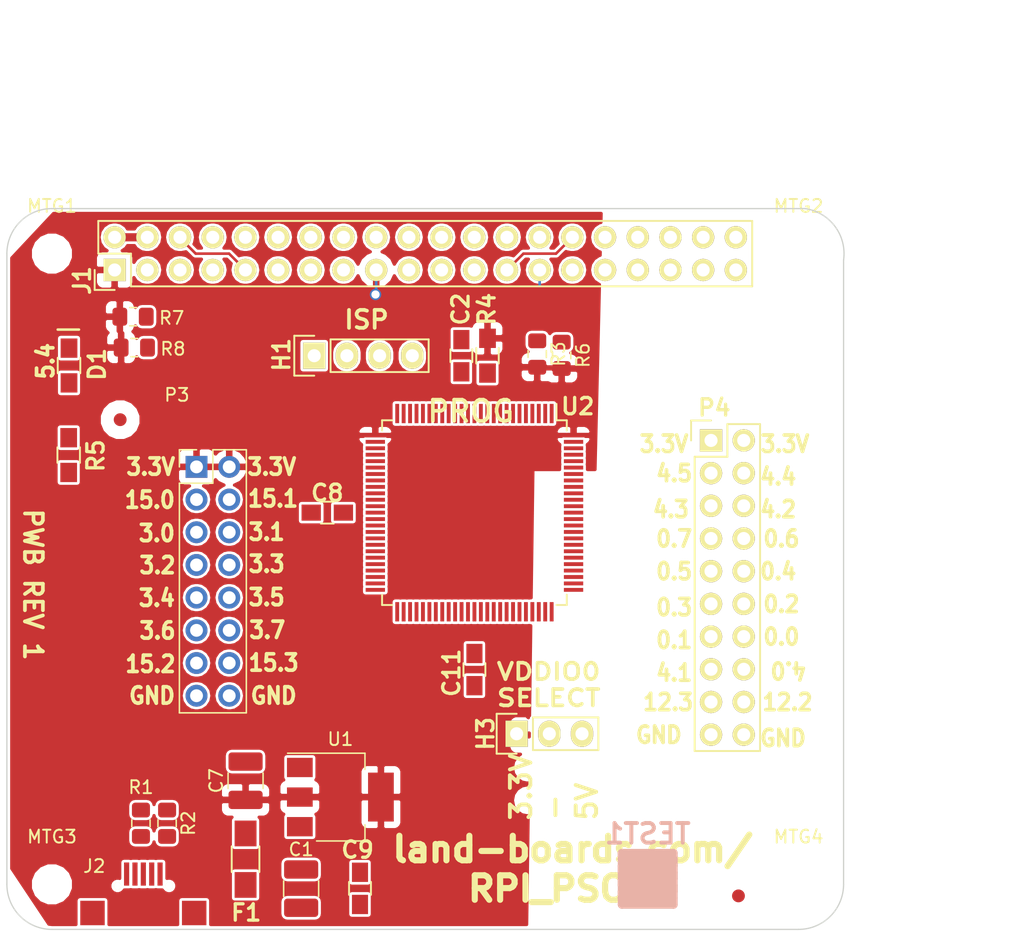
<source format=kicad_pcb>
(kicad_pcb (version 20171130) (host pcbnew "(5.0.2)-1")

  (general
    (thickness 1.6)
    (drawings 57)
    (tracks 31)
    (zones 0)
    (modules 31)
    (nets 70)
  )

  (page A)
  (title_block
    (title RasPi-GVS-Plus-CFG)
    (rev X1)
    (company land-boards.com)
  )

  (layers
    (0 F.Cu signal)
    (31 B.Cu signal)
    (36 B.SilkS user hide)
    (37 F.SilkS user)
    (38 B.Mask user)
    (39 F.Mask user)
    (40 Dwgs.User user)
    (44 Edge.Cuts user)
    (45 Margin user)
    (46 B.CrtYd user hide)
    (47 F.CrtYd user hide)
    (48 B.Fab user hide)
    (49 F.Fab user hide)
  )

  (setup
    (last_trace_width 0.2032)
    (user_trace_width 0.2032)
    (user_trace_width 0.635)
    (trace_clearance 0.2032)
    (zone_clearance 0.2032)
    (zone_45_only no)
    (trace_min 0.2032)
    (segment_width 0.2)
    (edge_width 0.1)
    (via_size 0.889)
    (via_drill 0.635)
    (via_min_size 0.889)
    (via_min_drill 0.508)
    (uvia_size 0.508)
    (uvia_drill 0.127)
    (uvias_allowed no)
    (uvia_min_size 0.508)
    (uvia_min_drill 0.127)
    (pcb_text_width 0.3)
    (pcb_text_size 1.5 1.5)
    (mod_edge_width 0.15)
    (mod_text_size 1.27 1.27)
    (mod_text_width 0.254)
    (pad_size 4.2418 4.2418)
    (pad_drill 2.49936)
    (pad_to_mask_clearance 0)
    (solder_mask_min_width 0.25)
    (aux_axis_origin 0 0)
    (visible_elements 7FFFFF7F)
    (pcbplotparams
      (layerselection 0x010f0_80000001)
      (usegerberextensions false)
      (usegerberattributes false)
      (usegerberadvancedattributes false)
      (creategerberjobfile false)
      (excludeedgelayer true)
      (linewidth 0.150000)
      (plotframeref false)
      (viasonmask false)
      (mode 1)
      (useauxorigin false)
      (hpglpennumber 1)
      (hpglpenspeed 20)
      (hpglpendiameter 15.000000)
      (psnegative false)
      (psa4output false)
      (plotreference true)
      (plotvalue true)
      (plotinvisibletext false)
      (padsonsilk false)
      (subtractmaskfromsilk false)
      (outputformat 1)
      (mirror false)
      (drillshape 0)
      (scaleselection 1)
      (outputdirectory "plots/"))
  )

  (net 0 "")
  (net 1 GND)
  (net 2 /SPIMOSI)
  (net 3 /SPIMISO)
  (net 4 /SPISCK)
  (net 5 /SPICE0)
  (net 6 /IO_17)
  (net 7 /IO_27)
  (net 8 /IO_22)
  (net 9 /TXD0)
  (net 10 /RXD0)
  (net 11 /IO_18)
  (net 12 /IO_23)
  (net 13 /IO_24)
  (net 14 /IO_5)
  (net 15 /IO_25)
  (net 16 /IO_6)
  (net 17 /SPICE1)
  (net 18 /IO_13)
  (net 19 /IO_12)
  (net 20 /IO_16)
  (net 21 /IO_20)
  (net 22 /IO_19)
  (net 23 /IO_26)
  (net 24 /SDA1)
  (net 25 /IO_4)
  (net 26 /IO_21)
  (net 27 +5V)
  (net 28 +3V3)
  (net 29 /VZ0)
  (net 30 /P43)
  (net 31 /P42)
  (net 32 /P45)
  (net 33 /P44)
  (net 34 /P47)
  (net 35 /P46)
  (net 36 /P49)
  (net 37 /P48)
  (net 38 /P51)
  (net 39 /P52)
  (net 40 /P55)
  (net 41 /P56)
  (net 42 /P67)
  (net 43 /P68)
  (net 44 /P71)
  (net 45 /P72)
  (net 46 /P73)
  (net 47 /P74)
  (net 48 /P76)
  (net 49 /P77)
  (net 50 /P69)
  (net 51 /P70)
  (net 52 /P78)
  (net 53 /P79)
  (net 54 /P80)
  (net 55 /P81)
  (net 56 /P82)
  (net 57 /P83)
  (net 58 "Net-(D1-Pad1)")
  (net 59 "Net-(C11-Pad2)")
  (net 60 /P5-4)
  (net 61 "Net-(C8-Pad2)")
  (net 62 "Net-(F1-Pad2)")
  (net 63 /SDA0)
  (net 64 /SCL0)
  (net 65 "Net-(J2-Pad2)")
  (net 66 "Net-(J2-Pad3)")
  (net 67 /USBP)
  (net 68 /USBM)
  (net 69 /SCL1)

  (net_class Default "This is the default net class."
    (clearance 0.2032)
    (trace_width 0.2032)
    (via_dia 0.889)
    (via_drill 0.635)
    (uvia_dia 0.508)
    (uvia_drill 0.127)
    (add_net +3V3)
    (add_net +5V)
    (add_net /IO_12)
    (add_net /IO_13)
    (add_net /IO_16)
    (add_net /IO_17)
    (add_net /IO_18)
    (add_net /IO_19)
    (add_net /IO_20)
    (add_net /IO_21)
    (add_net /IO_22)
    (add_net /IO_23)
    (add_net /IO_24)
    (add_net /IO_25)
    (add_net /IO_26)
    (add_net /IO_27)
    (add_net /IO_4)
    (add_net /IO_5)
    (add_net /IO_6)
    (add_net /P42)
    (add_net /P43)
    (add_net /P44)
    (add_net /P45)
    (add_net /P46)
    (add_net /P47)
    (add_net /P48)
    (add_net /P49)
    (add_net /P5-4)
    (add_net /P51)
    (add_net /P52)
    (add_net /P55)
    (add_net /P56)
    (add_net /P67)
    (add_net /P68)
    (add_net /P69)
    (add_net /P70)
    (add_net /P71)
    (add_net /P72)
    (add_net /P73)
    (add_net /P74)
    (add_net /P76)
    (add_net /P77)
    (add_net /P78)
    (add_net /P79)
    (add_net /P80)
    (add_net /P81)
    (add_net /P82)
    (add_net /P83)
    (add_net /RXD0)
    (add_net /SCL0)
    (add_net /SCL1)
    (add_net /SDA0)
    (add_net /SDA1)
    (add_net /SPICE0)
    (add_net /SPICE1)
    (add_net /SPIMISO)
    (add_net /SPIMOSI)
    (add_net /SPISCK)
    (add_net /TXD0)
    (add_net /USBM)
    (add_net /USBP)
    (add_net /VZ0)
    (add_net GND)
    (add_net "Net-(C11-Pad2)")
    (add_net "Net-(C8-Pad2)")
    (add_net "Net-(D1-Pad1)")
    (add_net "Net-(F1-Pad2)")
    (add_net "Net-(J2-Pad2)")
    (add_net "Net-(J2-Pad3)")
  )

  (net_class POWER025 ""
    (clearance 0.381)
    (trace_width 0.635)
    (via_dia 0.889)
    (via_drill 0.635)
    (uvia_dia 0.508)
    (uvia_drill 0.127)
  )

  (module Housings_QFP:TQFP-100_14x14mm_Pitch0.5mm (layer F.Cu) (tedit 564CBCCA) (tstamp 564B81F1)
    (at 36.322 23.622 270)
    (descr "100-Lead Plastic Thin Quad Flatpack (PF) - 14x14x1 mm Body 2.00 mm Footprint [TQFP] (see Microchip Packaging Specification 00000049BS.pdf)")
    (tags "QFP 0.5")
    (path /564B6DD2)
    (clearance 0.0254)
    (attr smd)
    (fp_text reference U2 (at -8.255 -8.0264) (layer F.SilkS)
      (effects (font (size 1.27 1.27) (thickness 0.254)))
    )
    (fp_text value CY8C5267AXI-LP051 (at 0 9.45 270) (layer F.SilkS) hide
      (effects (font (size 1 1) (thickness 0.15)))
    )
    (fp_line (start -8.7 -8.7) (end -8.7 8.7) (layer F.CrtYd) (width 0.05))
    (fp_line (start 8.7 -8.7) (end 8.7 8.7) (layer F.CrtYd) (width 0.05))
    (fp_line (start -8.7 -8.7) (end 8.7 -8.7) (layer F.CrtYd) (width 0.05))
    (fp_line (start -8.7 8.7) (end 8.7 8.7) (layer F.CrtYd) (width 0.05))
    (fp_line (start -7.175 -7.175) (end -7.175 -6.375) (layer F.SilkS) (width 0.15))
    (fp_line (start 7.175 -7.175) (end 7.175 -6.375) (layer F.SilkS) (width 0.15))
    (fp_line (start 7.175 7.175) (end 7.175 6.375) (layer F.SilkS) (width 0.15))
    (fp_line (start -7.175 7.175) (end -7.175 6.375) (layer F.SilkS) (width 0.15))
    (fp_line (start -7.175 -7.175) (end -6.375 -7.175) (layer F.SilkS) (width 0.15))
    (fp_line (start -7.175 7.175) (end -6.375 7.175) (layer F.SilkS) (width 0.15))
    (fp_line (start 7.175 7.175) (end 6.375 7.175) (layer F.SilkS) (width 0.15))
    (fp_line (start 7.175 -7.175) (end 6.375 -7.175) (layer F.SilkS) (width 0.15))
    (fp_line (start -7.175 -6.375) (end -8.45 -6.375) (layer F.SilkS) (width 0.15))
    (pad 1 smd rect (at -7.7 -6 270) (size 1.5 0.3) (layers F.Cu F.Mask)
      (net 18 /IO_13))
    (pad 2 smd rect (at -7.7 -5.5 270) (size 1.5 0.3) (layers F.Cu F.Mask)
      (net 19 /IO_12))
    (pad 3 smd rect (at -7.7 -5 270) (size 1.5 0.3) (layers F.Cu F.Mask)
      (net 16 /IO_6))
    (pad 4 smd rect (at -7.7 -4.5 270) (size 1.5 0.3) (layers F.Cu F.Mask)
      (net 64 /SCL0))
    (pad 5 smd rect (at -7.7 -4 270) (size 1.5 0.3) (layers F.Cu F.Mask)
      (net 63 /SDA0))
    (pad 6 smd rect (at -7.7 -3.5 270) (size 1.5 0.3) (layers F.Cu F.Mask)
      (net 5 /SPICE0))
    (pad 7 smd rect (at -7.7 -3 270) (size 1.5 0.3) (layers F.Cu F.Mask)
      (net 4 /SPISCK))
    (pad 8 smd rect (at -7.7 -2.5 270) (size 1.5 0.3) (layers F.Cu F.Mask)
      (net 3 /SPIMISO))
    (pad 9 smd rect (at -7.7 -2 270) (size 1.5 0.3) (layers F.Cu F.Mask)
      (net 2 /SPIMOSI))
    (pad 10 smd rect (at -7.7 -1.5 270) (size 1.5 0.3) (layers F.Cu F.Mask)
      (net 1 GND))
    (pad 11 smd rect (at -7.7 -1 270) (size 1.5 0.3) (layers F.Cu F.Mask))
    (pad 12 smd rect (at -7.7 -0.5 270) (size 1.5 0.3) (layers F.Cu F.Mask)
      (net 1 GND))
    (pad 13 smd rect (at -7.7 0 270) (size 1.5 0.3) (layers F.Cu F.Mask)
      (net 1 GND))
    (pad 14 smd rect (at -7.7 0.5 270) (size 1.5 0.3) (layers F.Cu F.Mask)
      (net 1 GND))
    (pad 15 smd rect (at -7.7 1 270) (size 1.5 0.3) (layers F.Cu F.Mask)
      (net 8 /IO_22))
    (pad 16 smd rect (at -7.7 1.5 270) (size 1.5 0.3) (layers F.Cu F.Mask)
      (net 15 /IO_25))
    (pad 17 smd rect (at -7.7 2 270) (size 1.5 0.3) (layers F.Cu F.Mask))
    (pad 18 smd rect (at -7.7 2.5 270) (size 1.5 0.3) (layers F.Cu F.Mask))
    (pad 19 smd rect (at -7.7 3 270) (size 1.5 0.3) (layers F.Cu F.Mask))
    (pad 20 smd rect (at -7.7 3.5 270) (size 1.5 0.3) (layers F.Cu F.Mask)
      (net 13 /IO_24))
    (pad 21 smd rect (at -7.7 4 270) (size 1.5 0.3) (layers F.Cu F.Mask)
      (net 12 /IO_23))
    (pad 22 smd rect (at -7.7 4.5 270) (size 1.5 0.3) (layers F.Cu F.Mask))
    (pad 23 smd rect (at -7.7 5 270) (size 1.5 0.3) (layers F.Cu F.Mask))
    (pad 24 smd rect (at -7.7 5.5 270) (size 1.5 0.3) (layers F.Cu F.Mask))
    (pad 25 smd rect (at -7.7 6 270) (size 1.5 0.3) (layers F.Cu F.Mask)
      (net 7 /IO_27))
    (pad 26 smd rect (at -6 7.7) (size 1.5 0.3) (layers F.Cu F.Mask)
      (net 28 +3V3))
    (pad 27 smd rect (at -5.5 7.7) (size 1.5 0.3) (layers F.Cu F.Mask)
      (net 11 /IO_18))
    (pad 28 smd rect (at -5 7.7) (size 1.5 0.3) (layers F.Cu F.Mask)
      (net 6 /IO_17))
    (pad 29 smd rect (at -4.5 7.7) (size 1.5 0.3) (layers F.Cu F.Mask)
      (net 10 /RXD0))
    (pad 30 smd rect (at -4 7.7) (size 1.5 0.3) (layers F.Cu F.Mask)
      (net 9 /TXD0))
    (pad 31 smd rect (at -3.5 7.7) (size 1.5 0.3) (layers F.Cu F.Mask)
      (net 60 /P5-4))
    (pad 32 smd rect (at -3 7.7) (size 1.5 0.3) (layers F.Cu F.Mask)
      (net 25 /IO_4))
    (pad 33 smd rect (at -2.5 7.7) (size 1.5 0.3) (layers F.Cu F.Mask)
      (net 14 /IO_5))
    (pad 34 smd rect (at -2 7.7) (size 1.5 0.3) (layers F.Cu F.Mask)
      (net 17 /SPICE1))
    (pad 35 smd rect (at -1.5 7.7) (size 1.5 0.3) (layers F.Cu F.Mask)
      (net 67 /USBP))
    (pad 36 smd rect (at -1 7.7) (size 1.5 0.3) (layers F.Cu F.Mask)
      (net 68 /USBM))
    (pad 37 smd rect (at -0.5 7.7) (size 1.5 0.3) (layers F.Cu F.Mask)
      (net 27 +5V))
    (pad 38 smd rect (at 0 7.7) (size 1.5 0.3) (layers F.Cu F.Mask)
      (net 1 GND))
    (pad 39 smd rect (at 0.5 7.7) (size 1.5 0.3) (layers F.Cu F.Mask)
      (net 61 "Net-(C8-Pad2)"))
    (pad 40 smd rect (at 1 7.7) (size 1.5 0.3) (layers F.Cu F.Mask))
    (pad 41 smd rect (at 1.5 7.7) (size 1.5 0.3) (layers F.Cu F.Mask))
    (pad 42 smd rect (at 2 7.7) (size 1.5 0.3) (layers F.Cu F.Mask)
      (net 31 /P42))
    (pad 43 smd rect (at 2.5 7.7) (size 1.5 0.3) (layers F.Cu F.Mask)
      (net 30 /P43))
    (pad 44 smd rect (at 3 7.7) (size 1.5 0.3) (layers F.Cu F.Mask)
      (net 33 /P44))
    (pad 45 smd rect (at 3.5 7.7) (size 1.5 0.3) (layers F.Cu F.Mask)
      (net 32 /P45))
    (pad 46 smd rect (at 4 7.7) (size 1.5 0.3) (layers F.Cu F.Mask)
      (net 35 /P46))
    (pad 47 smd rect (at 4.5 7.7) (size 1.5 0.3) (layers F.Cu F.Mask)
      (net 34 /P47))
    (pad 48 smd rect (at 5 7.7) (size 1.5 0.3) (layers F.Cu F.Mask)
      (net 37 /P48))
    (pad 49 smd rect (at 5.5 7.7) (size 1.5 0.3) (layers F.Cu F.Mask)
      (net 36 /P49))
    (pad 50 smd rect (at 6 7.7) (size 1.5 0.3) (layers F.Cu F.Mask))
    (pad 51 smd rect (at 7.7 6 270) (size 1.5 0.3) (layers F.Cu F.Mask)
      (net 38 /P51))
    (pad 52 smd rect (at 7.7 5.5 270) (size 1.5 0.3) (layers F.Cu F.Mask)
      (net 39 /P52))
    (pad 53 smd rect (at 7.7 5 270) (size 1.5 0.3) (layers F.Cu F.Mask)
      (net 69 /SCL1))
    (pad 54 smd rect (at 7.7 4.5 270) (size 1.5 0.3) (layers F.Cu F.Mask)
      (net 24 /SDA1))
    (pad 55 smd rect (at 7.7 4 270) (size 1.5 0.3) (layers F.Cu F.Mask)
      (net 40 /P55))
    (pad 56 smd rect (at 7.7 3.5 270) (size 1.5 0.3) (layers F.Cu F.Mask)
      (net 41 /P56))
    (pad 57 smd rect (at 7.7 3 270) (size 1.5 0.3) (layers F.Cu F.Mask))
    (pad 58 smd rect (at 7.7 2.5 270) (size 1.5 0.3) (layers F.Cu F.Mask))
    (pad 59 smd rect (at 7.7 2 270) (size 1.5 0.3) (layers F.Cu F.Mask))
    (pad 60 smd rect (at 7.7 1.5 270) (size 1.5 0.3) (layers F.Cu F.Mask))
    (pad 61 smd rect (at 7.7 1 270) (size 1.5 0.3) (layers F.Cu F.Mask))
    (pad 62 smd rect (at 7.7 0.5 270) (size 1.5 0.3) (layers F.Cu F.Mask))
    (pad 63 smd rect (at 7.7 0 270) (size 1.5 0.3) (layers F.Cu F.Mask)
      (net 59 "Net-(C11-Pad2)"))
    (pad 64 smd rect (at 7.7 -0.5 270) (size 1.5 0.3) (layers F.Cu F.Mask)
      (net 1 GND))
    (pad 65 smd rect (at 7.7 -1 270) (size 1.5 0.3) (layers F.Cu F.Mask)
      (net 27 +5V))
    (pad 66 smd rect (at 7.7 -1.5 270) (size 1.5 0.3) (layers F.Cu F.Mask)
      (net 1 GND))
    (pad 67 smd rect (at 7.7 -2 270) (size 1.5 0.3) (layers F.Cu F.Mask)
      (net 42 /P67))
    (pad 68 smd rect (at 7.7 -2.5 270) (size 1.5 0.3) (layers F.Cu F.Mask)
      (net 43 /P68))
    (pad 69 smd rect (at 7.7 -3 270) (size 1.5 0.3) (layers F.Cu F.Mask)
      (net 50 /P69))
    (pad 70 smd rect (at 7.7 -3.5 270) (size 1.5 0.3) (layers F.Cu F.Mask)
      (net 51 /P70))
    (pad 71 smd rect (at 7.7 -4 270) (size 1.5 0.3) (layers F.Cu F.Mask)
      (net 44 /P71))
    (pad 72 smd rect (at 7.7 -4.5 270) (size 1.5 0.3) (layers F.Cu F.Mask)
      (net 45 /P72))
    (pad 73 smd rect (at 7.7 -5 270) (size 1.5 0.3) (layers F.Cu F.Mask)
      (net 46 /P73))
    (pad 74 smd rect (at 7.7 -5.5 270) (size 1.5 0.3) (layers F.Cu F.Mask)
      (net 47 /P74))
    (pad 75 smd rect (at 7.7 -6 270) (size 1.5 0.3) (layers F.Cu F.Mask)
      (net 29 /VZ0))
    (pad 76 smd rect (at 6 -7.7) (size 1.5 0.3) (layers F.Cu F.Mask)
      (net 48 /P76))
    (pad 77 smd rect (at 5.5 -7.7) (size 1.5 0.3) (layers F.Cu F.Mask)
      (net 49 /P77))
    (pad 78 smd rect (at 5 -7.7) (size 1.5 0.3) (layers F.Cu F.Mask)
      (net 52 /P78))
    (pad 79 smd rect (at 4.5 -7.7) (size 1.5 0.3) (layers F.Cu F.Mask)
      (net 53 /P79))
    (pad 80 smd rect (at 4 -7.7) (size 1.5 0.3) (layers F.Cu F.Mask)
      (net 54 /P80))
    (pad 81 smd rect (at 3.5 -7.7) (size 1.5 0.3) (layers F.Cu F.Mask)
      (net 55 /P81))
    (pad 82 smd rect (at 3 -7.7) (size 1.5 0.3) (layers F.Cu F.Mask)
      (net 56 /P82))
    (pad 83 smd rect (at 2.5 -7.7) (size 1.5 0.3) (layers F.Cu F.Mask)
      (net 57 /P83))
    (pad 84 smd rect (at 2 -7.7) (size 1.5 0.3) (layers F.Cu F.Mask))
    (pad 85 smd rect (at 1.5 -7.7) (size 1.5 0.3) (layers F.Cu F.Mask))
    (pad 86 smd rect (at 1 -7.7) (size 1.5 0.3) (layers F.Cu F.Mask)
      (net 61 "Net-(C8-Pad2)"))
    (pad 87 smd rect (at 0.5 -7.7) (size 1.5 0.3) (layers F.Cu F.Mask)
      (net 1 GND))
    (pad 88 smd rect (at 0 -7.7) (size 1.5 0.3) (layers F.Cu F.Mask)
      (net 27 +5V))
    (pad 89 smd rect (at -0.5 -7.7) (size 1.5 0.3) (layers F.Cu F.Mask))
    (pad 90 smd rect (at -1 -7.7) (size 1.5 0.3) (layers F.Cu F.Mask))
    (pad 91 smd rect (at -1.5 -7.7) (size 1.5 0.3) (layers F.Cu F.Mask))
    (pad 92 smd rect (at -2 -7.7) (size 1.5 0.3) (layers F.Cu F.Mask))
    (pad 93 smd rect (at -2.5 -7.7) (size 1.5 0.3) (layers F.Cu F.Mask))
    (pad 94 smd rect (at -3 -7.7) (size 1.5 0.3) (layers F.Cu F.Mask))
    (pad 95 smd rect (at -3.5 -7.7) (size 1.5 0.3) (layers F.Cu F.Mask)
      (net 26 /IO_21))
    (pad 96 smd rect (at -4 -7.7) (size 1.5 0.3) (layers F.Cu F.Mask)
      (net 23 /IO_26))
    (pad 97 smd rect (at -4.5 -7.7) (size 1.5 0.3) (layers F.Cu F.Mask)
      (net 21 /IO_20))
    (pad 98 smd rect (at -5 -7.7) (size 1.5 0.3) (layers F.Cu F.Mask)
      (net 22 /IO_19))
    (pad 99 smd rect (at -5.5 -7.7) (size 1.5 0.3) (layers F.Cu F.Mask)
      (net 20 /IO_16))
    (pad 100 smd rect (at -6 -7.7) (size 1.5 0.3) (layers F.Cu F.Mask)
      (net 28 +3V3))
    (model Housings_QFP.3dshapes/TQFP-100_14x14mm_Pitch0.5mm.wrl
      (at (xyz 0 0 0))
      (scale (xyz 1 1 1))
      (rotate (xyz 0 0 0))
    )
  )

  (module Resistors_SMD:R_1206_HandSoldering (layer F.Cu) (tedit 564DD178) (tstamp 564B897E)
    (at 18.542 50.546 270)
    (descr "Resistor SMD 1206, hand soldering")
    (tags "resistor 1206")
    (path /53F1727A)
    (attr smd)
    (fp_text reference F1 (at 4.159 -0.048) (layer F.SilkS)
      (effects (font (size 1.27 1.27) (thickness 0.254)))
    )
    (fp_text value FUSE (at 0 2.3 270) (layer F.SilkS) hide
      (effects (font (size 1 1) (thickness 0.15)))
    )
    (fp_line (start -3.3 -1.2) (end 3.3 -1.2) (layer F.CrtYd) (width 0.05))
    (fp_line (start -3.3 1.2) (end 3.3 1.2) (layer F.CrtYd) (width 0.05))
    (fp_line (start -3.3 -1.2) (end -3.3 1.2) (layer F.CrtYd) (width 0.05))
    (fp_line (start 3.3 -1.2) (end 3.3 1.2) (layer F.CrtYd) (width 0.05))
    (fp_line (start 1 1.075) (end -1 1.075) (layer F.SilkS) (width 0.15))
    (fp_line (start -1 -1.075) (end 1 -1.075) (layer F.SilkS) (width 0.15))
    (pad 1 smd rect (at -2 0 270) (size 2 1.7) (layers F.Cu F.Mask)
      (net 27 +5V))
    (pad 2 smd rect (at 2 0 270) (size 2 1.7) (layers F.Cu F.Mask)
      (net 62 "Net-(F1-Pad2)"))
    (model Resistors_SMD.3dshapes/R_1206_HandSoldering.wrl
      (at (xyz 0 0 0))
      (scale (xyz 1 1 1))
      (rotate (xyz 0 0 0))
    )
  )

  (module Pin_Headers:Pin_Header_Straight_1x03 (layer F.Cu) (tedit 564D1E77) (tstamp 564B9161)
    (at 39.6 40.8 90)
    (descr "Through hole pin header")
    (tags "pin header")
    (path /564D0E51)
    (fp_text reference H3 (at 0 -2.413 90) (layer F.SilkS)
      (effects (font (size 1.27 1.27) (thickness 0.254)))
    )
    (fp_text value CONN_01X03 (at 0 -3.1 90) (layer F.SilkS) hide
      (effects (font (size 1 1) (thickness 0.15)))
    )
    (fp_line (start -1.75 -1.75) (end -1.75 6.85) (layer F.CrtYd) (width 0.05))
    (fp_line (start 1.75 -1.75) (end 1.75 6.85) (layer F.CrtYd) (width 0.05))
    (fp_line (start -1.75 -1.75) (end 1.75 -1.75) (layer F.CrtYd) (width 0.05))
    (fp_line (start -1.75 6.85) (end 1.75 6.85) (layer F.CrtYd) (width 0.05))
    (fp_line (start -1.27 1.27) (end -1.27 6.35) (layer F.SilkS) (width 0.15))
    (fp_line (start -1.27 6.35) (end 1.27 6.35) (layer F.SilkS) (width 0.15))
    (fp_line (start 1.27 6.35) (end 1.27 1.27) (layer F.SilkS) (width 0.15))
    (fp_line (start 1.55 -1.55) (end 1.55 0) (layer F.SilkS) (width 0.15))
    (fp_line (start 1.27 1.27) (end -1.27 1.27) (layer F.SilkS) (width 0.15))
    (fp_line (start -1.55 0) (end -1.55 -1.55) (layer F.SilkS) (width 0.15))
    (fp_line (start -1.55 -1.55) (end 1.55 -1.55) (layer F.SilkS) (width 0.15))
    (pad 1 thru_hole rect (at 0 0 90) (size 2.032 1.7272) (drill 1.016) (layers *.Cu *.Mask F.SilkS)
      (net 28 +3V3))
    (pad 2 thru_hole oval (at 0 2.54 90) (size 2.032 1.7272) (drill 1.016) (layers *.Cu *.Mask F.SilkS)
      (net 29 /VZ0))
    (pad 3 thru_hole oval (at 0 5.08 90) (size 2.032 1.7272) (drill 1.016) (layers *.Cu *.Mask F.SilkS)
      (net 27 +5V))
    (model Pin_Headers.3dshapes/Pin_Header_Straight_1x03.wrl
      (offset (xyz 0 -2.539999961853027 0))
      (scale (xyz 1 1 1))
      (rotate (xyz 0 0 90))
    )
  )

  (module Pin_Headers:Pin_Header_Straight_2x10 (layer F.Cu) (tedit 564D1DE7) (tstamp 564C9A69)
    (at 54.703743 18.012592)
    (descr "Through hole pin header")
    (tags "pin header")
    (path /564D1015)
    (fp_text reference P4 (at 0.254 -2.54 180) (layer F.SilkS)
      (effects (font (size 1.27 1.27) (thickness 0.254)))
    )
    (fp_text value CONN_02X10 (at 0 -3.1) (layer F.SilkS) hide
      (effects (font (size 1 1) (thickness 0.15)))
    )
    (fp_line (start -1.75 -1.75) (end -1.75 24.65) (layer F.CrtYd) (width 0.05))
    (fp_line (start 4.3 -1.75) (end 4.3 24.65) (layer F.CrtYd) (width 0.05))
    (fp_line (start -1.75 -1.75) (end 4.3 -1.75) (layer F.CrtYd) (width 0.05))
    (fp_line (start -1.75 24.65) (end 4.3 24.65) (layer F.CrtYd) (width 0.05))
    (fp_line (start 3.81 24.13) (end 3.81 -1.27) (layer F.SilkS) (width 0.15))
    (fp_line (start -1.27 1.27) (end -1.27 24.13) (layer F.SilkS) (width 0.15))
    (fp_line (start 3.81 24.13) (end -1.27 24.13) (layer F.SilkS) (width 0.15))
    (fp_line (start 3.81 -1.27) (end 1.27 -1.27) (layer F.SilkS) (width 0.15))
    (fp_line (start 0 -1.55) (end -1.55 -1.55) (layer F.SilkS) (width 0.15))
    (fp_line (start 1.27 -1.27) (end 1.27 1.27) (layer F.SilkS) (width 0.15))
    (fp_line (start 1.27 1.27) (end -1.27 1.27) (layer F.SilkS) (width 0.15))
    (fp_line (start -1.55 -1.55) (end -1.55 0) (layer F.SilkS) (width 0.15))
    (pad 1 thru_hole rect (at 0 0) (size 1.7272 1.7272) (drill 1.016) (layers *.Cu *.Mask F.SilkS)
      (net 29 /VZ0))
    (pad 2 thru_hole oval (at 2.54 0) (size 1.7272 1.7272) (drill 1.016) (layers *.Cu *.Mask F.SilkS)
      (net 29 /VZ0))
    (pad 3 thru_hole oval (at 0 2.54) (size 1.7272 1.7272) (drill 1.016) (layers *.Cu *.Mask F.SilkS)
      (net 57 /P83))
    (pad 4 thru_hole oval (at 2.54 2.54) (size 1.7272 1.7272) (drill 1.016) (layers *.Cu *.Mask F.SilkS)
      (net 56 /P82))
    (pad 5 thru_hole oval (at 0 5.08) (size 1.7272 1.7272) (drill 1.016) (layers *.Cu *.Mask F.SilkS)
      (net 55 /P81))
    (pad 6 thru_hole oval (at 2.54 5.08) (size 1.7272 1.7272) (drill 1.016) (layers *.Cu *.Mask F.SilkS)
      (net 54 /P80))
    (pad 7 thru_hole oval (at 0 7.62) (size 1.7272 1.7272) (drill 1.016) (layers *.Cu *.Mask F.SilkS)
      (net 53 /P79))
    (pad 8 thru_hole oval (at 2.54 7.62) (size 1.7272 1.7272) (drill 1.016) (layers *.Cu *.Mask F.SilkS)
      (net 52 /P78))
    (pad 9 thru_hole oval (at 0 10.16) (size 1.7272 1.7272) (drill 1.016) (layers *.Cu *.Mask F.SilkS)
      (net 49 /P77))
    (pad 10 thru_hole oval (at 2.54 10.16) (size 1.7272 1.7272) (drill 1.016) (layers *.Cu *.Mask F.SilkS)
      (net 48 /P76))
    (pad 11 thru_hole oval (at 0 12.7) (size 1.7272 1.7272) (drill 1.016) (layers *.Cu *.Mask F.SilkS)
      (net 47 /P74))
    (pad 12 thru_hole oval (at 2.54 12.7) (size 1.7272 1.7272) (drill 1.016) (layers *.Cu *.Mask F.SilkS)
      (net 46 /P73))
    (pad 13 thru_hole oval (at 0 15.24) (size 1.7272 1.7272) (drill 1.016) (layers *.Cu *.Mask F.SilkS)
      (net 45 /P72))
    (pad 14 thru_hole oval (at 2.54 15.24) (size 1.7272 1.7272) (drill 1.016) (layers *.Cu *.Mask F.SilkS)
      (net 44 /P71))
    (pad 15 thru_hole oval (at 0 17.78) (size 1.7272 1.7272) (drill 1.016) (layers *.Cu *.Mask F.SilkS)
      (net 51 /P70))
    (pad 16 thru_hole oval (at 2.54 17.78) (size 1.7272 1.7272) (drill 1.016) (layers *.Cu *.Mask F.SilkS)
      (net 50 /P69))
    (pad 17 thru_hole oval (at 0 20.32) (size 1.7272 1.7272) (drill 1.016) (layers *.Cu *.Mask F.SilkS)
      (net 43 /P68))
    (pad 18 thru_hole oval (at 2.54 20.32) (size 1.7272 1.7272) (drill 1.016) (layers *.Cu *.Mask F.SilkS)
      (net 42 /P67))
    (pad 19 thru_hole oval (at 0 22.86) (size 1.7272 1.7272) (drill 1.016) (layers *.Cu *.Mask F.SilkS)
      (net 1 GND))
    (pad 20 thru_hole oval (at 2.54 22.86) (size 1.7272 1.7272) (drill 1.016) (layers *.Cu *.Mask F.SilkS)
      (net 1 GND))
    (model Pin_Headers.3dshapes/Pin_Header_Straight_2x10.wrl
      (offset (xyz 1.269999980926514 -11.42999982833862 0))
      (scale (xyz 1 1 1))
      (rotate (xyz 0 0 90))
    )
  )

  (module Capacitors_SMD:C_0805_HandSoldering (layer F.Cu) (tedit 564F611B) (tstamp 564CB489)
    (at 35.306 11.43 90)
    (descr "Capacitor SMD 0805, hand soldering")
    (tags "capacitor 0805")
    (path /564F356F)
    (attr smd)
    (fp_text reference C2 (at 3.618 -0.056 90) (layer F.SilkS)
      (effects (font (size 1.27 1.27) (thickness 0.254)))
    )
    (fp_text value 0.1uF (at 0 2.1 90) (layer F.SilkS) hide
      (effects (font (size 1 1) (thickness 0.15)))
    )
    (fp_line (start -2.3 -1) (end 2.3 -1) (layer F.CrtYd) (width 0.05))
    (fp_line (start -2.3 1) (end 2.3 1) (layer F.CrtYd) (width 0.05))
    (fp_line (start -2.3 -1) (end -2.3 1) (layer F.CrtYd) (width 0.05))
    (fp_line (start 2.3 -1) (end 2.3 1) (layer F.CrtYd) (width 0.05))
    (fp_line (start 0.5 -0.85) (end -0.5 -0.85) (layer F.SilkS) (width 0.15))
    (fp_line (start -0.5 0.85) (end 0.5 0.85) (layer F.SilkS) (width 0.15))
    (pad 1 smd rect (at -1.25 0 90) (size 1.5 1.25) (layers F.Cu F.Mask)
      (net 8 /IO_22))
    (pad 2 smd rect (at 1.25 0 90) (size 1.5 1.25) (layers F.Cu F.Mask)
      (net 1 GND))
    (model Capacitors_SMD.3dshapes/C_0805_HandSoldering.wrl
      (at (xyz 0 0 0))
      (scale (xyz 1 1 1))
      (rotate (xyz 0 0 0))
    )
  )

  (module Resistors_SMD:R_0805_HandSoldering (layer F.Cu) (tedit 564F6123) (tstamp 564CB4AD)
    (at 37.338 11.43 90)
    (descr "Resistor SMD 0805, hand soldering")
    (tags "resistor 0805")
    (path /564F1B99)
    (attr smd)
    (fp_text reference R4 (at 3.618 -0.056 90) (layer F.SilkS)
      (effects (font (size 1.27 1.27) (thickness 0.254)))
    )
    (fp_text value 3.9K (at 0 2.1 90) (layer F.SilkS) hide
      (effects (font (size 1 1) (thickness 0.15)))
    )
    (fp_line (start -2.4 -1) (end 2.4 -1) (layer F.CrtYd) (width 0.05))
    (fp_line (start -2.4 1) (end 2.4 1) (layer F.CrtYd) (width 0.05))
    (fp_line (start -2.4 -1) (end -2.4 1) (layer F.CrtYd) (width 0.05))
    (fp_line (start 2.4 -1) (end 2.4 1) (layer F.CrtYd) (width 0.05))
    (fp_line (start 0.6 0.875) (end -0.6 0.875) (layer F.SilkS) (width 0.15))
    (fp_line (start -0.6 -0.875) (end 0.6 -0.875) (layer F.SilkS) (width 0.15))
    (pad 1 smd rect (at -1.35 0 90) (size 1.5 1.3) (layers F.Cu F.Mask)
      (net 8 /IO_22))
    (pad 2 smd rect (at 1.35 0 90) (size 1.5 1.3) (layers F.Cu F.Mask)
      (net 28 +3V3))
    (model Resistors_SMD.3dshapes/R_0805_HandSoldering.wrl
      (at (xyz 0 0 0))
      (scale (xyz 1 1 1))
      (rotate (xyz 0 0 0))
    )
  )

  (module Resistors_SMD:R_0805_HandSoldering (layer F.Cu) (tedit 564DD203) (tstamp 564CBB20)
    (at 4.8 19.15 90)
    (descr "Resistor SMD 0805, hand soldering")
    (tags "resistor 0805")
    (path /56500BD1)
    (attr smd)
    (fp_text reference R5 (at -0.05 2.1 270) (layer F.SilkS)
      (effects (font (size 1.27 1.27) (thickness 0.254)))
    )
    (fp_text value 120 (at 0 2.1 90) (layer F.SilkS) hide
      (effects (font (size 1 1) (thickness 0.15)))
    )
    (fp_line (start -2.4 -1) (end 2.4 -1) (layer F.CrtYd) (width 0.05))
    (fp_line (start -2.4 1) (end 2.4 1) (layer F.CrtYd) (width 0.05))
    (fp_line (start -2.4 -1) (end -2.4 1) (layer F.CrtYd) (width 0.05))
    (fp_line (start 2.4 -1) (end 2.4 1) (layer F.CrtYd) (width 0.05))
    (fp_line (start 0.6 0.875) (end -0.6 0.875) (layer F.SilkS) (width 0.15))
    (fp_line (start -0.6 -0.875) (end 0.6 -0.875) (layer F.SilkS) (width 0.15))
    (pad 1 smd rect (at -1.35 0 90) (size 1.5 1.3) (layers F.Cu F.Mask)
      (net 60 /P5-4))
    (pad 2 smd rect (at 1.35 0 90) (size 1.5 1.3) (layers F.Cu F.Mask)
      (net 58 "Net-(D1-Pad1)"))
    (model Resistors_SMD.3dshapes/R_0805_HandSoldering.wrl
      (at (xyz 0 0 0))
      (scale (xyz 1 1 1))
      (rotate (xyz 0 0 0))
    )
  )

  (module Resistors_SMD:R_0805_HandSoldering (layer F.Cu) (tedit 564D285D) (tstamp 564CC792)
    (at 4.826 12.192 90)
    (descr "Resistor SMD 0805, hand soldering")
    (tags "resistor 0805")
    (path /56501132)
    (attr smd)
    (fp_text reference D1 (at 0.092 2.174 270) (layer F.SilkS)
      (effects (font (size 1.27 1.27) (thickness 0.254)))
    )
    (fp_text value LED (at 0 2.1 90) (layer F.SilkS) hide
      (effects (font (size 1 1) (thickness 0.15)))
    )
    (fp_line (start -2.4 -1) (end 2.4 -1) (layer F.CrtYd) (width 0.05))
    (fp_line (start -2.4 1) (end 2.4 1) (layer F.CrtYd) (width 0.05))
    (fp_line (start -2.4 -1) (end -2.4 1) (layer F.CrtYd) (width 0.05))
    (fp_line (start 2.4 -1) (end 2.4 1) (layer F.CrtYd) (width 0.05))
    (fp_line (start 0.6 0.875) (end -0.6 0.875) (layer F.SilkS) (width 0.15))
    (fp_line (start -0.6 -0.875) (end 0.6 -0.875) (layer F.SilkS) (width 0.15))
    (pad 1 smd rect (at -1.35 0 90) (size 1.5 1.3) (layers F.Cu F.Mask)
      (net 58 "Net-(D1-Pad1)"))
    (pad 2 smd rect (at 1.35 0 90) (size 1.5 1.3) (layers F.Cu F.Mask)
      (net 1 GND))
    (model Resistors_SMD.3dshapes/R_0805_HandSoldering.wrl
      (at (xyz 0 0 0))
      (scale (xyz 1 1 1))
      (rotate (xyz 0 0 0))
    )
  )

  (module Capacitors_SMD:C_0805_HandSoldering (layer F.Cu) (tedit 564F60F8) (tstamp 564D20CE)
    (at 27.432 52.812 90)
    (descr "Capacitor SMD 0805, hand soldering")
    (tags "capacitor 0805")
    (path /564D3F19)
    (attr smd)
    (fp_text reference C9 (at 2.992 -0.189 180) (layer F.SilkS)
      (effects (font (size 1.27 1.27) (thickness 0.254)))
    )
    (fp_text value 0.1uF (at 0 2.1 90) (layer F.SilkS) hide
      (effects (font (size 1 1) (thickness 0.15)))
    )
    (fp_line (start -2.3 -1) (end 2.3 -1) (layer F.CrtYd) (width 0.05))
    (fp_line (start -2.3 1) (end 2.3 1) (layer F.CrtYd) (width 0.05))
    (fp_line (start -2.3 -1) (end -2.3 1) (layer F.CrtYd) (width 0.05))
    (fp_line (start 2.3 -1) (end 2.3 1) (layer F.CrtYd) (width 0.05))
    (fp_line (start 0.5 -0.85) (end -0.5 -0.85) (layer F.SilkS) (width 0.15))
    (fp_line (start -0.5 0.85) (end 0.5 0.85) (layer F.SilkS) (width 0.15))
    (pad 1 smd rect (at -1.25 0 90) (size 1.5 1.25) (layers F.Cu F.Mask)
      (net 1 GND))
    (pad 2 smd rect (at 1.25 0 90) (size 1.5 1.25) (layers F.Cu F.Mask)
      (net 27 +5V))
    (model Capacitors_SMD.3dshapes/C_0805_HandSoldering.wrl
      (at (xyz 0 0 0))
      (scale (xyz 1 1 1))
      (rotate (xyz 0 0 0))
    )
  )

  (module Capacitors_SMD:C_0805_HandSoldering (layer F.Cu) (tedit 564D22F3) (tstamp 564D20E6)
    (at 36.322 35.814 90)
    (descr "Capacitor SMD 0805, hand soldering")
    (tags "capacitor 0805")
    (path /564D4AF2)
    (attr smd)
    (fp_text reference C11 (at -0.254 -1.778 270) (layer F.SilkS)
      (effects (font (size 1.27 1.27) (thickness 0.254)))
    )
    (fp_text value 1uF (at -1.524 0.762 90) (layer F.SilkS) hide
      (effects (font (size 1 1) (thickness 0.15)))
    )
    (fp_line (start -2.3 -1) (end 2.3 -1) (layer F.CrtYd) (width 0.05))
    (fp_line (start -2.3 1) (end 2.3 1) (layer F.CrtYd) (width 0.05))
    (fp_line (start -2.3 -1) (end -2.3 1) (layer F.CrtYd) (width 0.05))
    (fp_line (start 2.3 -1) (end 2.3 1) (layer F.CrtYd) (width 0.05))
    (fp_line (start 0.5 -0.85) (end -0.5 -0.85) (layer F.SilkS) (width 0.15))
    (fp_line (start -0.5 0.85) (end 0.5 0.85) (layer F.SilkS) (width 0.15))
    (pad 1 smd rect (at -1.25 0 90) (size 1.5 1.25) (layers F.Cu F.Mask)
      (net 1 GND))
    (pad 2 smd rect (at 1.25 0 90) (size 1.5 1.25) (layers F.Cu F.Mask)
      (net 59 "Net-(C11-Pad2)"))
    (model Capacitors_SMD.3dshapes/C_0805_HandSoldering.wrl
      (at (xyz 0 0 0))
      (scale (xyz 1 1 1))
      (rotate (xyz 0 0 0))
    )
  )

  (module Capacitors_SMD:C_0805_HandSoldering (layer F.Cu) (tedit 564F606D) (tstamp 564D21D8)
    (at 24.892 23.622)
    (descr "Capacitor SMD 0805, hand soldering")
    (tags "capacitor 0805")
    (path /564D4653)
    (attr smd)
    (fp_text reference C8 (at 0 -1.524) (layer F.SilkS)
      (effects (font (size 1.27 1.27) (thickness 0.254)))
    )
    (fp_text value 1uF (at 0 2.1) (layer F.SilkS) hide
      (effects (font (size 1 1) (thickness 0.15)))
    )
    (fp_line (start -2.3 -1) (end 2.3 -1) (layer F.CrtYd) (width 0.05))
    (fp_line (start -2.3 1) (end 2.3 1) (layer F.CrtYd) (width 0.05))
    (fp_line (start -2.3 -1) (end -2.3 1) (layer F.CrtYd) (width 0.05))
    (fp_line (start 2.3 -1) (end 2.3 1) (layer F.CrtYd) (width 0.05))
    (fp_line (start 0.5 -0.85) (end -0.5 -0.85) (layer F.SilkS) (width 0.15))
    (fp_line (start -0.5 0.85) (end 0.5 0.85) (layer F.SilkS) (width 0.15))
    (pad 1 smd rect (at -1.25 0) (size 1.5 1.25) (layers F.Cu F.Mask)
      (net 1 GND))
    (pad 2 smd rect (at 1.25 0) (size 1.5 1.25) (layers F.Cu F.Mask)
      (net 61 "Net-(C8-Pad2)"))
    (model Capacitors_SMD.3dshapes/C_0805_HandSoldering.wrl
      (at (xyz 0 0 0))
      (scale (xyz 1 1 1))
      (rotate (xyz 0 0 0))
    )
  )

  (module dougsLib:FIDUCIAL (layer F.Cu) (tedit 56758BBF) (tstamp 564DE1CF)
    (at 57.15 52.324)
    (path /53F2073B)
    (fp_text reference FID1 (at 0 2.3495) (layer F.SilkS) hide
      (effects (font (size 1.27 1.27) (thickness 0.254)))
    )
    (fp_text value CONN_1 (at 0.127 -2.794) (layer F.SilkS) hide
      (effects (font (size 1.016 1.016) (thickness 0.2032)))
    )
    (pad 1 smd circle (at -0.316 1.072) (size 1 1) (layers F.Cu F.Mask)
      (solder_mask_margin 1) (clearance 1))
  )

  (module dougsLib:FIDUCIAL (layer F.Cu) (tedit 518BF783) (tstamp 564DE1D3)
    (at 8.8 16.4)
    (path /53F2074A)
    (fp_text reference FID2 (at 0 2.3495) (layer F.SilkS) hide
      (effects (font (size 1.27 1.27) (thickness 0.254)))
    )
    (fp_text value CONN_1 (at 0.127 -2.794) (layer F.SilkS) hide
      (effects (font (size 1.016 1.016) (thickness 0.2032)))
    )
    (pad 1 smd circle (at 0 0) (size 1 1) (layers F.Cu F.Mask)
      (solder_mask_margin 1) (clearance 1))
  )

  (module Pin_Headers:Pin_Header_Straight_2x20 (layer F.Cu) (tedit 56758BDB) (tstamp 564DE1E7)
    (at 8.37 4.77 90)
    (descr "Through hole pin header")
    (tags "pin header")
    (path /53C50367)
    (fp_text reference J1 (at -0.818 -2.528 90) (layer F.SilkS)
      (effects (font (size 1.27 1.27) (thickness 0.254)))
    )
    (fp_text value RASPIOPLUS (at 0 -3.1 90) (layer F.SilkS) hide
      (effects (font (size 1 1) (thickness 0.15)))
    )
    (fp_line (start -1.75 -1.75) (end -1.75 50.05) (layer F.CrtYd) (width 0.05))
    (fp_line (start 4.3 -1.75) (end 4.3 50.05) (layer F.CrtYd) (width 0.05))
    (fp_line (start -1.75 -1.75) (end 4.3 -1.75) (layer F.CrtYd) (width 0.05))
    (fp_line (start -1.75 50.05) (end 4.3 50.05) (layer F.CrtYd) (width 0.05))
    (fp_line (start 3.81 49.53) (end 3.81 -1.27) (layer F.SilkS) (width 0.15))
    (fp_line (start -1.27 1.27) (end -1.27 49.53) (layer F.SilkS) (width 0.15))
    (fp_line (start 3.81 49.53) (end -1.27 49.53) (layer F.SilkS) (width 0.15))
    (fp_line (start 3.81 -1.27) (end 1.27 -1.27) (layer F.SilkS) (width 0.15))
    (fp_line (start 0 -1.55) (end -1.55 -1.55) (layer F.SilkS) (width 0.15))
    (fp_line (start 1.27 -1.27) (end 1.27 1.27) (layer F.SilkS) (width 0.15))
    (fp_line (start 1.27 1.27) (end -1.27 1.27) (layer F.SilkS) (width 0.15))
    (fp_line (start -1.55 -1.55) (end -1.55 0) (layer F.SilkS) (width 0.15))
    (pad 1 thru_hole rect (at 0 0 90) (size 1.7272 1.7272) (drill 1.016) (layers *.Cu *.Mask F.SilkS)
      (net 28 +3V3))
    (pad 2 thru_hole oval (at 2.54 0 90) (size 1.7272 1.7272) (drill 1.016) (layers *.Cu *.Mask F.SilkS)
      (net 27 +5V))
    (pad 3 thru_hole oval (at 0 2.54 90) (size 1.7272 1.7272) (drill 1.016) (layers *.Cu *.Mask F.SilkS)
      (net 24 /SDA1))
    (pad 4 thru_hole oval (at 2.54 2.54 90) (size 1.7272 1.7272) (drill 1.016) (layers *.Cu *.Mask F.SilkS)
      (net 27 +5V))
    (pad 5 thru_hole oval (at 0 5.08 90) (size 1.7272 1.7272) (drill 1.016) (layers *.Cu *.Mask F.SilkS)
      (net 69 /SCL1))
    (pad 6 thru_hole oval (at 2.54 5.08 90) (size 1.7272 1.7272) (drill 1.016) (layers *.Cu *.Mask F.SilkS)
      (net 1 GND))
    (pad 7 thru_hole oval (at 0 7.62 90) (size 1.7272 1.7272) (drill 1.016) (layers *.Cu *.Mask F.SilkS)
      (net 25 /IO_4))
    (pad 8 thru_hole oval (at 2.54 7.62 90) (size 1.7272 1.7272) (drill 1.016) (layers *.Cu *.Mask F.SilkS)
      (net 9 /TXD0))
    (pad 9 thru_hole oval (at 0 10.16 90) (size 1.7272 1.7272) (drill 1.016) (layers *.Cu *.Mask F.SilkS)
      (net 1 GND))
    (pad 10 thru_hole oval (at 2.54 10.16 90) (size 1.7272 1.7272) (drill 1.016) (layers *.Cu *.Mask F.SilkS)
      (net 10 /RXD0))
    (pad 11 thru_hole oval (at 0 12.7 90) (size 1.7272 1.7272) (drill 1.016) (layers *.Cu *.Mask F.SilkS)
      (net 6 /IO_17))
    (pad 12 thru_hole oval (at 2.54 12.7 90) (size 1.7272 1.7272) (drill 1.016) (layers *.Cu *.Mask F.SilkS)
      (net 11 /IO_18))
    (pad 13 thru_hole oval (at 0 15.24 90) (size 1.7272 1.7272) (drill 1.016) (layers *.Cu *.Mask F.SilkS)
      (net 7 /IO_27))
    (pad 14 thru_hole oval (at 2.54 15.24 90) (size 1.7272 1.7272) (drill 1.016) (layers *.Cu *.Mask F.SilkS)
      (net 1 GND))
    (pad 15 thru_hole oval (at 0 17.78 90) (size 1.7272 1.7272) (drill 1.016) (layers *.Cu *.Mask F.SilkS)
      (net 8 /IO_22))
    (pad 16 thru_hole oval (at 2.54 17.78 90) (size 1.7272 1.7272) (drill 1.016) (layers *.Cu *.Mask F.SilkS))
    (pad 17 thru_hole oval (at 0 20.32 90) (size 1.7272 1.7272) (drill 1.016) (layers *.Cu *.Mask F.SilkS)
      (net 28 +3V3))
    (pad 18 thru_hole oval (at 2.54 20.32 90) (size 1.7272 1.7272) (drill 1.016) (layers *.Cu *.Mask F.SilkS))
    (pad 19 thru_hole oval (at 0 22.86 90) (size 1.7272 1.7272) (drill 1.016) (layers *.Cu *.Mask F.SilkS)
      (net 2 /SPIMOSI))
    (pad 20 thru_hole oval (at 2.54 22.86 90) (size 1.7272 1.7272) (drill 1.016) (layers *.Cu *.Mask F.SilkS)
      (net 1 GND))
    (pad 21 thru_hole oval (at 0 25.4 90) (size 1.7272 1.7272) (drill 1.016) (layers *.Cu *.Mask F.SilkS)
      (net 3 /SPIMISO))
    (pad 22 thru_hole oval (at 2.54 25.4 90) (size 1.7272 1.7272) (drill 1.016) (layers *.Cu *.Mask F.SilkS)
      (net 15 /IO_25))
    (pad 23 thru_hole oval (at 0 27.94 90) (size 1.7272 1.7272) (drill 1.016) (layers *.Cu *.Mask F.SilkS)
      (net 4 /SPISCK))
    (pad 24 thru_hole oval (at 2.54 27.94 90) (size 1.7272 1.7272) (drill 1.016) (layers *.Cu *.Mask F.SilkS)
      (net 5 /SPICE0))
    (pad 25 thru_hole oval (at 0 30.48 90) (size 1.7272 1.7272) (drill 1.016) (layers *.Cu *.Mask F.SilkS)
      (net 1 GND))
    (pad 26 thru_hole oval (at 2.54 30.48 90) (size 1.7272 1.7272) (drill 1.016) (layers *.Cu *.Mask F.SilkS)
      (net 17 /SPICE1))
    (pad 27 thru_hole oval (at 0 33.02 90) (size 1.7272 1.7272) (drill 1.016) (layers *.Cu *.Mask F.SilkS)
      (net 63 /SDA0))
    (pad 28 thru_hole oval (at 2.54 33.02 90) (size 1.7272 1.7272) (drill 1.016) (layers *.Cu *.Mask F.SilkS)
      (net 64 /SCL0))
    (pad 29 thru_hole oval (at 0 35.56 90) (size 1.7272 1.7272) (drill 1.016) (layers *.Cu *.Mask F.SilkS)
      (net 14 /IO_5))
    (pad 30 thru_hole oval (at 2.54 35.56 90) (size 1.7272 1.7272) (drill 1.016) (layers *.Cu *.Mask F.SilkS)
      (net 1 GND))
    (pad 31 thru_hole oval (at 0 38.1 90) (size 1.7272 1.7272) (drill 1.016) (layers *.Cu *.Mask F.SilkS)
      (net 16 /IO_6))
    (pad 32 thru_hole oval (at 2.54 38.1 90) (size 1.7272 1.7272) (drill 1.016) (layers *.Cu *.Mask F.SilkS)
      (net 19 /IO_12))
    (pad 33 thru_hole oval (at 0 40.64 90) (size 1.7272 1.7272) (drill 1.016) (layers *.Cu *.Mask F.SilkS)
      (net 18 /IO_13))
    (pad 34 thru_hole oval (at 2.54 40.64 90) (size 1.7272 1.7272) (drill 1.016) (layers *.Cu *.Mask F.SilkS)
      (net 1 GND))
    (pad 35 thru_hole oval (at 0 43.18 90) (size 1.7272 1.7272) (drill 1.016) (layers *.Cu *.Mask F.SilkS)
      (net 22 /IO_19))
    (pad 36 thru_hole oval (at 2.54 43.18 90) (size 1.7272 1.7272) (drill 1.016) (layers *.Cu *.Mask F.SilkS)
      (net 20 /IO_16))
    (pad 37 thru_hole oval (at 0 45.72 90) (size 1.7272 1.7272) (drill 1.016) (layers *.Cu *.Mask F.SilkS)
      (net 23 /IO_26))
    (pad 38 thru_hole oval (at 2.54 45.72 90) (size 1.7272 1.7272) (drill 1.016) (layers *.Cu *.Mask F.SilkS)
      (net 21 /IO_20))
    (pad 39 thru_hole oval (at 0 48.26 90) (size 1.7272 1.7272) (drill 1.016) (layers *.Cu *.Mask F.SilkS)
      (net 1 GND))
    (pad 40 thru_hole oval (at 2.54 48.26 90) (size 1.7272 1.7272) (drill 1.016) (layers *.Cu *.Mask F.SilkS)
      (net 26 /IO_21))
    (model Pin_Headers.3dshapes/Pin_Header_Straight_2x20.wrl
      (offset (xyz 1.269999980926514 -24.12999963760376 0))
      (scale (xyz 1 1 1))
      (rotate (xyz 0 0 90))
    )
  )

  (module Pin_Headers:Pin_Header_Straight_1x04 (layer F.Cu) (tedit 57412022) (tstamp 574120A3)
    (at 23.876 11.43 90)
    (descr "Through hole pin header")
    (tags "pin header")
    (path /574130CD)
    (fp_text reference H1 (at 0.0762 -2.54 90) (layer F.SilkS)
      (effects (font (size 1.27 1.27) (thickness 0.254)))
    )
    (fp_text value CONN_01X04 (at 0 -3.1 90) (layer F.Fab) hide
      (effects (font (size 1 1) (thickness 0.15)))
    )
    (fp_line (start -1.75 -1.75) (end -1.75 9.4) (layer F.CrtYd) (width 0.05))
    (fp_line (start 1.75 -1.75) (end 1.75 9.4) (layer F.CrtYd) (width 0.05))
    (fp_line (start -1.75 -1.75) (end 1.75 -1.75) (layer F.CrtYd) (width 0.05))
    (fp_line (start -1.75 9.4) (end 1.75 9.4) (layer F.CrtYd) (width 0.05))
    (fp_line (start -1.27 1.27) (end -1.27 8.89) (layer F.SilkS) (width 0.15))
    (fp_line (start 1.27 1.27) (end 1.27 8.89) (layer F.SilkS) (width 0.15))
    (fp_line (start 1.55 -1.55) (end 1.55 0) (layer F.SilkS) (width 0.15))
    (fp_line (start -1.27 8.89) (end 1.27 8.89) (layer F.SilkS) (width 0.15))
    (fp_line (start 1.27 1.27) (end -1.27 1.27) (layer F.SilkS) (width 0.15))
    (fp_line (start -1.55 0) (end -1.55 -1.55) (layer F.SilkS) (width 0.15))
    (fp_line (start -1.55 -1.55) (end 1.55 -1.55) (layer F.SilkS) (width 0.15))
    (pad 1 thru_hole rect (at 0 0 90) (size 2.032 1.7272) (drill 1.016) (layers *.Cu *.Mask F.SilkS)
      (net 1 GND))
    (pad 2 thru_hole oval (at 0 2.54 90) (size 2.032 1.7272) (drill 1.016) (layers *.Cu *.Mask F.SilkS)
      (net 8 /IO_22))
    (pad 3 thru_hole oval (at 0 5.08 90) (size 2.032 1.7272) (drill 1.016) (layers *.Cu *.Mask F.SilkS)
      (net 12 /IO_23))
    (pad 4 thru_hole oval (at 0 7.62 90) (size 2.032 1.7272) (drill 1.016) (layers *.Cu *.Mask F.SilkS)
      (net 13 /IO_24))
    (model Pin_Headers.3dshapes/Pin_Header_Straight_1x04.wrl
      (offset (xyz 0 -3.809999942779541 0))
      (scale (xyz 1 1 1))
      (rotate (xyz 0 0 90))
    )
  )

  (module MountingHole:MountingHole_2.7mm (layer F.Cu) (tedit 56D1B4CB) (tstamp 5D953D38)
    (at 3.5 3.5)
    (descr "Mounting Hole 2.7mm, no annular")
    (tags "mounting hole 2.7mm no annular")
    (path /53C6E5FC)
    (attr virtual)
    (fp_text reference MTG1 (at 0 -3.7) (layer F.SilkS)
      (effects (font (size 1 1) (thickness 0.15)))
    )
    (fp_text value CONN_1 (at 0 3.7) (layer F.Fab)
      (effects (font (size 1 1) (thickness 0.15)))
    )
    (fp_text user %R (at 0.3 0) (layer F.Fab)
      (effects (font (size 1 1) (thickness 0.15)))
    )
    (fp_circle (center 0 0) (end 2.7 0) (layer Cmts.User) (width 0.15))
    (fp_circle (center 0 0) (end 2.95 0) (layer F.CrtYd) (width 0.05))
    (pad 1 np_thru_hole circle (at 0 0) (size 2.7 2.7) (drill 2.7) (layers *.Cu *.Mask))
  )

  (module MountingHole:MountingHole_2.7mm (layer F.Cu) (tedit 56D1B4CB) (tstamp 5D953D3F)
    (at 61.5 3.5)
    (descr "Mounting Hole 2.7mm, no annular")
    (tags "mounting hole 2.7mm no annular")
    (path /53C6E5ED)
    (attr virtual)
    (fp_text reference MTG2 (at 0 -3.7) (layer F.SilkS)
      (effects (font (size 1 1) (thickness 0.15)))
    )
    (fp_text value CONN_1 (at 0 3.7) (layer F.Fab)
      (effects (font (size 1 1) (thickness 0.15)))
    )
    (fp_circle (center 0 0) (end 2.95 0) (layer F.CrtYd) (width 0.05))
    (fp_circle (center 0 0) (end 2.7 0) (layer Cmts.User) (width 0.15))
    (fp_text user %R (at 0.3 0) (layer F.Fab)
      (effects (font (size 1 1) (thickness 0.15)))
    )
    (pad 1 np_thru_hole circle (at 0 0) (size 2.7 2.7) (drill 2.7) (layers *.Cu *.Mask))
  )

  (module MountingHole:MountingHole_2.7mm (layer F.Cu) (tedit 56D1B4CB) (tstamp 5D953D46)
    (at 3.5 52.5)
    (descr "Mounting Hole 2.7mm, no annular")
    (tags "mounting hole 2.7mm no annular")
    (path /53C6E5DE)
    (attr virtual)
    (fp_text reference MTG3 (at 0 -3.7) (layer F.SilkS)
      (effects (font (size 1 1) (thickness 0.15)))
    )
    (fp_text value CONN_1 (at 0 3.7) (layer F.Fab)
      (effects (font (size 1 1) (thickness 0.15)))
    )
    (fp_text user %R (at 0.3 0) (layer F.Fab)
      (effects (font (size 1 1) (thickness 0.15)))
    )
    (fp_circle (center 0 0) (end 2.7 0) (layer Cmts.User) (width 0.15))
    (fp_circle (center 0 0) (end 2.95 0) (layer F.CrtYd) (width 0.05))
    (pad 1 np_thru_hole circle (at 0 0) (size 2.7 2.7) (drill 2.7) (layers *.Cu *.Mask))
  )

  (module MountingHole:MountingHole_2.7mm (layer F.Cu) (tedit 56D1B4CB) (tstamp 5D953D4D)
    (at 61.5 52.5)
    (descr "Mounting Hole 2.7mm, no annular")
    (tags "mounting hole 2.7mm no annular")
    (path /53C6E5CF)
    (attr virtual)
    (fp_text reference MTG4 (at 0 -3.7) (layer F.SilkS)
      (effects (font (size 1 1) (thickness 0.15)))
    )
    (fp_text value CONN_1 (at 0 3.7) (layer F.Fab)
      (effects (font (size 1 1) (thickness 0.15)))
    )
    (fp_circle (center 0 0) (end 2.95 0) (layer F.CrtYd) (width 0.05))
    (fp_circle (center 0 0) (end 2.7 0) (layer Cmts.User) (width 0.15))
    (fp_text user %R (at 0.3 0) (layer F.Fab)
      (effects (font (size 1 1) (thickness 0.15)))
    )
    (pad 1 np_thru_hole circle (at 0 0) (size 2.7 2.7) (drill 2.7) (layers *.Cu *.Mask))
  )

  (module LandBoards_Conns:USB_Micro-B-Wellco-SMT (layer F.Cu) (tedit 5676FED0) (tstamp 5D9543EE)
    (at 10.6 52.1)
    (descr "Micro USB Type B Receptacle")
    (tags "USB USB_B USB_micro USB_OTG")
    (path /5DAB8AA1)
    (attr smd)
    (fp_text reference J2 (at -3.81 -1.016) (layer F.SilkS)
      (effects (font (size 1 1) (thickness 0.15)))
    )
    (fp_text value USB-B (at 0 4.8) (layer Dwgs.User) hide
      (effects (font (size 1 1) (thickness 0.15)))
    )
    (pad 1 smd rect (at -1.3 -0.4) (size 0.4 1.8) (layers F.Cu F.Paste F.Mask)
      (net 62 "Net-(F1-Pad2)"))
    (pad 2 smd rect (at -0.65 -0.4) (size 0.4 1.8) (layers F.Cu F.Paste F.Mask)
      (net 65 "Net-(J2-Pad2)"))
    (pad 3 smd rect (at 0 -0.4) (size 0.4 1.8) (layers F.Cu F.Paste F.Mask)
      (net 66 "Net-(J2-Pad3)"))
    (pad 4 smd rect (at 0.65 -0.4) (size 0.4 1.8) (layers F.Cu F.Paste F.Mask)
      (net 1 GND))
    (pad 5 smd rect (at 1.3 -0.4) (size 0.4 1.8) (layers F.Cu F.Paste F.Mask))
    (pad "" np_thru_hole circle (at -2 0.525 90) (size 0.55 0.55) (drill 0.55) (layers *.Cu *.Mask F.SilkS))
    (pad "" np_thru_hole circle (at 2 0.525 90) (size 0.55 0.55) (drill oval 0.55) (layers *.Cu *.Mask F.SilkS))
    (pad 7 smd rect (at -3.95 2.625 90) (size 1.9 1.9) (layers F.Cu F.Paste F.Mask))
    (pad 6 smd rect (at 3.95 2.625 90) (size 1.9 1.9) (layers F.Cu F.Paste F.Mask))
  )

  (module LandBoards_Marking:TEST_BLK-REAR (layer F.Cu) (tedit 553D0C6F) (tstamp 5D954405)
    (at 49.784 52.07)
    (path /53B1CE77)
    (fp_text reference TEST1 (at 0 -3.5) (layer B.SilkS)
      (effects (font (size 1.524 1.524) (thickness 0.3048)) (justify mirror))
    )
    (fp_text value COUPON (at 0 4) (layer F.SilkS) hide
      (effects (font (size 1.524 1.524) (thickness 0.3048)))
    )
    (fp_line (start -2 -2) (end 2 -2) (layer B.SilkS) (width 0.65))
    (fp_line (start 2 -2) (end 2 2) (layer B.SilkS) (width 0.65))
    (fp_line (start 2 2) (end -2 2) (layer B.SilkS) (width 0.65))
    (fp_line (start -2 2) (end -2 -2) (layer B.SilkS) (width 0.65))
    (fp_line (start -2 -2) (end -2 -1.5) (layer B.SilkS) (width 0.65))
    (fp_line (start -2 -1.5) (end 2 -1.5) (layer B.SilkS) (width 0.65))
    (fp_line (start 2 -1.5) (end 2 -1) (layer B.SilkS) (width 0.65))
    (fp_line (start 2 -1) (end -2 -1) (layer B.SilkS) (width 0.65))
    (fp_line (start -2 -1) (end -2 -0.5) (layer B.SilkS) (width 0.65))
    (fp_line (start -2 -0.5) (end 2 -0.5) (layer B.SilkS) (width 0.65))
    (fp_line (start 2 -0.5) (end 2 0) (layer B.SilkS) (width 0.65))
    (fp_line (start 2 0) (end -2 0) (layer B.SilkS) (width 0.65))
    (fp_line (start -2 0) (end -2 0.5) (layer B.SilkS) (width 0.65))
    (fp_line (start -2 0.5) (end 1.5 0.5) (layer B.SilkS) (width 0.65))
    (fp_line (start 1.5 0.5) (end 2 0.5) (layer B.SilkS) (width 0.65))
    (fp_line (start 2 0.5) (end 2 1) (layer B.SilkS) (width 0.65))
    (fp_line (start 2 1) (end -2 1) (layer B.SilkS) (width 0.65))
    (fp_line (start -2 1) (end -2 1.5) (layer B.SilkS) (width 0.65))
    (fp_line (start -2 1.5) (end 2 1.5) (layer B.SilkS) (width 0.65))
  )

  (module Resistor_SMD:R_0805_2012Metric_Pad1.15x1.40mm_HandSolder (layer F.Cu) (tedit 5B36C52B) (tstamp 5D95492F)
    (at 10.414 47.752 270)
    (descr "Resistor SMD 0805 (2012 Metric), square (rectangular) end terminal, IPC_7351 nominal with elongated pad for handsoldering. (Body size source: https://docs.google.com/spreadsheets/d/1BsfQQcO9C6DZCsRaXUlFlo91Tg2WpOkGARC1WS5S8t0/edit?usp=sharing), generated with kicad-footprint-generator")
    (tags "resistor handsolder")
    (path /5DAB8C42)
    (attr smd)
    (fp_text reference R1 (at -2.794 0) (layer F.SilkS)
      (effects (font (size 1 1) (thickness 0.15)))
    )
    (fp_text value 22 (at -2.54 -0.254 270) (layer F.Fab)
      (effects (font (size 1 1) (thickness 0.15)))
    )
    (fp_text user %R (at 0 0 270) (layer F.Fab)
      (effects (font (size 0.5 0.5) (thickness 0.08)))
    )
    (fp_line (start 1.85 0.95) (end -1.85 0.95) (layer F.CrtYd) (width 0.05))
    (fp_line (start 1.85 -0.95) (end 1.85 0.95) (layer F.CrtYd) (width 0.05))
    (fp_line (start -1.85 -0.95) (end 1.85 -0.95) (layer F.CrtYd) (width 0.05))
    (fp_line (start -1.85 0.95) (end -1.85 -0.95) (layer F.CrtYd) (width 0.05))
    (fp_line (start -0.261252 0.71) (end 0.261252 0.71) (layer F.SilkS) (width 0.12))
    (fp_line (start -0.261252 -0.71) (end 0.261252 -0.71) (layer F.SilkS) (width 0.12))
    (fp_line (start 1 0.6) (end -1 0.6) (layer F.Fab) (width 0.1))
    (fp_line (start 1 -0.6) (end 1 0.6) (layer F.Fab) (width 0.1))
    (fp_line (start -1 -0.6) (end 1 -0.6) (layer F.Fab) (width 0.1))
    (fp_line (start -1 0.6) (end -1 -0.6) (layer F.Fab) (width 0.1))
    (pad 2 smd roundrect (at 1.025 0 270) (size 1.15 1.4) (layers F.Cu F.Paste F.Mask) (roundrect_rratio 0.217391)
      (net 65 "Net-(J2-Pad2)"))
    (pad 1 smd roundrect (at -1.025 0 270) (size 1.15 1.4) (layers F.Cu F.Paste F.Mask) (roundrect_rratio 0.217391)
      (net 68 /USBM))
    (model ${KISYS3DMOD}/Resistor_SMD.3dshapes/R_0805_2012Metric.wrl
      (at (xyz 0 0 0))
      (scale (xyz 1 1 1))
      (rotate (xyz 0 0 0))
    )
  )

  (module Resistor_SMD:R_0805_2012Metric_Pad1.15x1.40mm_HandSolder (layer F.Cu) (tedit 5B36C52B) (tstamp 5D96330C)
    (at 12.446 47.752 270)
    (descr "Resistor SMD 0805 (2012 Metric), square (rectangular) end terminal, IPC_7351 nominal with elongated pad for handsoldering. (Body size source: https://docs.google.com/spreadsheets/d/1BsfQQcO9C6DZCsRaXUlFlo91Tg2WpOkGARC1WS5S8t0/edit?usp=sharing), generated with kicad-footprint-generator")
    (tags "resistor handsolder")
    (path /5DAB8E47)
    (attr smd)
    (fp_text reference R2 (at 0 -1.65 270) (layer F.SilkS)
      (effects (font (size 1 1) (thickness 0.15)))
    )
    (fp_text value 22 (at -2.54 0.254 270) (layer F.Fab)
      (effects (font (size 1 1) (thickness 0.15)))
    )
    (fp_line (start -1 0.6) (end -1 -0.6) (layer F.Fab) (width 0.1))
    (fp_line (start -1 -0.6) (end 1 -0.6) (layer F.Fab) (width 0.1))
    (fp_line (start 1 -0.6) (end 1 0.6) (layer F.Fab) (width 0.1))
    (fp_line (start 1 0.6) (end -1 0.6) (layer F.Fab) (width 0.1))
    (fp_line (start -0.261252 -0.71) (end 0.261252 -0.71) (layer F.SilkS) (width 0.12))
    (fp_line (start -0.261252 0.71) (end 0.261252 0.71) (layer F.SilkS) (width 0.12))
    (fp_line (start -1.85 0.95) (end -1.85 -0.95) (layer F.CrtYd) (width 0.05))
    (fp_line (start -1.85 -0.95) (end 1.85 -0.95) (layer F.CrtYd) (width 0.05))
    (fp_line (start 1.85 -0.95) (end 1.85 0.95) (layer F.CrtYd) (width 0.05))
    (fp_line (start 1.85 0.95) (end -1.85 0.95) (layer F.CrtYd) (width 0.05))
    (fp_text user %R (at 0 0 270) (layer F.Fab)
      (effects (font (size 0.5 0.5) (thickness 0.08)))
    )
    (pad 1 smd roundrect (at -1.025 0 270) (size 1.15 1.4) (layers F.Cu F.Paste F.Mask) (roundrect_rratio 0.217391)
      (net 67 /USBP))
    (pad 2 smd roundrect (at 1.025 0 270) (size 1.15 1.4) (layers F.Cu F.Paste F.Mask) (roundrect_rratio 0.217391)
      (net 66 "Net-(J2-Pad3)"))
    (model ${KISYS3DMOD}/Resistor_SMD.3dshapes/R_0805_2012Metric.wrl
      (at (xyz 0 0 0))
      (scale (xyz 1 1 1))
      (rotate (xyz 0 0 0))
    )
  )

  (module Capacitor_SMD:C_1210_3225Metric_Pad1.42x2.65mm_HandSolder (layer F.Cu) (tedit 5B301BBE) (tstamp 5D955B02)
    (at 22.86 52.832 270)
    (descr "Capacitor SMD 1210 (3225 Metric), square (rectangular) end terminal, IPC_7351 nominal with elongated pad for handsoldering. (Body size source: http://www.tortai-tech.com/upload/download/2011102023233369053.pdf), generated with kicad-footprint-generator")
    (tags "capacitor handsolder")
    (path /5DD46AC9)
    (attr smd)
    (fp_text reference C1 (at -3.048 0) (layer F.SilkS)
      (effects (font (size 1 1) (thickness 0.15)))
    )
    (fp_text value 10uF (at 0 2.28 270) (layer F.Fab)
      (effects (font (size 1 1) (thickness 0.15)))
    )
    (fp_line (start -1.6 1.25) (end -1.6 -1.25) (layer F.Fab) (width 0.1))
    (fp_line (start -1.6 -1.25) (end 1.6 -1.25) (layer F.Fab) (width 0.1))
    (fp_line (start 1.6 -1.25) (end 1.6 1.25) (layer F.Fab) (width 0.1))
    (fp_line (start 1.6 1.25) (end -1.6 1.25) (layer F.Fab) (width 0.1))
    (fp_line (start -0.602064 -1.36) (end 0.602064 -1.36) (layer F.SilkS) (width 0.12))
    (fp_line (start -0.602064 1.36) (end 0.602064 1.36) (layer F.SilkS) (width 0.12))
    (fp_line (start -2.45 1.58) (end -2.45 -1.58) (layer F.CrtYd) (width 0.05))
    (fp_line (start -2.45 -1.58) (end 2.45 -1.58) (layer F.CrtYd) (width 0.05))
    (fp_line (start 2.45 -1.58) (end 2.45 1.58) (layer F.CrtYd) (width 0.05))
    (fp_line (start 2.45 1.58) (end -2.45 1.58) (layer F.CrtYd) (width 0.05))
    (fp_text user %R (at -0.254 0.762 270) (layer F.Fab)
      (effects (font (size 0.8 0.8) (thickness 0.12)))
    )
    (pad 1 smd roundrect (at -1.4875 0 270) (size 1.425 2.65) (layers F.Cu F.Paste F.Mask) (roundrect_rratio 0.175439)
      (net 27 +5V))
    (pad 2 smd roundrect (at 1.4875 0 270) (size 1.425 2.65) (layers F.Cu F.Paste F.Mask) (roundrect_rratio 0.175439)
      (net 1 GND))
    (model ${KISYS3DMOD}/Capacitor_SMD.3dshapes/C_1210_3225Metric.wrl
      (at (xyz 0 0 0))
      (scale (xyz 1 1 1))
      (rotate (xyz 0 0 0))
    )
  )

  (module Capacitor_SMD:C_1210_3225Metric_Pad1.42x2.65mm_HandSolder (layer F.Cu) (tedit 5B301BBE) (tstamp 5D955B13)
    (at 18.542 44.45 90)
    (descr "Capacitor SMD 1210 (3225 Metric), square (rectangular) end terminal, IPC_7351 nominal with elongated pad for handsoldering. (Body size source: http://www.tortai-tech.com/upload/download/2011102023233369053.pdf), generated with kicad-footprint-generator")
    (tags "capacitor handsolder")
    (path /5DD72F25)
    (attr smd)
    (fp_text reference C7 (at 0 -2.28 90) (layer F.SilkS)
      (effects (font (size 1 1) (thickness 0.15)))
    )
    (fp_text value 10uF (at 0 2.28 90) (layer F.Fab)
      (effects (font (size 1 1) (thickness 0.15)))
    )
    (fp_text user %R (at 0 0 90) (layer F.Fab)
      (effects (font (size 0.8 0.8) (thickness 0.12)))
    )
    (fp_line (start 2.45 1.58) (end -2.45 1.58) (layer F.CrtYd) (width 0.05))
    (fp_line (start 2.45 -1.58) (end 2.45 1.58) (layer F.CrtYd) (width 0.05))
    (fp_line (start -2.45 -1.58) (end 2.45 -1.58) (layer F.CrtYd) (width 0.05))
    (fp_line (start -2.45 1.58) (end -2.45 -1.58) (layer F.CrtYd) (width 0.05))
    (fp_line (start -0.602064 1.36) (end 0.602064 1.36) (layer F.SilkS) (width 0.12))
    (fp_line (start -0.602064 -1.36) (end 0.602064 -1.36) (layer F.SilkS) (width 0.12))
    (fp_line (start 1.6 1.25) (end -1.6 1.25) (layer F.Fab) (width 0.1))
    (fp_line (start 1.6 -1.25) (end 1.6 1.25) (layer F.Fab) (width 0.1))
    (fp_line (start -1.6 -1.25) (end 1.6 -1.25) (layer F.Fab) (width 0.1))
    (fp_line (start -1.6 1.25) (end -1.6 -1.25) (layer F.Fab) (width 0.1))
    (pad 2 smd roundrect (at 1.4875 0 90) (size 1.425 2.65) (layers F.Cu F.Paste F.Mask) (roundrect_rratio 0.175439)
      (net 1 GND))
    (pad 1 smd roundrect (at -1.4875 0 90) (size 1.425 2.65) (layers F.Cu F.Paste F.Mask) (roundrect_rratio 0.175439)
      (net 28 +3V3))
    (model ${KISYS3DMOD}/Capacitor_SMD.3dshapes/C_1210_3225Metric.wrl
      (at (xyz 0 0 0))
      (scale (xyz 1 1 1))
      (rotate (xyz 0 0 0))
    )
  )

  (module Package_TO_SOT_SMD:SOT-223 (layer F.Cu) (tedit 5A02FF57) (tstamp 5D9569CA)
    (at 25.908 45.72)
    (descr "module CMS SOT223 4 pins")
    (tags "CMS SOT")
    (path /5DCD9511)
    (attr smd)
    (fp_text reference U1 (at 0 -4.5) (layer F.SilkS)
      (effects (font (size 1 1) (thickness 0.15)))
    )
    (fp_text value AP1117 (at 0 4.5) (layer F.Fab)
      (effects (font (size 1 1) (thickness 0.15)))
    )
    (fp_text user %R (at 0 0 90) (layer F.Fab)
      (effects (font (size 0.8 0.8) (thickness 0.12)))
    )
    (fp_line (start -1.85 -2.3) (end -0.8 -3.35) (layer F.Fab) (width 0.1))
    (fp_line (start 1.91 3.41) (end 1.91 2.15) (layer F.SilkS) (width 0.12))
    (fp_line (start 1.91 -3.41) (end 1.91 -2.15) (layer F.SilkS) (width 0.12))
    (fp_line (start 4.4 -3.6) (end -4.4 -3.6) (layer F.CrtYd) (width 0.05))
    (fp_line (start 4.4 3.6) (end 4.4 -3.6) (layer F.CrtYd) (width 0.05))
    (fp_line (start -4.4 3.6) (end 4.4 3.6) (layer F.CrtYd) (width 0.05))
    (fp_line (start -4.4 -3.6) (end -4.4 3.6) (layer F.CrtYd) (width 0.05))
    (fp_line (start -1.85 -2.3) (end -1.85 3.35) (layer F.Fab) (width 0.1))
    (fp_line (start -1.85 3.41) (end 1.91 3.41) (layer F.SilkS) (width 0.12))
    (fp_line (start -0.8 -3.35) (end 1.85 -3.35) (layer F.Fab) (width 0.1))
    (fp_line (start -4.1 -3.41) (end 1.91 -3.41) (layer F.SilkS) (width 0.12))
    (fp_line (start -1.85 3.35) (end 1.85 3.35) (layer F.Fab) (width 0.1))
    (fp_line (start 1.85 -3.35) (end 1.85 3.35) (layer F.Fab) (width 0.1))
    (pad 4 smd rect (at 3.15 0) (size 2 3.8) (layers F.Cu F.Paste F.Mask)
      (net 28 +3V3))
    (pad 2 smd rect (at -3.15 0) (size 2 1.5) (layers F.Cu F.Paste F.Mask)
      (net 28 +3V3))
    (pad 3 smd rect (at -3.15 2.3) (size 2 1.5) (layers F.Cu F.Paste F.Mask)
      (net 27 +5V))
    (pad 1 smd rect (at -3.15 -2.3) (size 2 1.5) (layers F.Cu F.Paste F.Mask)
      (net 1 GND))
    (model ${KISYS3DMOD}/Package_TO_SOT_SMD.3dshapes/SOT-223.wrl
      (at (xyz 0 0 0))
      (scale (xyz 1 1 1))
      (rotate (xyz 0 0 0))
    )
  )

  (module Connector_PinHeader_2.54mm:PinHeader_2x08_P2.54mm_Vertical (layer F.Cu) (tedit 59FED5CC) (tstamp 5D96279C)
    (at 14.732 20.066)
    (descr "Through hole straight pin header, 2x08, 2.54mm pitch, double rows")
    (tags "Through hole pin header THT 2x08 2.54mm double row")
    (path /5DE6C169)
    (fp_text reference P3 (at -1.524 -5.588) (layer F.SilkS)
      (effects (font (size 1 1) (thickness 0.15)))
    )
    (fp_text value Conn_02x08_Odd_Even (at 1.27 20.11) (layer F.Fab)
      (effects (font (size 1 1) (thickness 0.15)))
    )
    (fp_line (start 0 -1.27) (end 3.81 -1.27) (layer F.Fab) (width 0.1))
    (fp_line (start 3.81 -1.27) (end 3.81 19.05) (layer F.Fab) (width 0.1))
    (fp_line (start 3.81 19.05) (end -1.27 19.05) (layer F.Fab) (width 0.1))
    (fp_line (start -1.27 19.05) (end -1.27 0) (layer F.Fab) (width 0.1))
    (fp_line (start -1.27 0) (end 0 -1.27) (layer F.Fab) (width 0.1))
    (fp_line (start -1.33 19.11) (end 3.87 19.11) (layer F.SilkS) (width 0.12))
    (fp_line (start -1.33 1.27) (end -1.33 19.11) (layer F.SilkS) (width 0.12))
    (fp_line (start 3.87 -1.33) (end 3.87 19.11) (layer F.SilkS) (width 0.12))
    (fp_line (start -1.33 1.27) (end 1.27 1.27) (layer F.SilkS) (width 0.12))
    (fp_line (start 1.27 1.27) (end 1.27 -1.33) (layer F.SilkS) (width 0.12))
    (fp_line (start 1.27 -1.33) (end 3.87 -1.33) (layer F.SilkS) (width 0.12))
    (fp_line (start -1.33 0) (end -1.33 -1.33) (layer F.SilkS) (width 0.12))
    (fp_line (start -1.33 -1.33) (end 0 -1.33) (layer F.SilkS) (width 0.12))
    (fp_line (start -1.8 -1.8) (end -1.8 19.55) (layer F.CrtYd) (width 0.05))
    (fp_line (start -1.8 19.55) (end 4.35 19.55) (layer F.CrtYd) (width 0.05))
    (fp_line (start 4.35 19.55) (end 4.35 -1.8) (layer F.CrtYd) (width 0.05))
    (fp_line (start 4.35 -1.8) (end -1.8 -1.8) (layer F.CrtYd) (width 0.05))
    (fp_text user %R (at 1.27 8.89 90) (layer F.Fab)
      (effects (font (size 1 1) (thickness 0.15)))
    )
    (pad 1 thru_hole rect (at 0 0) (size 1.7 1.7) (drill 1) (layers *.Cu *.Mask)
      (net 28 +3V3))
    (pad 2 thru_hole oval (at 2.54 0) (size 1.7 1.7) (drill 1) (layers *.Cu *.Mask)
      (net 28 +3V3))
    (pad 3 thru_hole oval (at 0 2.54) (size 1.7 1.7) (drill 1) (layers *.Cu *.Mask)
      (net 31 /P42))
    (pad 4 thru_hole oval (at 2.54 2.54) (size 1.7 1.7) (drill 1) (layers *.Cu *.Mask)
      (net 30 /P43))
    (pad 5 thru_hole oval (at 0 5.08) (size 1.7 1.7) (drill 1) (layers *.Cu *.Mask)
      (net 33 /P44))
    (pad 6 thru_hole oval (at 2.54 5.08) (size 1.7 1.7) (drill 1) (layers *.Cu *.Mask)
      (net 32 /P45))
    (pad 7 thru_hole oval (at 0 7.62) (size 1.7 1.7) (drill 1) (layers *.Cu *.Mask)
      (net 35 /P46))
    (pad 8 thru_hole oval (at 2.54 7.62) (size 1.7 1.7) (drill 1) (layers *.Cu *.Mask)
      (net 34 /P47))
    (pad 9 thru_hole oval (at 0 10.16) (size 1.7 1.7) (drill 1) (layers *.Cu *.Mask)
      (net 37 /P48))
    (pad 10 thru_hole oval (at 2.54 10.16) (size 1.7 1.7) (drill 1) (layers *.Cu *.Mask)
      (net 36 /P49))
    (pad 11 thru_hole oval (at 0 12.7) (size 1.7 1.7) (drill 1) (layers *.Cu *.Mask)
      (net 38 /P51))
    (pad 12 thru_hole oval (at 2.54 12.7) (size 1.7 1.7) (drill 1) (layers *.Cu *.Mask)
      (net 39 /P52))
    (pad 13 thru_hole oval (at 0 15.24) (size 1.7 1.7) (drill 1) (layers *.Cu *.Mask)
      (net 40 /P55))
    (pad 14 thru_hole oval (at 2.54 15.24) (size 1.7 1.7) (drill 1) (layers *.Cu *.Mask)
      (net 41 /P56))
    (pad 15 thru_hole oval (at 0 17.78) (size 1.7 1.7) (drill 1) (layers *.Cu *.Mask)
      (net 1 GND))
    (pad 16 thru_hole oval (at 2.54 17.78) (size 1.7 1.7) (drill 1) (layers *.Cu *.Mask)
      (net 1 GND))
    (model ${KISYS3DMOD}/Connector_PinHeader_2.54mm.3dshapes/PinHeader_2x08_P2.54mm_Vertical.wrl
      (at (xyz 0 0 0))
      (scale (xyz 1 1 1))
      (rotate (xyz 0 0 0))
    )
  )

  (module Resistor_SMD:R_0805_2012Metric_Pad1.15x1.40mm_HandSolder (layer F.Cu) (tedit 5B36C52B) (tstamp 5D96395F)
    (at 41.2 11.3 270)
    (descr "Resistor SMD 0805 (2012 Metric), square (rectangular) end terminal, IPC_7351 nominal with elongated pad for handsoldering. (Body size source: https://docs.google.com/spreadsheets/d/1BsfQQcO9C6DZCsRaXUlFlo91Tg2WpOkGARC1WS5S8t0/edit?usp=sharing), generated with kicad-footprint-generator")
    (tags "resistor handsolder")
    (path /5DFE5CCF)
    (attr smd)
    (fp_text reference R3 (at 0 -1.65 270) (layer F.SilkS)
      (effects (font (size 1 1) (thickness 0.15)))
    )
    (fp_text value 2.2K (at 0 1.65 270) (layer F.Fab)
      (effects (font (size 1 1) (thickness 0.15)))
    )
    (fp_text user %R (at 0 0 270) (layer F.Fab)
      (effects (font (size 0.5 0.5) (thickness 0.08)))
    )
    (fp_line (start 1.85 0.95) (end -1.85 0.95) (layer F.CrtYd) (width 0.05))
    (fp_line (start 1.85 -0.95) (end 1.85 0.95) (layer F.CrtYd) (width 0.05))
    (fp_line (start -1.85 -0.95) (end 1.85 -0.95) (layer F.CrtYd) (width 0.05))
    (fp_line (start -1.85 0.95) (end -1.85 -0.95) (layer F.CrtYd) (width 0.05))
    (fp_line (start -0.261252 0.71) (end 0.261252 0.71) (layer F.SilkS) (width 0.12))
    (fp_line (start -0.261252 -0.71) (end 0.261252 -0.71) (layer F.SilkS) (width 0.12))
    (fp_line (start 1 0.6) (end -1 0.6) (layer F.Fab) (width 0.1))
    (fp_line (start 1 -0.6) (end 1 0.6) (layer F.Fab) (width 0.1))
    (fp_line (start -1 -0.6) (end 1 -0.6) (layer F.Fab) (width 0.1))
    (fp_line (start -1 0.6) (end -1 -0.6) (layer F.Fab) (width 0.1))
    (pad 2 smd roundrect (at 1.025 0 270) (size 1.15 1.4) (layers F.Cu F.Paste F.Mask) (roundrect_rratio 0.217391)
      (net 28 +3V3))
    (pad 1 smd roundrect (at -1.025 0 270) (size 1.15 1.4) (layers F.Cu F.Paste F.Mask) (roundrect_rratio 0.217391)
      (net 63 /SDA0))
    (model ${KISYS3DMOD}/Resistor_SMD.3dshapes/R_0805_2012Metric.wrl
      (at (xyz 0 0 0))
      (scale (xyz 1 1 1))
      (rotate (xyz 0 0 0))
    )
  )

  (module Resistor_SMD:R_0805_2012Metric_Pad1.15x1.40mm_HandSolder (layer F.Cu) (tedit 5B36C52B) (tstamp 5D963970)
    (at 43.1 11.4 270)
    (descr "Resistor SMD 0805 (2012 Metric), square (rectangular) end terminal, IPC_7351 nominal with elongated pad for handsoldering. (Body size source: https://docs.google.com/spreadsheets/d/1BsfQQcO9C6DZCsRaXUlFlo91Tg2WpOkGARC1WS5S8t0/edit?usp=sharing), generated with kicad-footprint-generator")
    (tags "resistor handsolder")
    (path /5DFE5EA7)
    (attr smd)
    (fp_text reference R6 (at 0 -1.65 270) (layer F.SilkS)
      (effects (font (size 1 1) (thickness 0.15)))
    )
    (fp_text value 2.2K (at 0 1.65 270) (layer F.Fab)
      (effects (font (size 1 1) (thickness 0.15)))
    )
    (fp_line (start -1 0.6) (end -1 -0.6) (layer F.Fab) (width 0.1))
    (fp_line (start -1 -0.6) (end 1 -0.6) (layer F.Fab) (width 0.1))
    (fp_line (start 1 -0.6) (end 1 0.6) (layer F.Fab) (width 0.1))
    (fp_line (start 1 0.6) (end -1 0.6) (layer F.Fab) (width 0.1))
    (fp_line (start -0.261252 -0.71) (end 0.261252 -0.71) (layer F.SilkS) (width 0.12))
    (fp_line (start -0.261252 0.71) (end 0.261252 0.71) (layer F.SilkS) (width 0.12))
    (fp_line (start -1.85 0.95) (end -1.85 -0.95) (layer F.CrtYd) (width 0.05))
    (fp_line (start -1.85 -0.95) (end 1.85 -0.95) (layer F.CrtYd) (width 0.05))
    (fp_line (start 1.85 -0.95) (end 1.85 0.95) (layer F.CrtYd) (width 0.05))
    (fp_line (start 1.85 0.95) (end -1.85 0.95) (layer F.CrtYd) (width 0.05))
    (fp_text user %R (at 0 0 270) (layer F.Fab)
      (effects (font (size 0.5 0.5) (thickness 0.08)))
    )
    (pad 1 smd roundrect (at -1.025 0 270) (size 1.15 1.4) (layers F.Cu F.Paste F.Mask) (roundrect_rratio 0.217391)
      (net 64 /SCL0))
    (pad 2 smd roundrect (at 1.025 0 270) (size 1.15 1.4) (layers F.Cu F.Paste F.Mask) (roundrect_rratio 0.217391)
      (net 28 +3V3))
    (model ${KISYS3DMOD}/Resistor_SMD.3dshapes/R_0805_2012Metric.wrl
      (at (xyz 0 0 0))
      (scale (xyz 1 1 1))
      (rotate (xyz 0 0 0))
    )
  )

  (module Resistor_SMD:R_0805_2012Metric_Pad1.15x1.40mm_HandSolder (layer F.Cu) (tedit 5B36C52B) (tstamp 5D963981)
    (at 9.8 8.4 180)
    (descr "Resistor SMD 0805 (2012 Metric), square (rectangular) end terminal, IPC_7351 nominal with elongated pad for handsoldering. (Body size source: https://docs.google.com/spreadsheets/d/1BsfQQcO9C6DZCsRaXUlFlo91Tg2WpOkGARC1WS5S8t0/edit?usp=sharing), generated with kicad-footprint-generator")
    (tags "resistor handsolder")
    (path /5DFE5EFD)
    (attr smd)
    (fp_text reference R7 (at -3 -0.1 180) (layer F.SilkS)
      (effects (font (size 1 1) (thickness 0.15)))
    )
    (fp_text value 2.2K (at 0 1.65 180) (layer F.Fab)
      (effects (font (size 1 1) (thickness 0.15)))
    )
    (fp_text user %R (at 0 0 180) (layer F.Fab)
      (effects (font (size 0.5 0.5) (thickness 0.08)))
    )
    (fp_line (start 1.85 0.95) (end -1.85 0.95) (layer F.CrtYd) (width 0.05))
    (fp_line (start 1.85 -0.95) (end 1.85 0.95) (layer F.CrtYd) (width 0.05))
    (fp_line (start -1.85 -0.95) (end 1.85 -0.95) (layer F.CrtYd) (width 0.05))
    (fp_line (start -1.85 0.95) (end -1.85 -0.95) (layer F.CrtYd) (width 0.05))
    (fp_line (start -0.261252 0.71) (end 0.261252 0.71) (layer F.SilkS) (width 0.12))
    (fp_line (start -0.261252 -0.71) (end 0.261252 -0.71) (layer F.SilkS) (width 0.12))
    (fp_line (start 1 0.6) (end -1 0.6) (layer F.Fab) (width 0.1))
    (fp_line (start 1 -0.6) (end 1 0.6) (layer F.Fab) (width 0.1))
    (fp_line (start -1 -0.6) (end 1 -0.6) (layer F.Fab) (width 0.1))
    (fp_line (start -1 0.6) (end -1 -0.6) (layer F.Fab) (width 0.1))
    (pad 2 smd roundrect (at 1.025 0 180) (size 1.15 1.4) (layers F.Cu F.Paste F.Mask) (roundrect_rratio 0.217391)
      (net 28 +3V3))
    (pad 1 smd roundrect (at -1.025 0 180) (size 1.15 1.4) (layers F.Cu F.Paste F.Mask) (roundrect_rratio 0.217391)
      (net 24 /SDA1))
    (model ${KISYS3DMOD}/Resistor_SMD.3dshapes/R_0805_2012Metric.wrl
      (at (xyz 0 0 0))
      (scale (xyz 1 1 1))
      (rotate (xyz 0 0 0))
    )
  )

  (module Resistor_SMD:R_0805_2012Metric_Pad1.15x1.40mm_HandSolder (layer F.Cu) (tedit 5B36C52B) (tstamp 5D963992)
    (at 9.9 10.8 180)
    (descr "Resistor SMD 0805 (2012 Metric), square (rectangular) end terminal, IPC_7351 nominal with elongated pad for handsoldering. (Body size source: https://docs.google.com/spreadsheets/d/1BsfQQcO9C6DZCsRaXUlFlo91Tg2WpOkGARC1WS5S8t0/edit?usp=sharing), generated with kicad-footprint-generator")
    (tags "resistor handsolder")
    (path /5DFE5F51)
    (attr smd)
    (fp_text reference R8 (at -3 -0.1 180) (layer F.SilkS)
      (effects (font (size 1 1) (thickness 0.15)))
    )
    (fp_text value 2.2K (at 0 1.65 180) (layer F.Fab)
      (effects (font (size 1 1) (thickness 0.15)))
    )
    (fp_line (start -1 0.6) (end -1 -0.6) (layer F.Fab) (width 0.1))
    (fp_line (start -1 -0.6) (end 1 -0.6) (layer F.Fab) (width 0.1))
    (fp_line (start 1 -0.6) (end 1 0.6) (layer F.Fab) (width 0.1))
    (fp_line (start 1 0.6) (end -1 0.6) (layer F.Fab) (width 0.1))
    (fp_line (start -0.261252 -0.71) (end 0.261252 -0.71) (layer F.SilkS) (width 0.12))
    (fp_line (start -0.261252 0.71) (end 0.261252 0.71) (layer F.SilkS) (width 0.12))
    (fp_line (start -1.85 0.95) (end -1.85 -0.95) (layer F.CrtYd) (width 0.05))
    (fp_line (start -1.85 -0.95) (end 1.85 -0.95) (layer F.CrtYd) (width 0.05))
    (fp_line (start 1.85 -0.95) (end 1.85 0.95) (layer F.CrtYd) (width 0.05))
    (fp_line (start 1.85 0.95) (end -1.85 0.95) (layer F.CrtYd) (width 0.05))
    (fp_text user %R (at 0 0 180) (layer F.Fab)
      (effects (font (size 0.5 0.5) (thickness 0.08)))
    )
    (pad 1 smd roundrect (at -1.025 0 180) (size 1.15 1.4) (layers F.Cu F.Paste F.Mask) (roundrect_rratio 0.217391)
      (net 69 /SCL1))
    (pad 2 smd roundrect (at 1.025 0 180) (size 1.15 1.4) (layers F.Cu F.Paste F.Mask) (roundrect_rratio 0.217391)
      (net 28 +3V3))
    (model ${KISYS3DMOD}/Resistor_SMD.3dshapes/R_0805_2012Metric.wrl
      (at (xyz 0 0 0))
      (scale (xyz 1 1 1))
      (rotate (xyz 0 0 0))
    )
  )

  (dimension 10.6 (width 0.3) (layer Dwgs.User)
    (gr_text "10.600 mm" (at 5.3 48) (layer Dwgs.User)
      (effects (font (size 1.5 1.5) (thickness 0.3)))
    )
    (feature1 (pts (xy 10.6 56) (xy 10.6 49.513579)))
    (feature2 (pts (xy 0 56) (xy 0 49.513579)))
    (crossbar (pts (xy 0 50.1) (xy 10.6 50.1)))
    (arrow1a (pts (xy 10.6 50.1) (xy 9.473496 50.686421)))
    (arrow1b (pts (xy 10.6 50.1) (xy 9.473496 49.513579)))
    (arrow2a (pts (xy 0 50.1) (xy 1.126504 50.686421)))
    (arrow2b (pts (xy 0 50.1) (xy 1.126504 49.513579)))
  )
  (gr_text 3.3V (at 53.086 18.288) (layer F.SilkS) (tstamp 5D9638FE)
    (effects (font (size 1.27 1.143) (thickness 0.28575)) (justify right))
  )
  (gr_text 3.3V (at 18.542 20.066) (layer F.SilkS) (tstamp 5D963801)
    (effects (font (size 1.27 1.143) (thickness 0.28575)) (justify left))
  )
  (gr_text GND (at 13.208 37.846) (layer F.SilkS) (tstamp 5D9637D3)
    (effects (font (size 1.27 1.143) (thickness 0.28575)) (justify right))
  )
  (gr_text GND (at 18.796 37.846) (layer F.SilkS) (tstamp 5D9637CF)
    (effects (font (size 1.27 1.143) (thickness 0.28575)) (justify left))
  )
  (gr_text ISP (at 27.94 8.636) (layer F.SilkS) (tstamp 5D963717)
    (effects (font (size 1.397 1.397) (thickness 0.28575)))
  )
  (gr_text "3.3V\n-\n5V" (at 42.5 47.7 90) (layer F.SilkS)
    (effects (font (size 1.5875 1.5875) (thickness 0.3)) (justify left))
  )
  (dimension 58 (width 0.3) (layer Dwgs.User)
    (gr_text "58.000 mm" (at 32.5 -14.35) (layer Dwgs.User)
      (effects (font (size 1.5 1.5) (thickness 0.3)))
    )
    (feature1 (pts (xy 61.5 3.5) (xy 61.5 -15.7)))
    (feature2 (pts (xy 3.5 3.5) (xy 3.5 -15.7)))
    (crossbar (pts (xy 3.5 -13) (xy 61.5 -13)))
    (arrow1a (pts (xy 61.5 -13) (xy 60.373496 -12.413579)))
    (arrow1b (pts (xy 61.5 -13) (xy 60.373496 -13.586421)))
    (arrow2a (pts (xy 3.5 -13) (xy 4.626504 -12.413579)))
    (arrow2b (pts (xy 3.5 -13) (xy 4.626504 -13.586421)))
  )
  (gr_text PROG (at 32.512 15.748) (layer F.SilkS)
    (effects (font (size 1.651 1.651) (thickness 0.28575)) (justify left))
  )
  (gr_text 5.4 (at 3 13.4 90) (layer F.SilkS)
    (effects (font (size 1.27 1.143) (thickness 0.28575)) (justify left))
  )
  (gr_line (start 3.949 9.4) (end 5.6 9.4) (angle 90) (layer F.SilkS) (width 0.2))
  (gr_text "VDDIO0\nSELECT" (at 37.9 37) (layer F.SilkS)
    (effects (font (size 1.27 1.5) (thickness 0.28575)) (justify left))
  )
  (gr_text 4.5 (at 50.292 20.574) (layer F.SilkS)
    (effects (font (size 1.27 1.143) (thickness 0.28575)) (justify left))
  )
  (gr_text 4.4 (at 61.468 20.828) (layer F.SilkS)
    (effects (font (size 1.27 1.143) (thickness 0.28575)) (justify right))
  )
  (gr_text 4.3 (at 50.038 23.368) (layer F.SilkS)
    (effects (font (size 1.27 1.143) (thickness 0.28575)) (justify left))
  )
  (gr_text 0.7 (at 50.292 25.654) (layer F.SilkS)
    (effects (font (size 1.27 1.143) (thickness 0.28575)) (justify left))
  )
  (gr_text 0.5 (at 50.292 28.194) (layer F.SilkS)
    (effects (font (size 1.27 1.143) (thickness 0.28575)) (justify left))
  )
  (gr_text 0.3 (at 50.292 30.988) (layer F.SilkS)
    (effects (font (size 1.27 1.143) (thickness 0.28575)) (justify left))
  )
  (gr_text 0.1 (at 50.292 33.528) (layer F.SilkS)
    (effects (font (size 1.27 1.143) (thickness 0.28575)) (justify left))
  )
  (gr_text 4.1 (at 50.292 36.068) (layer F.SilkS)
    (effects (font (size 1.27 1.143) (thickness 0.28575)) (justify left))
  )
  (gr_text 4.2 (at 61.468 23.368) (layer F.SilkS)
    (effects (font (size 1.27 1.143) (thickness 0.28575)) (justify right))
  )
  (gr_text 0.6 (at 61.722 25.654) (layer F.SilkS)
    (effects (font (size 1.27 1.143) (thickness 0.28575)) (justify right))
  )
  (gr_text 0.4 (at 61.468 28.194) (layer F.SilkS)
    (effects (font (size 1.27 1.143) (thickness 0.28575)) (justify right))
  )
  (gr_text 0.2 (at 61.722 30.734) (layer F.SilkS)
    (effects (font (size 1.27 1.143) (thickness 0.28575)) (justify right))
  )
  (gr_text 0.0 (at 61.722 33.274) (layer F.SilkS)
    (effects (font (size 1.27 1.143) (thickness 0.28575)) (justify right))
  )
  (gr_text 4.0 (at 59.179498 35.865401 180) (layer F.SilkS)
    (effects (font (size 1.27 1.143) (thickness 0.28575)) (justify right))
  )
  (gr_text 12.3 (at 49.276 38.354) (layer F.SilkS)
    (effects (font (size 1.27 1.143) (thickness 0.28575)) (justify left))
  )
  (gr_text 12.2 (at 62.738 38.354) (layer F.SilkS)
    (effects (font (size 1.27 1.143) (thickness 0.28575)) (justify right))
  )
  (gr_text GND (at 62.23 41.148) (layer F.SilkS)
    (effects (font (size 1.27 1.143) (thickness 0.28575)) (justify right))
  )
  (gr_text 3.3V (at 62.484 18.288) (layer F.SilkS)
    (effects (font (size 1.27 1.143) (thickness 0.28575)) (justify right))
  )
  (gr_text 15.3 (at 18.63074 35.286404) (layer F.SilkS)
    (effects (font (size 1.27 1.143) (thickness 0.28575)) (justify left))
  )
  (gr_text 3.7 (at 18.68154 32.746404) (layer F.SilkS)
    (effects (font (size 1.27 1.143) (thickness 0.28575)) (justify left))
  )
  (gr_text 3.5 (at 18.63074 30.206404) (layer F.SilkS)
    (effects (font (size 1.27 1.143) (thickness 0.28575)) (justify left))
  )
  (gr_text 3.3 (at 18.63074 27.615604) (layer F.SilkS)
    (effects (font (size 1.27 1.143) (thickness 0.28575)) (justify left))
  )
  (gr_text GND (at 52.578 40.894) (layer F.SilkS)
    (effects (font (size 1.27 1.143) (thickness 0.28575)) (justify right))
  )
  (gr_text 3.3V (at 13.208 20.066) (layer F.SilkS)
    (effects (font (size 1.27 1.143) (thickness 0.28575)) (justify right))
  )
  (gr_text 15.2 (at 13.24594 35.388004) (layer F.SilkS)
    (effects (font (size 1.27 1.143) (thickness 0.28575)) (justify right))
  )
  (gr_text 3.6 (at 13.24594 32.797204) (layer F.SilkS)
    (effects (font (size 1.27 1.143) (thickness 0.28575)) (justify right))
  )
  (gr_text 3.4 (at 13.19514 30.257204) (layer F.SilkS)
    (effects (font (size 1.27 1.143) (thickness 0.28575)) (justify right))
  )
  (gr_text 3.2 (at 13.24594 27.717204) (layer F.SilkS)
    (effects (font (size 1.27 1.143) (thickness 0.28575)) (justify right))
  )
  (gr_text 3.1 (at 18.63074 25.126404) (layer F.SilkS)
    (effects (font (size 1.27 1.143) (thickness 0.28575)) (justify left))
  )
  (gr_text 3.0 (at 13.19514 25.228004) (layer F.SilkS)
    (effects (font (size 1.27 1.143) (thickness 0.28575)) (justify right))
  )
  (gr_text 15.1 (at 18.57994 22.535604) (layer F.SilkS)
    (effects (font (size 1.27 1.143) (thickness 0.28575)) (justify left))
  )
  (gr_text 15.0 (at 13.19514 22.637204) (layer F.SilkS)
    (effects (font (size 1.27 1.143) (thickness 0.28575)) (justify right))
  )
  (dimension 65 (width 0.3) (layer Dwgs.User)
    (gr_text "65.000 mm" (at 32.5 -8.349999) (layer Dwgs.User)
      (effects (font (size 1.5 1.5) (thickness 0.3)))
    )
    (feature1 (pts (xy 65 3) (xy 65 -9.699999)))
    (feature2 (pts (xy 0 3) (xy 0 -9.699999)))
    (crossbar (pts (xy 0 -6.999999) (xy 65 -6.999999)))
    (arrow1a (pts (xy 65 -6.999999) (xy 63.873497 -6.413579)))
    (arrow1b (pts (xy 65 -6.999999) (xy 63.873497 -7.586419)))
    (arrow2a (pts (xy 0 -6.999999) (xy 1.126503 -6.413579)))
    (arrow2b (pts (xy 0 -6.999999) (xy 1.126503 -7.586419)))
  )
  (dimension 56 (width 0.3) (layer Dwgs.User)
    (gr_text "56.000 mm" (at 76.35 28 90) (layer Dwgs.User)
      (effects (font (size 1.5 1.5) (thickness 0.3)))
    )
    (feature1 (pts (xy 61 0) (xy 77.7 0)))
    (feature2 (pts (xy 61 56) (xy 77.7 56)))
    (crossbar (pts (xy 75 56) (xy 75 0)))
    (arrow1a (pts (xy 75 0) (xy 75.58642 1.126503)))
    (arrow1b (pts (xy 75 0) (xy 74.41358 1.126503)))
    (arrow2a (pts (xy 75 56) (xy 75.58642 54.873497)))
    (arrow2b (pts (xy 75 56) (xy 74.41358 54.873497)))
  )
  (dimension 49 (width 0.3) (layer Dwgs.User)
    (gr_text "49.000 mm" (at 70.35 28 90) (layer Dwgs.User)
      (effects (font (size 1.5 1.5) (thickness 0.3)))
    )
    (feature1 (pts (xy 61.5 3.5) (xy 71.7 3.5)))
    (feature2 (pts (xy 61.5 52.5) (xy 71.7 52.5)))
    (crossbar (pts (xy 69 52.5) (xy 69 3.5)))
    (arrow1a (pts (xy 69 3.5) (xy 69.58642 4.626503)))
    (arrow1b (pts (xy 69 3.5) (xy 68.41358 4.626503)))
    (arrow2a (pts (xy 69 52.5) (xy 69.58642 51.373497)))
    (arrow2b (pts (xy 69 52.5) (xy 68.41358 51.373497)))
  )
  (gr_line (start 61.5 56) (end 3.5 56) (angle 90) (layer Edge.Cuts) (width 0.1))
  (gr_line (start 65 4) (end 65 52.5) (angle 90) (layer Edge.Cuts) (width 0.1))
  (gr_line (start 3.5 0) (end 62 0) (angle 90) (layer Edge.Cuts) (width 0.1))
  (gr_line (start 0 52.5) (end 0 3.5) (angle 90) (layer Edge.Cuts) (width 0.1))
  (gr_arc (start 61.5 3.5) (end 62 0) (angle 90) (layer Edge.Cuts) (width 0.1))
  (gr_arc (start 61.5 52.5) (end 65 52.5) (angle 90) (layer Edge.Cuts) (width 0.1))
  (gr_arc (start 3.5 52.5) (end 3.5 56) (angle 90) (layer Edge.Cuts) (width 0.1))
  (gr_arc (start 3.5 3.5) (end 0 3.5) (angle 90) (layer Edge.Cuts) (width 0.1))
  (gr_text "PWB REV 1" (at 2.032 29.21 270) (layer F.SilkS)
    (effects (font (size 1.397 1.397) (thickness 0.28575)))
  )
  (gr_text "land-boards.com/\nRPI_PSOC5" (at 43.942 51.308) (layer F.SilkS)
    (effects (font (size 1.905 1.9685) (thickness 0.47625)))
  )

  (segment (start 41.39 2.23) (end 41.39 2.2804) (width 0.254) (layer F.Cu) (net 64) (status 30))
  (segment (start 41.39 2.23) (end 41.39 2.274) (width 0.254) (layer F.Cu) (net 64) (status 30))
  (segment (start 41.39 2.23) (end 41.39 2.6005) (width 0.2032) (layer B.Cu) (net 64) (status 30))
  (segment (start 40.9814 5.1786) (end 41.39 4.77) (width 0.254) (layer F.Cu) (net 63) (tstamp 564B8D69) (status 30))
  (segment (start 38.85 4.77) (end 38.8605 4.77) (width 0.2032) (layer F.Cu) (net 1) (status 30))
  (segment (start 38.8605 4.77) (end 40.1305 3.5) (width 0.2032) (layer F.Cu) (net 1) (tstamp 564BA5A6) (status 10))
  (segment (start 42.66 3.5) (end 43.93 2.23) (width 0.2032) (layer F.Cu) (net 1) (tstamp 564BA5AA) (status 20))
  (segment (start 40.1305 3.5) (end 42.66 3.5) (width 0.2032) (layer F.Cu) (net 1) (tstamp 564BA5A7))
  (segment (start 38.85 4.77) (end 38.85 4.696) (width 0.2032) (layer F.Cu) (net 1) (status 30))
  (segment (start 38.85 4.77) (end 39.1145 4.77) (width 0.2032) (layer F.Cu) (net 1) (status 30))
  (segment (start 13.45 2.23) (end 13.45 2.283) (width 0.2032) (layer F.Cu) (net 1) (status 30))
  (segment (start 13.45 2.283) (end 14.667 3.5) (width 0.2032) (layer F.Cu) (net 1) (tstamp 564B9D09) (status 10))
  (segment (start 14.667 3.5) (end 17.26 3.5) (width 0.2032) (layer F.Cu) (net 1) (tstamp 564B9D0A))
  (segment (start 17.26 3.5) (end 18.53 4.77) (width 0.2032) (layer F.Cu) (net 1) (tstamp 564B9D0C) (status 20))
  (segment (start 8.37 2.23) (end 10.91 2.23) (width 0.635) (layer F.Cu) (net 27) (status 30))
  (segment (start 8.37 2.23) (end 7.93 2.23) (width 0.635) (layer F.Cu) (net 27) (status 30))
  (segment (start 28.69 4.77) (end 28.69 6.622) (width 0.2032) (layer B.Cu) (net 28) (status 10))
  (via (at 28.637 6.675) (size 0.889) (layers F.Cu B.Cu) (net 28))
  (segment (start 28.69 6.622) (end 28.637 6.675) (width 0.2032) (layer B.Cu) (net 28) (tstamp 564B98CE))
  (segment (start 36.31 2.23) (end 36.31 2.283) (width 0.2032) (layer B.Cu) (net 5) (status 30))
  (segment (start 21.07 2.23) (end 21.144 2.23) (width 0.2032) (layer B.Cu) (net 11) (status 30))
  (segment (start 26.15 2.23) (end 26.15 2.283) (width 0.2032) (layer B.Cu) (net 0) (status 30))
  (segment (start 28.69 2.23) (end 28.764 2.23) (width 0.2032) (layer B.Cu) (net 0) (status 30))
  (segment (start 33.77 2.23) (end 33.77 2.304) (width 0.2032) (layer B.Cu) (net 15) (status 30))
  (segment (start 33.77 2.23) (end 33.844 2.23) (width 0.2032) (layer B.Cu) (net 15) (status 30))
  (segment (start 33.77 2.2808) (end 33.77 2.298) (width 0.2032) (layer B.Cu) (net 15) (status 30))
  (segment (start 33.77 2.23) (end 33.77 2.298) (width 0.2032) (layer B.Cu) (net 15) (status 30))
  (segment (start 38.85 2.23) (end 38.8732 2.23) (width 0.2032) (layer B.Cu) (net 17) (status 30))
  (segment (start 38.85 2.23) (end 38.85 2.274) (width 0.2032) (layer B.Cu) (net 17) (status 30))
  (segment (start 41.39 5.991314) (end 41.402 6.003314) (width 0.2032) (layer B.Cu) (net 63))
  (segment (start 41.39 4.77) (end 41.39 5.991314) (width 0.2032) (layer B.Cu) (net 63) (status 10))

  (zone (net 28) (net_name +3V3) (layer F.Cu) (tstamp 5D9637A3) (hatch edge 0.508)
    (connect_pads (clearance 0.2032))
    (min_thickness 0.254)
    (fill yes (arc_segments 16) (thermal_gap 0.508) (thermal_bridge_width 0.508))
    (polygon
      (pts
        (xy 3.81 0) (xy 46.3 0) (xy 45.811892 20.400213) (xy 40.988108 20.399787) (xy 40.5 55.9)
        (xy 3.302 55.88) (xy -0.254 50.546) (xy 0 4.064)
      )
    )
    (filled_polygon
      (pts
        (xy 46.147194 1.077023) (xy 46.004203 1.105466) (xy 45.609319 1.369319) (xy 45.345466 1.764203) (xy 45.252813 2.23)
        (xy 45.345466 2.695797) (xy 45.609319 3.090681) (xy 46.004203 3.354534) (xy 46.092282 3.372054) (xy 46.08613 3.62917)
        (xy 46.004203 3.645466) (xy 45.609319 3.909319) (xy 45.345466 4.304203) (xy 45.252813 4.77) (xy 45.345466 5.235797)
        (xy 45.609319 5.630681) (xy 46.004203 5.894534) (xy 46.031796 5.900023) (xy 45.687894 20.273202) (xy 45.10844 20.273151)
        (xy 45.108669 20.272) (xy 45.108669 19.972) (xy 45.088778 19.872) (xy 45.108669 19.772) (xy 45.108669 19.472)
        (xy 45.088778 19.372) (xy 45.108669 19.272) (xy 45.108669 18.972) (xy 45.088778 18.872) (xy 45.108669 18.772)
        (xy 45.108669 18.472) (xy 45.088778 18.372) (xy 45.098293 18.324164) (xy 45.131698 18.310327) (xy 45.310327 18.131699)
        (xy 45.407 17.89831) (xy 45.407 17.85575) (xy 45.24825 17.697) (xy 44.954778 17.697) (xy 44.900838 17.660958)
        (xy 44.772 17.635331) (xy 43.272 17.635331) (xy 43.143162 17.660958) (xy 43.089222 17.697) (xy 42.79575 17.697)
        (xy 42.637 17.85575) (xy 42.637 17.89831) (xy 42.733673 18.131699) (xy 42.912302 18.310327) (xy 42.945707 18.324164)
        (xy 42.955222 18.372) (xy 42.935331 18.472) (xy 42.935331 18.772) (xy 42.955222 18.872) (xy 42.935331 18.972)
        (xy 42.935331 19.272) (xy 42.955222 19.372) (xy 42.935331 19.472) (xy 42.935331 19.772) (xy 42.955222 19.872)
        (xy 42.935331 19.972) (xy 42.935331 20.272) (xy 42.935522 20.272959) (xy 40.988119 20.272787) (xy 40.939518 20.28245)
        (xy 40.898313 20.309977) (xy 40.87078 20.351176) (xy 40.86112 20.398041) (xy 40.725863 30.235331) (xy 40.672 30.235331)
        (xy 40.572 30.255222) (xy 40.472 30.235331) (xy 40.172 30.235331) (xy 40.072 30.255222) (xy 39.972 30.235331)
        (xy 39.672 30.235331) (xy 39.572 30.255222) (xy 39.472 30.235331) (xy 39.172 30.235331) (xy 39.072 30.255222)
        (xy 38.972 30.235331) (xy 38.672 30.235331) (xy 38.572 30.255222) (xy 38.472 30.235331) (xy 38.172 30.235331)
        (xy 38.072 30.255222) (xy 37.972 30.235331) (xy 37.672 30.235331) (xy 37.572 30.255222) (xy 37.472 30.235331)
        (xy 37.172 30.235331) (xy 37.072 30.255222) (xy 36.972 30.235331) (xy 36.672 30.235331) (xy 36.572 30.255222)
        (xy 36.472 30.235331) (xy 36.172 30.235331) (xy 36.072 30.255222) (xy 35.972 30.235331) (xy 35.672 30.235331)
        (xy 35.572 30.255222) (xy 35.472 30.235331) (xy 35.172 30.235331) (xy 35.072 30.255222) (xy 34.972 30.235331)
        (xy 34.672 30.235331) (xy 34.572 30.255222) (xy 34.472 30.235331) (xy 34.172 30.235331) (xy 34.072 30.255222)
        (xy 33.972 30.235331) (xy 33.672 30.235331) (xy 33.572 30.255222) (xy 33.472 30.235331) (xy 33.172 30.235331)
        (xy 33.072 30.255222) (xy 32.972 30.235331) (xy 32.672 30.235331) (xy 32.572 30.255222) (xy 32.472 30.235331)
        (xy 32.172 30.235331) (xy 32.072 30.255222) (xy 31.972 30.235331) (xy 31.672 30.235331) (xy 31.572 30.255222)
        (xy 31.472 30.235331) (xy 31.172 30.235331) (xy 31.072 30.255222) (xy 30.972 30.235331) (xy 30.672 30.235331)
        (xy 30.572 30.255222) (xy 30.472 30.235331) (xy 30.172 30.235331) (xy 30.043162 30.260958) (xy 29.933939 30.333939)
        (xy 29.860958 30.443162) (xy 29.835331 30.572) (xy 29.835331 32.072) (xy 29.860958 32.200838) (xy 29.933939 32.310061)
        (xy 30.043162 32.383042) (xy 30.172 32.408669) (xy 30.472 32.408669) (xy 30.572 32.388778) (xy 30.672 32.408669)
        (xy 30.972 32.408669) (xy 31.072 32.388778) (xy 31.172 32.408669) (xy 31.472 32.408669) (xy 31.572 32.388778)
        (xy 31.672 32.408669) (xy 31.972 32.408669) (xy 32.072 32.388778) (xy 32.172 32.408669) (xy 32.472 32.408669)
        (xy 32.572 32.388778) (xy 32.672 32.408669) (xy 32.972 32.408669) (xy 33.072 32.388778) (xy 33.172 32.408669)
        (xy 33.472 32.408669) (xy 33.572 32.388778) (xy 33.672 32.408669) (xy 33.972 32.408669) (xy 34.072 32.388778)
        (xy 34.172 32.408669) (xy 34.472 32.408669) (xy 34.572 32.388778) (xy 34.672 32.408669) (xy 34.972 32.408669)
        (xy 35.072 32.388778) (xy 35.172 32.408669) (xy 35.472 32.408669) (xy 35.572 32.388778) (xy 35.672 32.408669)
        (xy 35.972 32.408669) (xy 36.072 32.388778) (xy 36.172 32.408669) (xy 36.472 32.408669) (xy 36.572 32.388778)
        (xy 36.672 32.408669) (xy 36.972 32.408669) (xy 37.072 32.388778) (xy 37.172 32.408669) (xy 37.472 32.408669)
        (xy 37.572 32.388778) (xy 37.672 32.408669) (xy 37.972 32.408669) (xy 38.072 32.388778) (xy 38.172 32.408669)
        (xy 38.472 32.408669) (xy 38.572 32.388778) (xy 38.672 32.408669) (xy 38.972 32.408669) (xy 39.072 32.388778)
        (xy 39.172 32.408669) (xy 39.472 32.408669) (xy 39.572 32.388778) (xy 39.672 32.408669) (xy 39.972 32.408669)
        (xy 40.072 32.388778) (xy 40.172 32.408669) (xy 40.472 32.408669) (xy 40.572 32.388778) (xy 40.672 32.408669)
        (xy 40.695981 32.408669) (xy 40.599917 39.3954) (xy 40.512998 39.3954) (xy 40.512998 39.554148) (xy 40.35425 39.3954)
        (xy 39.497691 39.3954) (xy 39.264302 39.492073) (xy 39.085673 39.670701) (xy 38.989 39.90409) (xy 38.989 40.60825)
        (xy 39.14775 40.767) (xy 40.513 40.767) (xy 40.513 40.747) (xy 40.581334 40.747) (xy 40.577291 41.041)
        (xy 40.513 41.041) (xy 40.513 41.021) (xy 39.14775 41.021) (xy 38.989 41.17975) (xy 38.989 41.88391)
        (xy 39.085673 42.117299) (xy 39.264302 42.295927) (xy 39.497691 42.3926) (xy 39.897384 42.3926) (xy 39.626919 42.573319)
        (xy 39.363066 42.968203) (xy 39.270413 43.434) (xy 39.363066 43.899797) (xy 39.626919 44.294681) (xy 40.021803 44.558534)
        (xy 40.370026 44.6278) (xy 40.527974 44.6278) (xy 40.525879 44.7802) (xy 40.370026 44.7802) (xy 40.021803 44.849466)
        (xy 39.626919 45.113319) (xy 39.363066 45.508203) (xy 39.270413 45.974) (xy 39.363066 46.439797) (xy 39.626919 46.834681)
        (xy 40.021803 47.098534) (xy 40.370026 47.1678) (xy 40.493051 47.1678) (xy 40.37684 55.6198) (xy 15.836669 55.6198)
        (xy 15.836669 53.775) (xy 15.811042 53.646162) (xy 15.738061 53.536939) (xy 15.628838 53.463958) (xy 15.5 53.438331)
        (xy 13.6 53.438331) (xy 13.471162 53.463958) (xy 13.361939 53.536939) (xy 13.288958 53.646162) (xy 13.263331 53.775)
        (xy 13.263331 55.6198) (xy 7.936669 55.6198) (xy 7.936669 53.775) (xy 7.911042 53.646162) (xy 7.838061 53.536939)
        (xy 7.728838 53.463958) (xy 7.6 53.438331) (xy 5.7 53.438331) (xy 5.571162 53.463958) (xy 5.461939 53.536939)
        (xy 5.388958 53.646162) (xy 5.363331 53.775) (xy 5.363331 55.6198) (xy 3.520589 55.6198) (xy 3.262474 55.59176)
        (xy 0.978493 52.165787) (xy 1.8198 52.165787) (xy 1.8198 52.834213) (xy 2.075595 53.451757) (xy 2.548243 53.924405)
        (xy 3.165787 54.1802) (xy 3.834213 54.1802) (xy 4.451757 53.924405) (xy 4.924405 53.451757) (xy 5.1802 52.834213)
        (xy 5.1802 52.504618) (xy 7.9948 52.504618) (xy 7.9948 52.745382) (xy 8.086936 52.967819) (xy 8.257181 53.138064)
        (xy 8.479618 53.2302) (xy 8.720382 53.2302) (xy 8.942819 53.138064) (xy 9.113064 52.967819) (xy 9.125967 52.936669)
        (xy 9.5 52.936669) (xy 9.625 52.911805) (xy 9.75 52.936669) (xy 10.15 52.936669) (xy 10.275 52.911805)
        (xy 10.4 52.936669) (xy 10.8 52.936669) (xy 10.925 52.911805) (xy 11.05 52.936669) (xy 11.45 52.936669)
        (xy 11.575 52.911805) (xy 11.7 52.936669) (xy 12.074033 52.936669) (xy 12.086936 52.967819) (xy 12.257181 53.138064)
        (xy 12.479618 53.2302) (xy 12.720382 53.2302) (xy 12.942819 53.138064) (xy 13.113064 52.967819) (xy 13.2052 52.745382)
        (xy 13.2052 52.504618) (xy 13.113064 52.282181) (xy 12.942819 52.111936) (xy 12.720382 52.0198) (xy 12.479618 52.0198)
        (xy 12.436669 52.03759) (xy 12.436669 51.546) (xy 17.355331 51.546) (xy 17.355331 53.546) (xy 17.380958 53.674838)
        (xy 17.453939 53.784061) (xy 17.563162 53.857042) (xy 17.692 53.882669) (xy 19.392 53.882669) (xy 19.520838 53.857042)
        (xy 19.5209 53.857) (xy 21.198331 53.857) (xy 21.198331 54.782) (xy 21.242989 55.006509) (xy 21.370162 55.196838)
        (xy 21.560491 55.324011) (xy 21.785 55.368669) (xy 23.935 55.368669) (xy 24.159509 55.324011) (xy 24.349838 55.196838)
        (xy 24.477011 55.006509) (xy 24.521669 54.782) (xy 24.521669 53.857) (xy 24.477011 53.632491) (xy 24.349838 53.442162)
        (xy 24.159509 53.314989) (xy 24.144483 53.312) (xy 26.470331 53.312) (xy 26.470331 54.812) (xy 26.495958 54.940838)
        (xy 26.568939 55.050061) (xy 26.678162 55.123042) (xy 26.807 55.148669) (xy 28.057 55.148669) (xy 28.185838 55.123042)
        (xy 28.295061 55.050061) (xy 28.368042 54.940838) (xy 28.393669 54.812) (xy 28.393669 53.312) (xy 28.368042 53.183162)
        (xy 28.295061 53.073939) (xy 28.185838 53.000958) (xy 28.057 52.975331) (xy 26.807 52.975331) (xy 26.678162 53.000958)
        (xy 26.568939 53.073939) (xy 26.495958 53.183162) (xy 26.470331 53.312) (xy 24.144483 53.312) (xy 23.935 53.270331)
        (xy 21.785 53.270331) (xy 21.560491 53.314989) (xy 21.370162 53.442162) (xy 21.242989 53.632491) (xy 21.198331 53.857)
        (xy 19.5209 53.857) (xy 19.630061 53.784061) (xy 19.703042 53.674838) (xy 19.728669 53.546) (xy 19.728669 51.546)
        (xy 19.703042 51.417162) (xy 19.630061 51.307939) (xy 19.520838 51.234958) (xy 19.392 51.209331) (xy 17.692 51.209331)
        (xy 17.563162 51.234958) (xy 17.453939 51.307939) (xy 17.380958 51.417162) (xy 17.355331 51.546) (xy 12.436669 51.546)
        (xy 12.436669 50.882) (xy 21.198331 50.882) (xy 21.198331 51.807) (xy 21.242989 52.031509) (xy 21.370162 52.221838)
        (xy 21.560491 52.349011) (xy 21.785 52.393669) (xy 23.935 52.393669) (xy 24.159509 52.349011) (xy 24.349838 52.221838)
        (xy 24.477011 52.031509) (xy 24.521669 51.807) (xy 24.521669 50.882) (xy 24.507746 50.812) (xy 26.470331 50.812)
        (xy 26.470331 52.312) (xy 26.495958 52.440838) (xy 26.568939 52.550061) (xy 26.678162 52.623042) (xy 26.807 52.648669)
        (xy 28.057 52.648669) (xy 28.185838 52.623042) (xy 28.295061 52.550061) (xy 28.368042 52.440838) (xy 28.393669 52.312)
        (xy 28.393669 50.812) (xy 28.368042 50.683162) (xy 28.295061 50.573939) (xy 28.185838 50.500958) (xy 28.057 50.475331)
        (xy 26.807 50.475331) (xy 26.678162 50.500958) (xy 26.568939 50.573939) (xy 26.495958 50.683162) (xy 26.470331 50.812)
        (xy 24.507746 50.812) (xy 24.477011 50.657491) (xy 24.349838 50.467162) (xy 24.159509 50.339989) (xy 23.935 50.295331)
        (xy 21.785 50.295331) (xy 21.560491 50.339989) (xy 21.370162 50.467162) (xy 21.242989 50.657491) (xy 21.198331 50.882)
        (xy 12.436669 50.882) (xy 12.436669 50.8) (xy 12.411042 50.671162) (xy 12.338061 50.561939) (xy 12.228838 50.488958)
        (xy 12.1 50.463331) (xy 11.7 50.463331) (xy 11.575 50.488195) (xy 11.45 50.463331) (xy 11.05 50.463331)
        (xy 10.925 50.488195) (xy 10.8 50.463331) (xy 10.4 50.463331) (xy 10.275 50.488195) (xy 10.15 50.463331)
        (xy 9.75 50.463331) (xy 9.625 50.488195) (xy 9.5 50.463331) (xy 9.1 50.463331) (xy 8.971162 50.488958)
        (xy 8.861939 50.561939) (xy 8.788958 50.671162) (xy 8.763331 50.8) (xy 8.763331 52.03759) (xy 8.720382 52.0198)
        (xy 8.479618 52.0198) (xy 8.257181 52.111936) (xy 8.086936 52.282181) (xy 7.9948 52.504618) (xy 5.1802 52.504618)
        (xy 5.1802 52.165787) (xy 4.924405 51.548243) (xy 4.451757 51.075595) (xy 3.834213 50.8198) (xy 3.165787 50.8198)
        (xy 2.548243 51.075595) (xy 2.075595 51.548243) (xy 1.8198 52.165787) (xy 0.978493 52.165787) (xy 0.3802 51.268348)
        (xy 0.3802 48.451999) (xy 9.377331 48.451999) (xy 9.377331 49.102001) (xy 9.421988 49.326509) (xy 9.549162 49.516838)
        (xy 9.739491 49.644012) (xy 9.963999 49.688669) (xy 10.864001 49.688669) (xy 11.088509 49.644012) (xy 11.278838 49.516838)
        (xy 11.406012 49.326509) (xy 11.43 49.205912) (xy 11.453988 49.326509) (xy 11.581162 49.516838) (xy 11.771491 49.644012)
        (xy 11.995999 49.688669) (xy 12.896001 49.688669) (xy 13.120509 49.644012) (xy 13.310838 49.516838) (xy 13.438012 49.326509)
        (xy 13.482669 49.102001) (xy 13.482669 48.451999) (xy 13.438012 48.227491) (xy 13.310838 48.037162) (xy 13.120509 47.909988)
        (xy 12.896001 47.865331) (xy 11.995999 47.865331) (xy 11.771491 47.909988) (xy 11.581162 48.037162) (xy 11.453988 48.227491)
        (xy 11.43 48.348088) (xy 11.406012 48.227491) (xy 11.278838 48.037162) (xy 11.088509 47.909988) (xy 10.864001 47.865331)
        (xy 9.963999 47.865331) (xy 9.739491 47.909988) (xy 9.549162 48.037162) (xy 9.421988 48.227491) (xy 9.377331 48.451999)
        (xy 0.3802 48.451999) (xy 0.3802 46.401999) (xy 9.377331 46.401999) (xy 9.377331 47.052001) (xy 9.421988 47.276509)
        (xy 9.549162 47.466838) (xy 9.739491 47.594012) (xy 9.963999 47.638669) (xy 10.864001 47.638669) (xy 11.088509 47.594012)
        (xy 11.278838 47.466838) (xy 11.406012 47.276509) (xy 11.43 47.155912) (xy 11.453988 47.276509) (xy 11.581162 47.466838)
        (xy 11.771491 47.594012) (xy 11.995999 47.638669) (xy 12.896001 47.638669) (xy 13.120509 47.594012) (xy 13.310838 47.466838)
        (xy 13.438012 47.276509) (xy 13.482669 47.052001) (xy 13.482669 46.401999) (xy 13.447114 46.22325) (xy 16.582 46.22325)
        (xy 16.582 46.776309) (xy 16.678673 47.009698) (xy 16.857301 47.188327) (xy 17.09069 47.285) (xy 17.488269 47.285)
        (xy 17.453939 47.307939) (xy 17.380958 47.417162) (xy 17.355331 47.546) (xy 17.355331 49.546) (xy 17.380958 49.674838)
        (xy 17.453939 49.784061) (xy 17.563162 49.857042) (xy 17.692 49.882669) (xy 19.392 49.882669) (xy 19.520838 49.857042)
        (xy 19.630061 49.784061) (xy 19.703042 49.674838) (xy 19.728669 49.546) (xy 19.728669 47.546) (xy 19.703042 47.417162)
        (xy 19.630061 47.307939) (xy 19.595731 47.285) (xy 19.99331 47.285) (xy 20.226699 47.188327) (xy 20.405327 47.009698)
        (xy 20.502 46.776309) (xy 20.502 46.22325) (xy 20.34325 46.0645) (xy 18.669 46.0645) (xy 18.669 46.0845)
        (xy 18.415 46.0845) (xy 18.415 46.0645) (xy 16.74075 46.0645) (xy 16.582 46.22325) (xy 13.447114 46.22325)
        (xy 13.438012 46.177491) (xy 13.323259 46.00575) (xy 21.123 46.00575) (xy 21.123 46.59631) (xy 21.219673 46.829699)
        (xy 21.398302 47.008327) (xy 21.505928 47.052907) (xy 21.446958 47.141162) (xy 21.421331 47.27) (xy 21.421331 48.77)
        (xy 21.446958 48.898838) (xy 21.519939 49.008061) (xy 21.629162 49.081042) (xy 21.758 49.106669) (xy 23.758 49.106669)
        (xy 23.886838 49.081042) (xy 23.996061 49.008061) (xy 24.069042 48.898838) (xy 24.094669 48.77) (xy 24.094669 47.27)
        (xy 24.069042 47.141162) (xy 24.010072 47.052907) (xy 24.117698 47.008327) (xy 24.296327 46.829699) (xy 24.393 46.59631)
        (xy 24.393 46.00575) (xy 27.423 46.00575) (xy 27.423 47.74631) (xy 27.519673 47.979699) (xy 27.698302 48.158327)
        (xy 27.931691 48.255) (xy 28.77225 48.255) (xy 28.931 48.09625) (xy 28.931 45.847) (xy 29.185 45.847)
        (xy 29.185 48.09625) (xy 29.34375 48.255) (xy 30.184309 48.255) (xy 30.417698 48.158327) (xy 30.596327 47.979699)
        (xy 30.693 47.74631) (xy 30.693 46.00575) (xy 30.53425 45.847) (xy 29.185 45.847) (xy 28.931 45.847)
        (xy 27.58175 45.847) (xy 27.423 46.00575) (xy 24.393 46.00575) (xy 24.23425 45.847) (xy 22.885 45.847)
        (xy 22.885 45.867) (xy 22.631 45.867) (xy 22.631 45.847) (xy 21.28175 45.847) (xy 21.123 46.00575)
        (xy 13.323259 46.00575) (xy 13.310838 45.987162) (xy 13.120509 45.859988) (xy 12.896001 45.815331) (xy 11.995999 45.815331)
        (xy 11.771491 45.859988) (xy 11.581162 45.987162) (xy 11.453988 46.177491) (xy 11.43 46.298088) (xy 11.406012 46.177491)
        (xy 11.278838 45.987162) (xy 11.088509 45.859988) (xy 10.864001 45.815331) (xy 9.963999 45.815331) (xy 9.739491 45.859988)
        (xy 9.549162 45.987162) (xy 9.421988 46.177491) (xy 9.377331 46.401999) (xy 0.3802 46.401999) (xy 0.3802 45.098691)
        (xy 16.582 45.098691) (xy 16.582 45.65175) (xy 16.74075 45.8105) (xy 18.415 45.8105) (xy 18.415 44.74875)
        (xy 18.669 44.74875) (xy 18.669 45.8105) (xy 20.34325 45.8105) (xy 20.502 45.65175) (xy 20.502 45.098691)
        (xy 20.405327 44.865302) (xy 20.383716 44.84369) (xy 21.123 44.84369) (xy 21.123 45.43425) (xy 21.28175 45.593)
        (xy 22.631 45.593) (xy 22.631 45.573) (xy 22.885 45.573) (xy 22.885 45.593) (xy 24.23425 45.593)
        (xy 24.393 45.43425) (xy 24.393 44.84369) (xy 24.296327 44.610301) (xy 24.117698 44.431673) (xy 24.010072 44.387093)
        (xy 24.069042 44.298838) (xy 24.094669 44.17) (xy 24.094669 43.69369) (xy 27.423 43.69369) (xy 27.423 45.43425)
        (xy 27.58175 45.593) (xy 28.931 45.593) (xy 28.931 43.34375) (xy 29.185 43.34375) (xy 29.185 45.593)
        (xy 30.53425 45.593) (xy 30.693 45.43425) (xy 30.693 43.69369) (xy 30.596327 43.460301) (xy 30.417698 43.281673)
        (xy 30.184309 43.185) (xy 29.34375 43.185) (xy 29.185 43.34375) (xy 28.931 43.34375) (xy 28.77225 43.185)
        (xy 27.931691 43.185) (xy 27.698302 43.281673) (xy 27.519673 43.460301) (xy 27.423 43.69369) (xy 24.094669 43.69369)
        (xy 24.094669 42.67) (xy 24.069042 42.541162) (xy 23.996061 42.431939) (xy 23.886838 42.358958) (xy 23.758 42.333331)
        (xy 21.758 42.333331) (xy 21.629162 42.358958) (xy 21.519939 42.431939) (xy 21.446958 42.541162) (xy 21.421331 42.67)
        (xy 21.421331 44.17) (xy 21.446958 44.298838) (xy 21.505928 44.387093) (xy 21.398302 44.431673) (xy 21.219673 44.610301)
        (xy 21.123 44.84369) (xy 20.383716 44.84369) (xy 20.226699 44.686673) (xy 19.99331 44.59) (xy 18.82775 44.59)
        (xy 18.669 44.74875) (xy 18.415 44.74875) (xy 18.25625 44.59) (xy 17.09069 44.59) (xy 16.857301 44.686673)
        (xy 16.678673 44.865302) (xy 16.582 45.098691) (xy 0.3802 45.098691) (xy 0.3802 42.5) (xy 16.880331 42.5)
        (xy 16.880331 43.425) (xy 16.924989 43.649509) (xy 17.052162 43.839838) (xy 17.242491 43.967011) (xy 17.467 44.011669)
        (xy 19.617 44.011669) (xy 19.841509 43.967011) (xy 20.031838 43.839838) (xy 20.159011 43.649509) (xy 20.203669 43.425)
        (xy 20.203669 42.5) (xy 20.159011 42.275491) (xy 20.031838 42.085162) (xy 19.841509 41.957989) (xy 19.617 41.913331)
        (xy 17.467 41.913331) (xy 17.242491 41.957989) (xy 17.052162 42.085162) (xy 16.924989 42.275491) (xy 16.880331 42.5)
        (xy 0.3802 42.5) (xy 0.3802 37.846) (xy 13.528679 37.846) (xy 13.620276 38.306491) (xy 13.881124 38.696876)
        (xy 14.271509 38.957724) (xy 14.615762 39.0262) (xy 14.848238 39.0262) (xy 15.192491 38.957724) (xy 15.582876 38.696876)
        (xy 15.843724 38.306491) (xy 15.935321 37.846) (xy 16.068679 37.846) (xy 16.160276 38.306491) (xy 16.421124 38.696876)
        (xy 16.811509 38.957724) (xy 17.155762 39.0262) (xy 17.388238 39.0262) (xy 17.732491 38.957724) (xy 18.122876 38.696876)
        (xy 18.383724 38.306491) (xy 18.475321 37.846) (xy 18.383724 37.385509) (xy 18.122876 36.995124) (xy 17.732491 36.734276)
        (xy 17.388238 36.6658) (xy 17.155762 36.6658) (xy 16.811509 36.734276) (xy 16.421124 36.995124) (xy 16.160276 37.385509)
        (xy 16.068679 37.846) (xy 15.935321 37.846) (xy 15.843724 37.385509) (xy 15.582876 36.995124) (xy 15.192491 36.734276)
        (xy 14.848238 36.6658) (xy 14.615762 36.6658) (xy 14.271509 36.734276) (xy 13.881124 36.995124) (xy 13.620276 37.385509)
        (xy 13.528679 37.846) (xy 0.3802 37.846) (xy 0.3802 35.306) (xy 13.528679 35.306) (xy 13.620276 35.766491)
        (xy 13.881124 36.156876) (xy 14.271509 36.417724) (xy 14.615762 36.4862) (xy 14.848238 36.4862) (xy 15.192491 36.417724)
        (xy 15.582876 36.156876) (xy 15.843724 35.766491) (xy 15.935321 35.306) (xy 16.068679 35.306) (xy 16.160276 35.766491)
        (xy 16.421124 36.156876) (xy 16.811509 36.417724) (xy 17.155762 36.4862) (xy 17.388238 36.4862) (xy 17.732491 36.417724)
        (xy 17.887724 36.314) (xy 35.360331 36.314) (xy 35.360331 37.814) (xy 35.385958 37.942838) (xy 35.458939 38.052061)
        (xy 35.568162 38.125042) (xy 35.697 38.150669) (xy 36.947 38.150669) (xy 37.075838 38.125042) (xy 37.185061 38.052061)
        (xy 37.258042 37.942838) (xy 37.283669 37.814) (xy 37.283669 36.314) (xy 37.258042 36.185162) (xy 37.185061 36.075939)
        (xy 37.075838 36.002958) (xy 36.947 35.977331) (xy 35.697 35.977331) (xy 35.568162 36.002958) (xy 35.458939 36.075939)
        (xy 35.385958 36.185162) (xy 35.360331 36.314) (xy 17.887724 36.314) (xy 18.122876 36.156876) (xy 18.383724 35.766491)
        (xy 18.475321 35.306) (xy 18.383724 34.845509) (xy 18.122876 34.455124) (xy 17.732491 34.194276) (xy 17.388238 34.1258)
        (xy 17.155762 34.1258) (xy 16.811509 34.194276) (xy 16.421124 34.455124) (xy 16.160276 34.845509) (xy 16.068679 35.306)
        (xy 15.935321 35.306) (xy 15.843724 34.845509) (xy 15.582876 34.455124) (xy 15.192491 34.194276) (xy 14.848238 34.1258)
        (xy 14.615762 34.1258) (xy 14.271509 34.194276) (xy 13.881124 34.455124) (xy 13.620276 34.845509) (xy 13.528679 35.306)
        (xy 0.3802 35.306) (xy 0.3802 32.766) (xy 13.528679 32.766) (xy 13.620276 33.226491) (xy 13.881124 33.616876)
        (xy 14.271509 33.877724) (xy 14.615762 33.9462) (xy 14.848238 33.9462) (xy 15.192491 33.877724) (xy 15.582876 33.616876)
        (xy 15.843724 33.226491) (xy 15.935321 32.766) (xy 16.068679 32.766) (xy 16.160276 33.226491) (xy 16.421124 33.616876)
        (xy 16.811509 33.877724) (xy 17.155762 33.9462) (xy 17.388238 33.9462) (xy 17.732491 33.877724) (xy 17.82786 33.814)
        (xy 35.360331 33.814) (xy 35.360331 35.314) (xy 35.385958 35.442838) (xy 35.458939 35.552061) (xy 35.568162 35.625042)
        (xy 35.697 35.650669) (xy 36.947 35.650669) (xy 37.075838 35.625042) (xy 37.185061 35.552061) (xy 37.258042 35.442838)
        (xy 37.283669 35.314) (xy 37.283669 33.814) (xy 37.258042 33.685162) (xy 37.185061 33.575939) (xy 37.075838 33.502958)
        (xy 36.947 33.477331) (xy 35.697 33.477331) (xy 35.568162 33.502958) (xy 35.458939 33.575939) (xy 35.385958 33.685162)
        (xy 35.360331 33.814) (xy 17.82786 33.814) (xy 18.122876 33.616876) (xy 18.383724 33.226491) (xy 18.475321 32.766)
        (xy 18.383724 32.305509) (xy 18.122876 31.915124) (xy 17.732491 31.654276) (xy 17.388238 31.5858) (xy 17.155762 31.5858)
        (xy 16.811509 31.654276) (xy 16.421124 31.915124) (xy 16.160276 32.305509) (xy 16.068679 32.766) (xy 15.935321 32.766)
        (xy 15.843724 32.305509) (xy 15.582876 31.915124) (xy 15.192491 31.654276) (xy 14.848238 31.5858) (xy 14.615762 31.5858)
        (xy 14.271509 31.654276) (xy 13.881124 31.915124) (xy 13.620276 32.305509) (xy 13.528679 32.766) (xy 0.3802 32.766)
        (xy 0.3802 30.226) (xy 13.528679 30.226) (xy 13.620276 30.686491) (xy 13.881124 31.076876) (xy 14.271509 31.337724)
        (xy 14.615762 31.4062) (xy 14.848238 31.4062) (xy 15.192491 31.337724) (xy 15.582876 31.076876) (xy 15.843724 30.686491)
        (xy 15.935321 30.226) (xy 16.068679 30.226) (xy 16.160276 30.686491) (xy 16.421124 31.076876) (xy 16.811509 31.337724)
        (xy 17.155762 31.4062) (xy 17.388238 31.4062) (xy 17.732491 31.337724) (xy 18.122876 31.076876) (xy 18.383724 30.686491)
        (xy 18.475321 30.226) (xy 18.383724 29.765509) (xy 18.122876 29.375124) (xy 17.732491 29.114276) (xy 17.388238 29.0458)
        (xy 17.155762 29.0458) (xy 16.811509 29.114276) (xy 16.421124 29.375124) (xy 16.160276 29.765509) (xy 16.068679 30.226)
        (xy 15.935321 30.226) (xy 15.843724 29.765509) (xy 15.582876 29.375124) (xy 15.192491 29.114276) (xy 14.848238 29.0458)
        (xy 14.615762 29.0458) (xy 14.271509 29.114276) (xy 13.881124 29.375124) (xy 13.620276 29.765509) (xy 13.528679 30.226)
        (xy 0.3802 30.226) (xy 0.3802 27.686) (xy 13.528679 27.686) (xy 13.620276 28.146491) (xy 13.881124 28.536876)
        (xy 14.271509 28.797724) (xy 14.615762 28.8662) (xy 14.848238 28.8662) (xy 15.192491 28.797724) (xy 15.582876 28.536876)
        (xy 15.843724 28.146491) (xy 15.935321 27.686) (xy 16.068679 27.686) (xy 16.160276 28.146491) (xy 16.421124 28.536876)
        (xy 16.811509 28.797724) (xy 17.155762 28.8662) (xy 17.388238 28.8662) (xy 17.732491 28.797724) (xy 18.122876 28.536876)
        (xy 18.383724 28.146491) (xy 18.475321 27.686) (xy 18.383724 27.225509) (xy 18.122876 26.835124) (xy 17.732491 26.574276)
        (xy 17.388238 26.5058) (xy 17.155762 26.5058) (xy 16.811509 26.574276) (xy 16.421124 26.835124) (xy 16.160276 27.225509)
        (xy 16.068679 27.686) (xy 15.935321 27.686) (xy 15.843724 27.225509) (xy 15.582876 26.835124) (xy 15.192491 26.574276)
        (xy 14.848238 26.5058) (xy 14.615762 26.5058) (xy 14.271509 26.574276) (xy 13.881124 26.835124) (xy 13.620276 27.225509)
        (xy 13.528679 27.686) (xy 0.3802 27.686) (xy 0.3802 25.146) (xy 13.528679 25.146) (xy 13.620276 25.606491)
        (xy 13.881124 25.996876) (xy 14.271509 26.257724) (xy 14.615762 26.3262) (xy 14.848238 26.3262) (xy 15.192491 26.257724)
        (xy 15.582876 25.996876) (xy 15.843724 25.606491) (xy 15.935321 25.146) (xy 16.068679 25.146) (xy 16.160276 25.606491)
        (xy 16.421124 25.996876) (xy 16.811509 26.257724) (xy 17.155762 26.3262) (xy 17.388238 26.3262) (xy 17.732491 26.257724)
        (xy 18.122876 25.996876) (xy 18.383724 25.606491) (xy 18.475321 25.146) (xy 18.383724 24.685509) (xy 18.122876 24.295124)
        (xy 17.732491 24.034276) (xy 17.388238 23.9658) (xy 17.155762 23.9658) (xy 16.811509 24.034276) (xy 16.421124 24.295124)
        (xy 16.160276 24.685509) (xy 16.068679 25.146) (xy 15.935321 25.146) (xy 15.843724 24.685509) (xy 15.582876 24.295124)
        (xy 15.192491 24.034276) (xy 14.848238 23.9658) (xy 14.615762 23.9658) (xy 14.271509 24.034276) (xy 13.881124 24.295124)
        (xy 13.620276 24.685509) (xy 13.528679 25.146) (xy 0.3802 25.146) (xy 0.3802 19.75) (xy 3.813331 19.75)
        (xy 3.813331 21.25) (xy 3.838958 21.378838) (xy 3.911939 21.488061) (xy 4.021162 21.561042) (xy 4.15 21.586669)
        (xy 5.45 21.586669) (xy 5.578838 21.561042) (xy 5.688061 21.488061) (xy 5.761042 21.378838) (xy 5.786669 21.25)
        (xy 5.786669 20.35175) (xy 13.247 20.35175) (xy 13.247 21.04231) (xy 13.343673 21.275699) (xy 13.522302 21.454327)
        (xy 13.755691 21.551) (xy 14.186616 21.551) (xy 13.881124 21.755124) (xy 13.620276 22.145509) (xy 13.528679 22.606)
        (xy 13.620276 23.066491) (xy 13.881124 23.456876) (xy 14.271509 23.717724) (xy 14.615762 23.7862) (xy 14.848238 23.7862)
        (xy 15.192491 23.717724) (xy 15.582876 23.456876) (xy 15.843724 23.066491) (xy 15.935321 22.606) (xy 15.843724 22.145509)
        (xy 15.582876 21.755124) (xy 15.277384 21.551) (xy 15.708309 21.551) (xy 15.941698 21.454327) (xy 16.120327 21.275699)
        (xy 16.20893 21.061792) (xy 16.390642 21.261183) (xy 16.864524 21.483731) (xy 16.811509 21.494276) (xy 16.421124 21.755124)
        (xy 16.160276 22.145509) (xy 16.068679 22.606) (xy 16.160276 23.066491) (xy 16.421124 23.456876) (xy 16.811509 23.717724)
        (xy 17.155762 23.7862) (xy 17.388238 23.7862) (xy 17.732491 23.717724) (xy 18.122876 23.456876) (xy 18.383724 23.066491)
        (xy 18.397546 22.997) (xy 22.555331 22.997) (xy 22.555331 24.247) (xy 22.580958 24.375838) (xy 22.653939 24.485061)
        (xy 22.763162 24.558042) (xy 22.892 24.583669) (xy 24.392 24.583669) (xy 24.520838 24.558042) (xy 24.630061 24.485061)
        (xy 24.703042 24.375838) (xy 24.728669 24.247) (xy 24.728669 22.997) (xy 25.055331 22.997) (xy 25.055331 24.247)
        (xy 25.080958 24.375838) (xy 25.153939 24.485061) (xy 25.263162 24.558042) (xy 25.392 24.583669) (xy 26.892 24.583669)
        (xy 27.020838 24.558042) (xy 27.130061 24.485061) (xy 27.203042 24.375838) (xy 27.228669 24.247) (xy 27.228669 22.997)
        (xy 27.203042 22.868162) (xy 27.130061 22.758939) (xy 27.020838 22.685958) (xy 26.892 22.660331) (xy 25.392 22.660331)
        (xy 25.263162 22.685958) (xy 25.153939 22.758939) (xy 25.080958 22.868162) (xy 25.055331 22.997) (xy 24.728669 22.997)
        (xy 24.703042 22.868162) (xy 24.630061 22.758939) (xy 24.520838 22.685958) (xy 24.392 22.660331) (xy 22.892 22.660331)
        (xy 22.763162 22.685958) (xy 22.653939 22.758939) (xy 22.580958 22.868162) (xy 22.555331 22.997) (xy 18.397546 22.997)
        (xy 18.475321 22.606) (xy 18.383724 22.145509) (xy 18.122876 21.755124) (xy 17.732491 21.494276) (xy 17.679476 21.483731)
        (xy 18.153358 21.261183) (xy 18.543645 20.832924) (xy 18.713476 20.42289) (xy 18.592155 20.193) (xy 17.399 20.193)
        (xy 17.399 20.213) (xy 17.145 20.213) (xy 17.145 20.193) (xy 14.859 20.193) (xy 14.859 20.213)
        (xy 14.605 20.213) (xy 14.605 20.193) (xy 13.40575 20.193) (xy 13.247 20.35175) (xy 5.786669 20.35175)
        (xy 5.786669 19.75) (xy 5.761042 19.621162) (xy 5.688061 19.511939) (xy 5.578838 19.438958) (xy 5.45 19.413331)
        (xy 4.15 19.413331) (xy 4.021162 19.438958) (xy 3.911939 19.511939) (xy 3.838958 19.621162) (xy 3.813331 19.75)
        (xy 0.3802 19.75) (xy 0.3802 19.08969) (xy 13.247 19.08969) (xy 13.247 19.78025) (xy 13.40575 19.939)
        (xy 14.605 19.939) (xy 14.605 18.73975) (xy 14.859 18.73975) (xy 14.859 19.939) (xy 17.145 19.939)
        (xy 17.145 18.745181) (xy 17.399 18.745181) (xy 17.399 19.939) (xy 18.592155 19.939) (xy 18.713476 19.70911)
        (xy 18.543645 19.299076) (xy 18.153358 18.870817) (xy 17.628892 18.624514) (xy 17.399 18.745181) (xy 17.145 18.745181)
        (xy 16.915108 18.624514) (xy 16.390642 18.870817) (xy 16.20893 19.070208) (xy 16.120327 18.856301) (xy 15.941698 18.677673)
        (xy 15.708309 18.581) (xy 15.01775 18.581) (xy 14.859 18.73975) (xy 14.605 18.73975) (xy 14.44625 18.581)
        (xy 13.755691 18.581) (xy 13.522302 18.677673) (xy 13.343673 18.856301) (xy 13.247 19.08969) (xy 0.3802 19.08969)
        (xy 0.3802 17.05) (xy 3.813331 17.05) (xy 3.813331 18.55) (xy 3.838958 18.678838) (xy 3.911939 18.788061)
        (xy 4.021162 18.861042) (xy 4.15 18.886669) (xy 5.45 18.886669) (xy 5.578838 18.861042) (xy 5.688061 18.788061)
        (xy 5.761042 18.678838) (xy 5.786669 18.55) (xy 5.786669 17.05) (xy 5.761042 16.921162) (xy 5.688061 16.811939)
        (xy 5.578838 16.738958) (xy 5.45 16.713331) (xy 4.15 16.713331) (xy 4.021162 16.738958) (xy 3.911939 16.811939)
        (xy 3.838958 16.921162) (xy 3.813331 17.05) (xy 0.3802 17.05) (xy 0.3802 16.07637) (xy 7.173 16.07637)
        (xy 7.173 16.72363) (xy 7.420696 17.321622) (xy 7.878378 17.779304) (xy 8.47637 18.027) (xy 9.12363 18.027)
        (xy 9.537064 17.85575) (xy 27.237 17.85575) (xy 27.237 17.89831) (xy 27.333673 18.131699) (xy 27.512302 18.310327)
        (xy 27.545707 18.324164) (xy 27.555222 18.372) (xy 27.535331 18.472) (xy 27.535331 18.772) (xy 27.555222 18.872)
        (xy 27.535331 18.972) (xy 27.535331 19.272) (xy 27.555222 19.372) (xy 27.535331 19.472) (xy 27.535331 19.772)
        (xy 27.555222 19.872) (xy 27.535331 19.972) (xy 27.535331 20.272) (xy 27.555222 20.372) (xy 27.535331 20.472)
        (xy 27.535331 20.772) (xy 27.555222 20.872) (xy 27.535331 20.972) (xy 27.535331 21.272) (xy 27.555222 21.372)
        (xy 27.535331 21.472) (xy 27.535331 21.772) (xy 27.555222 21.872) (xy 27.535331 21.972) (xy 27.535331 22.272)
        (xy 27.555222 22.372) (xy 27.535331 22.472) (xy 27.535331 22.772) (xy 27.555222 22.872) (xy 27.535331 22.972)
        (xy 27.535331 23.272) (xy 27.555222 23.372) (xy 27.535331 23.472) (xy 27.535331 23.772) (xy 27.555222 23.872)
        (xy 27.535331 23.972) (xy 27.535331 24.272) (xy 27.555222 24.372) (xy 27.535331 24.472) (xy 27.535331 24.772)
        (xy 27.555222 24.872) (xy 27.535331 24.972) (xy 27.535331 25.272) (xy 27.555222 25.372) (xy 27.535331 25.472)
        (xy 27.535331 25.772) (xy 27.555222 25.872) (xy 27.535331 25.972) (xy 27.535331 26.272) (xy 27.555222 26.372)
        (xy 27.535331 26.472) (xy 27.535331 26.772) (xy 27.555222 26.872) (xy 27.535331 26.972) (xy 27.535331 27.272)
        (xy 27.555222 27.372) (xy 27.535331 27.472) (xy 27.535331 27.772) (xy 27.555222 27.872) (xy 27.535331 27.972)
        (xy 27.535331 28.272) (xy 27.555222 28.372) (xy 27.535331 28.472) (xy 27.535331 28.772) (xy 27.555222 28.872)
        (xy 27.535331 28.972) (xy 27.535331 29.272) (xy 27.555222 29.372) (xy 27.535331 29.472) (xy 27.535331 29.772)
        (xy 27.560958 29.900838) (xy 27.633939 30.010061) (xy 27.743162 30.083042) (xy 27.872 30.108669) (xy 29.372 30.108669)
        (xy 29.500838 30.083042) (xy 29.610061 30.010061) (xy 29.683042 29.900838) (xy 29.708669 29.772) (xy 29.708669 29.472)
        (xy 29.688778 29.372) (xy 29.708669 29.272) (xy 29.708669 28.972) (xy 29.688778 28.872) (xy 29.708669 28.772)
        (xy 29.708669 28.472) (xy 29.688778 28.372) (xy 29.708669 28.272) (xy 29.708669 27.972) (xy 29.688778 27.872)
        (xy 29.708669 27.772) (xy 29.708669 27.472) (xy 29.688778 27.372) (xy 29.708669 27.272) (xy 29.708669 26.972)
        (xy 29.688778 26.872) (xy 29.708669 26.772) (xy 29.708669 26.472) (xy 29.688778 26.372) (xy 29.708669 26.272)
        (xy 29.708669 25.972) (xy 29.688778 25.872) (xy 29.708669 25.772) (xy 29.708669 25.472) (xy 29.688778 25.372)
        (xy 29.708669 25.272) (xy 29.708669 24.972) (xy 29.688778 24.872) (xy 29.708669 24.772) (xy 29.708669 24.472)
        (xy 29.688778 24.372) (xy 29.708669 24.272) (xy 29.708669 23.972) (xy 29.688778 23.872) (xy 29.708669 23.772)
        (xy 29.708669 23.472) (xy 29.688778 23.372) (xy 29.708669 23.272) (xy 29.708669 22.972) (xy 29.688778 22.872)
        (xy 29.708669 22.772) (xy 29.708669 22.472) (xy 29.688778 22.372) (xy 29.708669 22.272) (xy 29.708669 21.972)
        (xy 29.688778 21.872) (xy 29.708669 21.772) (xy 29.708669 21.472) (xy 29.688778 21.372) (xy 29.708669 21.272)
        (xy 29.708669 20.972) (xy 29.688778 20.872) (xy 29.708669 20.772) (xy 29.708669 20.472) (xy 29.688778 20.372)
        (xy 29.708669 20.272) (xy 29.708669 19.972) (xy 29.688778 19.872) (xy 29.708669 19.772) (xy 29.708669 19.472)
        (xy 29.688778 19.372) (xy 29.708669 19.272) (xy 29.708669 18.972) (xy 29.688778 18.872) (xy 29.708669 18.772)
        (xy 29.708669 18.472) (xy 29.688778 18.372) (xy 29.698293 18.324164) (xy 29.731698 18.310327) (xy 29.910327 18.131699)
        (xy 30.007 17.89831) (xy 30.007 17.85575) (xy 29.84825 17.697) (xy 29.554778 17.697) (xy 29.500838 17.660958)
        (xy 29.372 17.635331) (xy 27.872 17.635331) (xy 27.743162 17.660958) (xy 27.689222 17.697) (xy 27.39575 17.697)
        (xy 27.237 17.85575) (xy 9.537064 17.85575) (xy 9.721622 17.779304) (xy 10.155236 17.34569) (xy 27.237 17.34569)
        (xy 27.237 17.38825) (xy 27.39575 17.547) (xy 28.495 17.547) (xy 28.495 16.99575) (xy 28.749 16.99575)
        (xy 28.749 17.547) (xy 29.84825 17.547) (xy 30.007 17.38825) (xy 30.007 17.34569) (xy 42.637 17.34569)
        (xy 42.637 17.38825) (xy 42.79575 17.547) (xy 43.895 17.547) (xy 43.895 16.99575) (xy 44.149 16.99575)
        (xy 44.149 17.547) (xy 45.24825 17.547) (xy 45.407 17.38825) (xy 45.407 17.34569) (xy 45.310327 17.112301)
        (xy 45.131698 16.933673) (xy 44.898309 16.837) (xy 44.30775 16.837) (xy 44.149 16.99575) (xy 43.895 16.99575)
        (xy 43.73625 16.837) (xy 43.145691 16.837) (xy 42.912302 16.933673) (xy 42.733673 17.112301) (xy 42.637 17.34569)
        (xy 30.007 17.34569) (xy 29.910327 17.112301) (xy 29.731698 16.933673) (xy 29.498309 16.837) (xy 28.90775 16.837)
        (xy 28.749 16.99575) (xy 28.495 16.99575) (xy 28.33625 16.837) (xy 27.745691 16.837) (xy 27.512302 16.933673)
        (xy 27.333673 17.112301) (xy 27.237 17.34569) (xy 10.155236 17.34569) (xy 10.179304 17.321622) (xy 10.427 16.72363)
        (xy 10.427 16.07637) (xy 10.179304 15.478378) (xy 9.872926 15.172) (xy 29.835331 15.172) (xy 29.835331 16.672)
        (xy 29.860958 16.800838) (xy 29.933939 16.910061) (xy 30.043162 16.983042) (xy 30.172 17.008669) (xy 30.472 17.008669)
        (xy 30.572 16.988778) (xy 30.672 17.008669) (xy 30.972 17.008669) (xy 31.072 16.988778) (xy 31.172 17.008669)
        (xy 31.472 17.008669) (xy 31.572 16.988778) (xy 31.672 17.008669) (xy 31.972 17.008669) (xy 32.072 16.988778)
        (xy 32.172 17.008669) (xy 32.472 17.008669) (xy 32.572 16.988778) (xy 32.672 17.008669) (xy 32.972 17.008669)
        (xy 33.072 16.988778) (xy 33.172 17.008669) (xy 33.472 17.008669) (xy 33.572 16.988778) (xy 33.672 17.008669)
        (xy 33.972 17.008669) (xy 34.072 16.988778) (xy 34.172 17.008669) (xy 34.472 17.008669) (xy 34.572 16.988778)
        (xy 34.672 17.008669) (xy 34.972 17.008669) (xy 35.072 16.988778) (xy 35.172 17.008669) (xy 35.472 17.008669)
        (xy 35.572 16.988778) (xy 35.672 17.008669) (xy 35.972 17.008669) (xy 36.072 16.988778) (xy 36.172 17.008669)
        (xy 36.472 17.008669) (xy 36.572 16.988778) (xy 36.672 17.008669) (xy 36.972 17.008669) (xy 37.072 16.988778)
        (xy 37.172 17.008669) (xy 37.472 17.008669) (xy 37.572 16.988778) (xy 37.672 17.008669) (xy 37.972 17.008669)
        (xy 38.072 16.988778) (xy 38.172 17.008669) (xy 38.472 17.008669) (xy 38.572 16.988778) (xy 38.672 17.008669)
        (xy 38.972 17.008669) (xy 39.072 16.988778) (xy 39.172 17.008669) (xy 39.472 17.008669) (xy 39.572 16.988778)
        (xy 39.672 17.008669) (xy 39.972 17.008669) (xy 40.072 16.988778) (xy 40.172 17.008669) (xy 40.472 17.008669)
        (xy 40.572 16.988778) (xy 40.672 17.008669) (xy 40.972 17.008669) (xy 41.072 16.988778) (xy 41.172 17.008669)
        (xy 41.472 17.008669) (xy 41.572 16.988778) (xy 41.672 17.008669) (xy 41.972 17.008669) (xy 42.072 16.988778)
        (xy 42.172 17.008669) (xy 42.472 17.008669) (xy 42.600838 16.983042) (xy 42.710061 16.910061) (xy 42.783042 16.800838)
        (xy 42.808669 16.672) (xy 42.808669 15.172) (xy 42.783042 15.043162) (xy 42.710061 14.933939) (xy 42.600838 14.860958)
        (xy 42.472 14.835331) (xy 42.172 14.835331) (xy 42.072 14.855222) (xy 41.972 14.835331) (xy 41.672 14.835331)
        (xy 41.572 14.855222) (xy 41.472 14.835331) (xy 41.172 14.835331) (xy 41.072 14.855222) (xy 40.972 14.835331)
        (xy 40.672 14.835331) (xy 40.572 14.855222) (xy 40.472 14.835331) (xy 40.172 14.835331) (xy 40.072 14.855222)
        (xy 39.972 14.835331) (xy 39.672 14.835331) (xy 39.572 14.855222) (xy 39.472 14.835331) (xy 39.172 14.835331)
        (xy 39.072 14.855222) (xy 38.972 14.835331) (xy 38.672 14.835331) (xy 38.572 14.855222) (xy 38.472 14.835331)
        (xy 38.172 14.835331) (xy 38.072 14.855222) (xy 37.972 14.835331) (xy 37.672 14.835331) (xy 37.572 14.855222)
        (xy 37.472 14.835331) (xy 37.172 14.835331) (xy 37.072 14.855222) (xy 36.972 14.835331) (xy 36.672 14.835331)
        (xy 36.572 14.855222) (xy 36.472 14.835331) (xy 36.172 14.835331) (xy 36.072 14.855222) (xy 35.972 14.835331)
        (xy 35.672 14.835331) (xy 35.572 14.855222) (xy 35.472 14.835331) (xy 35.172 14.835331) (xy 35.072 14.855222)
        (xy 34.972 14.835331) (xy 34.672 14.835331) (xy 34.572 14.855222) (xy 34.472 14.835331) (xy 34.172 14.835331)
        (xy 34.072 14.855222) (xy 33.972 14.835331) (xy 33.672 14.835331) (xy 33.572 14.855222) (xy 33.472 14.835331)
        (xy 33.172 14.835331) (xy 33.072 14.855222) (xy 32.972 14.835331) (xy 32.672 14.835331) (xy 32.572 14.855222)
        (xy 32.472 14.835331) (xy 32.172 14.835331) (xy 32.072 14.855222) (xy 31.972 14.835331) (xy 31.672 14.835331)
        (xy 31.572 14.855222) (xy 31.472 14.835331) (xy 31.172 14.835331) (xy 31.072 14.855222) (xy 30.972 14.835331)
        (xy 30.672 14.835331) (xy 30.572 14.855222) (xy 30.472 14.835331) (xy 30.172 14.835331) (xy 30.043162 14.860958)
        (xy 29.933939 14.933939) (xy 29.860958 15.043162) (xy 29.835331 15.172) (xy 9.872926 15.172) (xy 9.721622 15.020696)
        (xy 9.12363 14.773) (xy 8.47637 14.773) (xy 7.878378 15.020696) (xy 7.420696 15.478378) (xy 7.173 16.07637)
        (xy 0.3802 16.07637) (xy 0.3802 12.792) (xy 3.839331 12.792) (xy 3.839331 14.292) (xy 3.864958 14.420838)
        (xy 3.937939 14.530061) (xy 4.047162 14.603042) (xy 4.176 14.628669) (xy 5.476 14.628669) (xy 5.604838 14.603042)
        (xy 5.714061 14.530061) (xy 5.787042 14.420838) (xy 5.812669 14.292) (xy 5.812669 12.792) (xy 5.787042 12.663162)
        (xy 5.714061 12.553939) (xy 5.604838 12.480958) (xy 5.476 12.455331) (xy 4.176 12.455331) (xy 4.047162 12.480958)
        (xy 3.937939 12.553939) (xy 3.864958 12.663162) (xy 3.839331 12.792) (xy 0.3802 12.792) (xy 0.3802 10.092)
        (xy 3.839331 10.092) (xy 3.839331 11.592) (xy 3.864958 11.720838) (xy 3.937939 11.830061) (xy 4.047162 11.903042)
        (xy 4.176 11.928669) (xy 5.476 11.928669) (xy 5.604838 11.903042) (xy 5.714061 11.830061) (xy 5.787042 11.720838)
        (xy 5.812669 11.592) (xy 5.812669 11.08575) (xy 7.665 11.08575) (xy 7.665 11.62631) (xy 7.761673 11.859699)
        (xy 7.940302 12.038327) (xy 8.173691 12.135) (xy 8.58925 12.135) (xy 8.748 11.97625) (xy 8.748 10.927)
        (xy 7.82375 10.927) (xy 7.665 11.08575) (xy 5.812669 11.08575) (xy 5.812669 10.092) (xy 5.787042 9.963162)
        (xy 5.714061 9.853939) (xy 5.604838 9.780958) (xy 5.476 9.755331) (xy 4.176 9.755331) (xy 4.047162 9.780958)
        (xy 3.937939 9.853939) (xy 3.864958 9.963162) (xy 3.839331 10.092) (xy 0.3802 10.092) (xy 0.3802 8.68575)
        (xy 7.565 8.68575) (xy 7.565 9.22631) (xy 7.661673 9.459699) (xy 7.840302 9.638327) (xy 7.85681 9.645165)
        (xy 7.761673 9.740301) (xy 7.665 9.97369) (xy 7.665 10.51425) (xy 7.82375 10.673) (xy 8.748 10.673)
        (xy 8.748 9.62375) (xy 8.648 9.52375) (xy 8.648 8.527) (xy 7.72375 8.527) (xy 7.565 8.68575)
        (xy 0.3802 8.68575) (xy 0.3802 7.57369) (xy 7.565 7.57369) (xy 7.565 8.11425) (xy 7.72375 8.273)
        (xy 8.648 8.273) (xy 8.648 7.22375) (xy 8.902 7.22375) (xy 8.902 8.273) (xy 8.922 8.273)
        (xy 8.922 8.527) (xy 8.902 8.527) (xy 8.902 9.57625) (xy 9.002 9.67625) (xy 9.002 10.673)
        (xy 9.022 10.673) (xy 9.022 10.927) (xy 9.002 10.927) (xy 9.002 11.97625) (xy 9.16075 12.135)
        (xy 9.576309 12.135) (xy 9.809698 12.038327) (xy 9.988327 11.859699) (xy 10.085 11.62631) (xy 10.085 11.514935)
        (xy 10.185162 11.664838) (xy 10.375491 11.792012) (xy 10.599999 11.836669) (xy 11.250001 11.836669) (xy 11.474509 11.792012)
        (xy 11.664838 11.664838) (xy 11.792012 11.474509) (xy 11.836669 11.250001) (xy 11.836669 10.414) (xy 22.675731 10.414)
        (xy 22.675731 12.446) (xy 22.701358 12.574838) (xy 22.774339 12.684061) (xy 22.883562 12.757042) (xy 23.0124 12.782669)
        (xy 24.7396 12.782669) (xy 24.868438 12.757042) (xy 24.977661 12.684061) (xy 25.050642 12.574838) (xy 25.076269 12.446)
        (xy 25.076269 11.160027) (xy 25.2222 11.160027) (xy 25.2222 11.699974) (xy 25.291466 12.048197) (xy 25.55532 12.443081)
        (xy 25.950204 12.706934) (xy 26.416 12.799587) (xy 26.881797 12.706934) (xy 27.276681 12.443081) (xy 27.540534 12.048196)
        (xy 27.6098 11.699973) (xy 27.6098 11.160027) (xy 27.7622 11.160027) (xy 27.7622 11.699974) (xy 27.831466 12.048197)
        (xy 28.09532 12.443081) (xy 28.490204 12.706934) (xy 28.956 12.799587) (xy 29.421797 12.706934) (xy 29.816681 12.443081)
        (xy 30.080534 12.048196) (xy 30.1498 11.699973) (xy 30.1498 11.160027) (xy 30.3022 11.160027) (xy 30.3022 11.699974)
        (xy 30.371466 12.048197) (xy 30.63532 12.443081) (xy 31.030204 12.706934) (xy 31.496 12.799587) (xy 31.961797 12.706934)
        (xy 32.356681 12.443081) (xy 32.620534 12.048196) (xy 32.644044 11.93) (xy 34.344331 11.93) (xy 34.344331 13.43)
        (xy 34.369958 13.558838) (xy 34.442939 13.668061) (xy 34.552162 13.741042) (xy 34.681 13.766669) (xy 35.931 13.766669)
        (xy 36.059838 13.741042) (xy 36.169061 13.668061) (xy 36.242042 13.558838) (xy 36.267669 13.43) (xy 36.267669 12.03)
        (xy 36.351331 12.03) (xy 36.351331 13.53) (xy 36.376958 13.658838) (xy 36.449939 13.768061) (xy 36.559162 13.841042)
        (xy 36.688 13.866669) (xy 37.988 13.866669) (xy 38.116838 13.841042) (xy 38.226061 13.768061) (xy 38.299042 13.658838)
        (xy 38.324669 13.53) (xy 38.324669 12.61075) (xy 39.865 12.61075) (xy 39.865 13.026309) (xy 39.961673 13.259698)
        (xy 40.140301 13.438327) (xy 40.37369 13.535) (xy 40.91425 13.535) (xy 41.073 13.37625) (xy 41.073 12.452)
        (xy 41.327 12.452) (xy 41.327 13.37625) (xy 41.48575 13.535) (xy 42.02631 13.535) (xy 42.033851 13.531877)
        (xy 42.040301 13.538327) (xy 42.27369 13.635) (xy 42.81425 13.635) (xy 42.973 13.47625) (xy 42.973 12.552)
        (xy 43.227 12.552) (xy 43.227 13.47625) (xy 43.38575 13.635) (xy 43.92631 13.635) (xy 44.159699 13.538327)
        (xy 44.338327 13.359698) (xy 44.435 13.126309) (xy 44.435 12.71075) (xy 44.27625 12.552) (xy 43.227 12.552)
        (xy 42.973 12.552) (xy 42.47625 12.552) (xy 42.37625 12.452) (xy 41.327 12.452) (xy 41.073 12.452)
        (xy 40.02375 12.452) (xy 39.865 12.61075) (xy 38.324669 12.61075) (xy 38.324669 12.03) (xy 38.299042 11.901162)
        (xy 38.226061 11.791939) (xy 38.116838 11.718958) (xy 37.988 11.693331) (xy 36.688 11.693331) (xy 36.559162 11.718958)
        (xy 36.449939 11.791939) (xy 36.376958 11.901162) (xy 36.351331 12.03) (xy 36.267669 12.03) (xy 36.267669 11.93)
        (xy 36.242042 11.801162) (xy 36.169061 11.691939) (xy 36.066922 11.623691) (xy 39.865 11.623691) (xy 39.865 12.03925)
        (xy 40.02375 12.198) (xy 41.073 12.198) (xy 41.073 12.178) (xy 41.327 12.178) (xy 41.327 12.198)
        (xy 41.82375 12.198) (xy 41.92375 12.298) (xy 42.973 12.298) (xy 42.973 12.278) (xy 43.227 12.278)
        (xy 43.227 12.298) (xy 44.27625 12.298) (xy 44.435 12.13925) (xy 44.435 11.723691) (xy 44.338327 11.490302)
        (xy 44.159699 11.311673) (xy 43.92631 11.215) (xy 43.814935 11.215) (xy 43.964838 11.114838) (xy 44.092012 10.924509)
        (xy 44.136669 10.700001) (xy 44.136669 10.049999) (xy 44.092012 9.825491) (xy 43.964838 9.635162) (xy 43.774509 9.507988)
        (xy 43.550001 9.463331) (xy 42.649999 9.463331) (xy 42.425491 9.507988) (xy 42.235162 9.635162) (xy 42.183409 9.712616)
        (xy 42.064838 9.535162) (xy 41.874509 9.407988) (xy 41.650001 9.363331) (xy 40.749999 9.363331) (xy 40.525491 9.407988)
        (xy 40.335162 9.535162) (xy 40.207988 9.725491) (xy 40.163331 9.949999) (xy 40.163331 10.600001) (xy 40.207988 10.824509)
        (xy 40.335162 11.014838) (xy 40.485065 11.115) (xy 40.37369 11.115) (xy 40.140301 11.211673) (xy 39.961673 11.390302)
        (xy 39.865 11.623691) (xy 36.066922 11.623691) (xy 36.059838 11.618958) (xy 35.931 11.593331) (xy 34.681 11.593331)
        (xy 34.552162 11.618958) (xy 34.442939 11.691939) (xy 34.369958 11.801162) (xy 34.344331 11.93) (xy 32.644044 11.93)
        (xy 32.6898 11.699973) (xy 32.6898 11.160026) (xy 32.620534 10.811803) (xy 32.356681 10.416919) (xy 31.961796 10.153066)
        (xy 31.496 10.060413) (xy 31.030203 10.153066) (xy 30.635319 10.416919) (xy 30.371466 10.811804) (xy 30.3022 11.160027)
        (xy 30.1498 11.160027) (xy 30.1498 11.160026) (xy 30.080534 10.811803) (xy 29.816681 10.416919) (xy 29.421796 10.153066)
        (xy 28.956 10.060413) (xy 28.490203 10.153066) (xy 28.095319 10.416919) (xy 27.831466 10.811804) (xy 27.7622 11.160027)
        (xy 27.6098 11.160027) (xy 27.6098 11.160026) (xy 27.540534 10.811803) (xy 27.276681 10.416919) (xy 26.881796 10.153066)
        (xy 26.416 10.060413) (xy 25.950203 10.153066) (xy 25.555319 10.416919) (xy 25.291466 10.811804) (xy 25.2222 11.160027)
        (xy 25.076269 11.160027) (xy 25.076269 10.414) (xy 25.050642 10.285162) (xy 24.977661 10.175939) (xy 24.868438 10.102958)
        (xy 24.7396 10.077331) (xy 23.0124 10.077331) (xy 22.883562 10.102958) (xy 22.774339 10.175939) (xy 22.701358 10.285162)
        (xy 22.675731 10.414) (xy 11.836669 10.414) (xy 11.836669 10.349999) (xy 11.792012 10.125491) (xy 11.664838 9.935162)
        (xy 11.474509 9.807988) (xy 11.250001 9.763331) (xy 10.599999 9.763331) (xy 10.375491 9.807988) (xy 10.185162 9.935162)
        (xy 10.085 10.085065) (xy 10.085 9.97369) (xy 9.988327 9.740301) (xy 9.809698 9.561673) (xy 9.79319 9.554835)
        (xy 9.888327 9.459699) (xy 9.985 9.22631) (xy 9.985 9.114935) (xy 10.085162 9.264838) (xy 10.275491 9.392012)
        (xy 10.499999 9.436669) (xy 11.150001 9.436669) (xy 11.183528 9.43) (xy 34.344331 9.43) (xy 34.344331 10.93)
        (xy 34.369958 11.058838) (xy 34.442939 11.168061) (xy 34.552162 11.241042) (xy 34.681 11.266669) (xy 35.931 11.266669)
        (xy 36.059838 11.241042) (xy 36.146856 11.182898) (xy 36.149673 11.189698) (xy 36.328301 11.368327) (xy 36.56169 11.465)
        (xy 37.05225 11.465) (xy 37.211 11.30625) (xy 37.211 10.207) (xy 37.465 10.207) (xy 37.465 11.30625)
        (xy 37.62375 11.465) (xy 38.11431 11.465) (xy 38.347699 11.368327) (xy 38.526327 11.189698) (xy 38.623 10.956309)
        (xy 38.623 10.36575) (xy 38.46425 10.207) (xy 37.465 10.207) (xy 37.211 10.207) (xy 37.191 10.207)
        (xy 37.191 9.953) (xy 37.211 9.953) (xy 37.211 8.85375) (xy 37.465 8.85375) (xy 37.465 9.953)
        (xy 38.46425 9.953) (xy 38.623 9.79425) (xy 38.623 9.203691) (xy 38.526327 8.970302) (xy 38.347699 8.791673)
        (xy 38.11431 8.695) (xy 37.62375 8.695) (xy 37.465 8.85375) (xy 37.211 8.85375) (xy 37.05225 8.695)
        (xy 36.56169 8.695) (xy 36.328301 8.791673) (xy 36.149673 8.970302) (xy 36.081972 9.133747) (xy 36.059838 9.118958)
        (xy 35.931 9.093331) (xy 34.681 9.093331) (xy 34.552162 9.118958) (xy 34.442939 9.191939) (xy 34.369958 9.301162)
        (xy 34.344331 9.43) (xy 11.183528 9.43) (xy 11.374509 9.392012) (xy 11.564838 9.264838) (xy 11.692012 9.074509)
        (xy 11.736669 8.850001) (xy 11.736669 7.949999) (xy 11.692012 7.725491) (xy 11.564838 7.535162) (xy 11.374509 7.407988)
        (xy 11.150001 7.363331) (xy 10.499999 7.363331) (xy 10.275491 7.407988) (xy 10.085162 7.535162) (xy 9.985 7.685065)
        (xy 9.985 7.57369) (xy 9.888327 7.340301) (xy 9.709698 7.161673) (xy 9.476309 7.065) (xy 9.06075 7.065)
        (xy 8.902 7.22375) (xy 8.648 7.22375) (xy 8.48925 7.065) (xy 8.073691 7.065) (xy 7.840302 7.161673)
        (xy 7.661673 7.340301) (xy 7.565 7.57369) (xy 0.3802 7.57369) (xy 0.3802 3.844143) (xy 1.016158 3.165787)
        (xy 1.8198 3.165787) (xy 1.8198 3.834213) (xy 2.075595 4.451757) (xy 2.548243 4.924405) (xy 3.165787 5.1802)
        (xy 3.834213 5.1802) (xy 4.134661 5.05575) (xy 6.8714 5.05575) (xy 6.8714 5.759909) (xy 6.968073 5.993298)
        (xy 7.146701 6.171927) (xy 7.38009 6.2686) (xy 8.08425 6.2686) (xy 8.243 6.10985) (xy 8.243 4.897)
        (xy 7.03015 4.897) (xy 6.8714 5.05575) (xy 4.134661 5.05575) (xy 4.451757 4.924405) (xy 4.924405 4.451757)
        (xy 5.1802 3.834213) (xy 5.1802 3.780091) (xy 6.8714 3.780091) (xy 6.8714 4.48425) (xy 7.03015 4.643)
        (xy 8.243 4.643) (xy 8.243 4.623) (xy 8.497 4.623) (xy 8.497 4.643) (xy 8.517 4.643)
        (xy 8.517 4.897) (xy 8.497 4.897) (xy 8.497 6.10985) (xy 8.65575 6.2686) (xy 9.35991 6.2686)
        (xy 9.593299 6.171927) (xy 9.771927 5.993298) (xy 9.8686 5.759909) (xy 9.8686 5.360216) (xy 10.049319 5.630681)
        (xy 10.444203 5.894534) (xy 10.792426 5.9638) (xy 11.027574 5.9638) (xy 11.375797 5.894534) (xy 11.770681 5.630681)
        (xy 12.034534 5.235797) (xy 12.127187 4.77) (xy 12.232813 4.77) (xy 12.325466 5.235797) (xy 12.589319 5.630681)
        (xy 12.984203 5.894534) (xy 13.332426 5.9638) (xy 13.567574 5.9638) (xy 13.915797 5.894534) (xy 14.310681 5.630681)
        (xy 14.574534 5.235797) (xy 14.667187 4.77) (xy 14.574534 4.304203) (xy 14.310681 3.909319) (xy 13.915797 3.645466)
        (xy 13.567574 3.5762) (xy 13.332426 3.5762) (xy 12.984203 3.645466) (xy 12.589319 3.909319) (xy 12.325466 4.304203)
        (xy 12.232813 4.77) (xy 12.127187 4.77) (xy 12.034534 4.304203) (xy 11.770681 3.909319) (xy 11.375797 3.645466)
        (xy 11.027574 3.5762) (xy 10.792426 3.5762) (xy 10.444203 3.645466) (xy 10.049319 3.909319) (xy 9.8686 4.179784)
        (xy 9.8686 3.780091) (xy 9.771927 3.546702) (xy 9.593299 3.368073) (xy 9.35991 3.2714) (xy 8.960216 3.2714)
        (xy 9.230681 3.090681) (xy 9.37299 2.8777) (xy 9.90701 2.8777) (xy 10.049319 3.090681) (xy 10.444203 3.354534)
        (xy 10.792426 3.4238) (xy 11.027574 3.4238) (xy 11.375797 3.354534) (xy 11.770681 3.090681) (xy 12.034534 2.695797)
        (xy 12.127187 2.23) (xy 12.232813 2.23) (xy 12.325466 2.695797) (xy 12.589319 3.090681) (xy 12.984203 3.354534)
        (xy 13.332426 3.4238) (xy 13.567574 3.4238) (xy 13.911693 3.35535) (xy 14.331601 3.775259) (xy 14.35569 3.81131)
        (xy 14.39174 3.835398) (xy 14.391741 3.835399) (xy 14.482647 3.89614) (xy 14.49852 3.906746) (xy 14.624474 3.9318)
        (xy 14.624478 3.9318) (xy 14.667 3.940258) (xy 14.709522 3.9318) (xy 15.114298 3.9318) (xy 14.865466 4.304203)
        (xy 14.772813 4.77) (xy 14.865466 5.235797) (xy 15.129319 5.630681) (xy 15.524203 5.894534) (xy 15.872426 5.9638)
        (xy 16.107574 5.9638) (xy 16.455797 5.894534) (xy 16.850681 5.630681) (xy 17.114534 5.235797) (xy 17.207187 4.77)
        (xy 17.114534 4.304203) (xy 16.865702 3.9318) (xy 17.081143 3.9318) (xy 17.424724 4.275381) (xy 17.405466 4.304203)
        (xy 17.312813 4.77) (xy 17.405466 5.235797) (xy 17.669319 5.630681) (xy 18.064203 5.894534) (xy 18.412426 5.9638)
        (xy 18.647574 5.9638) (xy 18.995797 5.894534) (xy 19.390681 5.630681) (xy 19.654534 5.235797) (xy 19.747187 4.77)
        (xy 19.852813 4.77) (xy 19.945466 5.235797) (xy 20.209319 5.630681) (xy 20.604203 5.894534) (xy 20.952426 5.9638)
        (xy 21.187574 5.9638) (xy 21.535797 5.894534) (xy 21.930681 5.630681) (xy 22.194534 5.235797) (xy 22.287187 4.77)
        (xy 22.392813 4.77) (xy 22.485466 5.235797) (xy 22.749319 5.630681) (xy 23.144203 5.894534) (xy 23.492426 5.9638)
        (xy 23.727574 5.9638) (xy 24.075797 5.894534) (xy 24.470681 5.630681) (xy 24.734534 5.235797) (xy 24.827187 4.77)
        (xy 24.932813 4.77) (xy 25.025466 5.235797) (xy 25.289319 5.630681) (xy 25.684203 5.894534) (xy 26.032426 5.9638)
        (xy 26.267574 5.9638) (xy 26.615797 5.894534) (xy 27.010681 5.630681) (xy 27.274534 5.235797) (xy 27.277674 5.220011)
        (xy 27.483179 5.65849) (xy 27.915053 6.052688) (xy 28.330974 6.224958) (xy 28.563 6.103817) (xy 28.563 4.897)
        (xy 28.543 4.897) (xy 28.543 4.643) (xy 28.563 4.643) (xy 28.563 4.623) (xy 28.817 4.623)
        (xy 28.817 4.643) (xy 28.837 4.643) (xy 28.837 4.897) (xy 28.817 4.897) (xy 28.817 6.103817)
        (xy 29.049026 6.224958) (xy 29.464947 6.052688) (xy 29.896821 5.65849) (xy 30.102326 5.220011) (xy 30.105466 5.235797)
        (xy 30.369319 5.630681) (xy 30.764203 5.894534) (xy 31.112426 5.9638) (xy 31.347574 5.9638) (xy 31.695797 5.894534)
        (xy 32.090681 5.630681) (xy 32.354534 5.235797) (xy 32.447187 4.77) (xy 32.552813 4.77) (xy 32.645466 5.235797)
        (xy 32.909319 5.630681) (xy 33.304203 5.894534) (xy 33.652426 5.9638) (xy 33.887574 5.9638) (xy 34.235797 5.894534)
        (xy 34.630681 5.630681) (xy 34.894534 5.235797) (xy 34.987187 4.77) (xy 35.092813 4.77) (xy 35.185466 5.235797)
        (xy 35.449319 5.630681) (xy 35.844203 5.894534) (xy 36.192426 5.9638) (xy 36.427574 5.9638) (xy 36.775797 5.894534)
        (xy 37.170681 5.630681) (xy 37.434534 5.235797) (xy 37.527187 4.77) (xy 37.632813 4.77) (xy 37.725466 5.235797)
        (xy 37.989319 5.630681) (xy 38.384203 5.894534) (xy 38.732426 5.9638) (xy 38.967574 5.9638) (xy 39.315797 5.894534)
        (xy 39.710681 5.630681) (xy 39.974534 5.235797) (xy 40.067187 4.77) (xy 39.974534 4.304203) (xy 39.959482 4.281675)
        (xy 40.309357 3.9318) (xy 40.514298 3.9318) (xy 40.265466 4.304203) (xy 40.172813 4.77) (xy 40.265466 5.235797)
        (xy 40.529319 5.630681) (xy 40.924203 5.894534) (xy 41.272426 5.9638) (xy 41.507574 5.9638) (xy 41.855797 5.894534)
        (xy 42.250681 5.630681) (xy 42.514534 5.235797) (xy 42.607187 4.77) (xy 42.712813 4.77) (xy 42.805466 5.235797)
        (xy 43.069319 5.630681) (xy 43.464203 5.894534) (xy 43.812426 5.9638) (xy 44.047574 5.9638) (xy 44.395797 5.894534)
        (xy 44.790681 5.630681) (xy 45.054534 5.235797) (xy 45.147187 4.77) (xy 45.054534 4.304203) (xy 44.790681 3.909319)
        (xy 44.395797 3.645466) (xy 44.047574 3.5762) (xy 43.812426 3.5762) (xy 43.464203 3.645466) (xy 43.069319 3.909319)
        (xy 42.805466 4.304203) (xy 42.712813 4.77) (xy 42.607187 4.77) (xy 42.514534 4.304203) (xy 42.265702 3.9318)
        (xy 42.617478 3.9318) (xy 42.66 3.940258) (xy 42.702522 3.9318) (xy 42.702526 3.9318) (xy 42.82848 3.906746)
        (xy 42.97131 3.81131) (xy 42.9954 3.775257) (xy 43.435381 3.335276) (xy 43.464203 3.354534) (xy 43.812426 3.4238)
        (xy 44.047574 3.4238) (xy 44.395797 3.354534) (xy 44.790681 3.090681) (xy 45.054534 2.695797) (xy 45.147187 2.23)
        (xy 45.054534 1.764203) (xy 44.790681 1.369319) (xy 44.395797 1.105466) (xy 44.047574 1.0362) (xy 43.812426 1.0362)
        (xy 43.464203 1.105466) (xy 43.069319 1.369319) (xy 42.805466 1.764203) (xy 42.712813 2.23) (xy 42.805466 2.695797)
        (xy 42.824724 2.724619) (xy 42.481143 3.0682) (xy 42.265702 3.0682) (xy 42.514534 2.695797) (xy 42.607187 2.23)
        (xy 42.514534 1.764203) (xy 42.250681 1.369319) (xy 41.855797 1.105466) (xy 41.507574 1.0362) (xy 41.272426 1.0362)
        (xy 40.924203 1.105466) (xy 40.529319 1.369319) (xy 40.265466 1.764203) (xy 40.172813 2.23) (xy 40.265466 2.695797)
        (xy 40.514298 3.0682) (xy 40.173021 3.0682) (xy 40.130499 3.059742) (xy 40.087977 3.0682) (xy 40.087974 3.0682)
        (xy 39.96202 3.093254) (xy 39.81919 3.18869) (xy 39.795101 3.224742) (xy 39.350913 3.66893) (xy 39.315797 3.645466)
        (xy 38.967574 3.5762) (xy 38.732426 3.5762) (xy 38.384203 3.645466) (xy 37.989319 3.909319) (xy 37.725466 4.304203)
        (xy 37.632813 4.77) (xy 37.527187 4.77) (xy 37.434534 4.304203) (xy 37.170681 3.909319) (xy 36.775797 3.645466)
        (xy 36.427574 3.5762) (xy 36.192426 3.5762) (xy 35.844203 3.645466) (xy 35.449319 3.909319) (xy 35.185466 4.304203)
        (xy 35.092813 4.77) (xy 34.987187 4.77) (xy 34.894534 4.304203) (xy 34.630681 3.909319) (xy 34.235797 3.645466)
        (xy 33.887574 3.5762) (xy 33.652426 3.5762) (xy 33.304203 3.645466) (xy 32.909319 3.909319) (xy 32.645466 4.304203)
        (xy 32.552813 4.77) (xy 32.447187 4.77) (xy 32.354534 4.304203) (xy 32.090681 3.909319) (xy 31.695797 3.645466)
        (xy 31.347574 3.5762) (xy 31.112426 3.5762) (xy 30.764203 3.645466) (xy 30.369319 3.909319) (xy 30.105466 4.304203)
        (xy 30.102326 4.319989) (xy 29.896821 3.88151) (xy 29.464947 3.487312) (xy 29.14808 3.356069) (xy 29.155797 3.354534)
        (xy 29.550681 3.090681) (xy 29.814534 2.695797) (xy 29.907187 2.23) (xy 30.012813 2.23) (xy 30.105466 2.695797)
        (xy 30.369319 3.090681) (xy 30.764203 3.354534) (xy 31.112426 3.4238) (xy 31.347574 3.4238) (xy 31.695797 3.354534)
        (xy 32.090681 3.090681) (xy 32.354534 2.695797) (xy 32.447187 2.23) (xy 32.552813 2.23) (xy 32.645466 2.695797)
        (xy 32.909319 3.090681) (xy 33.304203 3.354534) (xy 33.652426 3.4238) (xy 33.887574 3.4238) (xy 34.235797 3.354534)
        (xy 34.630681 3.090681) (xy 34.894534 2.695797) (xy 34.987187 2.23) (xy 35.092813 2.23) (xy 35.185466 2.695797)
        (xy 35.449319 3.090681) (xy 35.844203 3.354534) (xy 36.192426 3.4238) (xy 36.427574 3.4238) (xy 36.775797 3.354534)
        (xy 37.170681 3.090681) (xy 37.434534 2.695797) (xy 37.527187 2.23) (xy 37.632813 2.23) (xy 37.725466 2.695797)
        (xy 37.989319 3.090681) (xy 38.384203 3.354534) (xy 38.732426 3.4238) (xy 38.967574 3.4238) (xy 39.315797 3.354534)
        (xy 39.710681 3.090681) (xy 39.974534 2.695797) (xy 40.067187 2.23) (xy 39.974534 1.764203) (xy 39.710681 1.369319)
        (xy 39.315797 1.105466) (xy 38.967574 1.0362) (xy 38.732426 1.0362) (xy 38.384203 1.105466) (xy 37.989319 1.369319)
        (xy 37.725466 1.764203) (xy 37.632813 2.23) (xy 37.527187 2.23) (xy 37.434534 1.764203) (xy 37.170681 1.369319)
        (xy 36.775797 1.105466) (xy 36.427574 1.0362) (xy 36.192426 1.0362) (xy 35.844203 1.105466) (xy 35.449319 1.369319)
        (xy 35.185466 1.764203) (xy 35.092813 2.23) (xy 34.987187 2.23) (xy 34.894534 1.764203) (xy 34.630681 1.369319)
        (xy 34.235797 1.105466) (xy 33.887574 1.0362) (xy 33.652426 1.0362) (xy 33.304203 1.105466) (xy 32.909319 1.369319)
        (xy 32.645466 1.764203) (xy 32.552813 2.23) (xy 32.447187 2.23) (xy 32.354534 1.764203) (xy 32.090681 1.369319)
        (xy 31.695797 1.105466) (xy 31.347574 1.0362) (xy 31.112426 1.0362) (xy 30.764203 1.105466) (xy 30.369319 1.369319)
        (xy 30.105466 1.764203) (xy 30.012813 2.23) (xy 29.907187 2.23) (xy 29.814534 1.764203) (xy 29.550681 1.369319)
        (xy 29.155797 1.105466) (xy 28.807574 1.0362) (xy 28.572426 1.0362) (xy 28.224203 1.105466) (xy 27.829319 1.369319)
        (xy 27.565466 1.764203) (xy 27.472813 2.23) (xy 27.565466 2.695797) (xy 27.829319 3.090681) (xy 28.224203 3.354534)
        (xy 28.23192 3.356069) (xy 27.915053 3.487312) (xy 27.483179 3.88151) (xy 27.277674 4.319989) (xy 27.274534 4.304203)
        (xy 27.010681 3.909319) (xy 26.615797 3.645466) (xy 26.267574 3.5762) (xy 26.032426 3.5762) (xy 25.684203 3.645466)
        (xy 25.289319 3.909319) (xy 25.025466 4.304203) (xy 24.932813 4.77) (xy 24.827187 4.77) (xy 24.734534 4.304203)
        (xy 24.470681 3.909319) (xy 24.075797 3.645466) (xy 23.727574 3.5762) (xy 23.492426 3.5762) (xy 23.144203 3.645466)
        (xy 22.749319 3.909319) (xy 22.485466 4.304203) (xy 22.392813 4.77) (xy 22.287187 4.77) (xy 22.194534 4.304203)
        (xy 21.930681 3.909319) (xy 21.535797 3.645466) (xy 21.187574 3.5762) (xy 20.952426 3.5762) (xy 20.604203 3.645466)
        (xy 20.209319 3.909319) (xy 19.945466 4.304203) (xy 19.852813 4.77) (xy 19.747187 4.77) (xy 19.654534 4.304203)
        (xy 19.390681 3.909319) (xy 18.995797 3.645466) (xy 18.647574 3.5762) (xy 18.412426 3.5762) (xy 18.064203 3.645466)
        (xy 18.035381 3.664724) (xy 17.595399 3.224742) (xy 17.57131 3.18869) (xy 17.42848 3.093254) (xy 17.302526 3.0682)
        (xy 17.302522 3.0682) (xy 17.26 3.059742) (xy 17.217478 3.0682) (xy 16.865702 3.0682) (xy 17.114534 2.695797)
        (xy 17.207187 2.23) (xy 17.312813 2.23) (xy 17.405466 2.695797) (xy 17.669319 3.090681) (xy 18.064203 3.354534)
        (xy 18.412426 3.4238) (xy 18.647574 3.4238) (xy 18.995797 3.354534) (xy 19.390681 3.090681) (xy 19.654534 2.695797)
        (xy 19.747187 2.23) (xy 19.852813 2.23) (xy 19.945466 2.695797) (xy 20.209319 3.090681) (xy 20.604203 3.354534)
        (xy 20.952426 3.4238) (xy 21.187574 3.4238) (xy 21.535797 3.354534) (xy 21.930681 3.090681) (xy 22.194534 2.695797)
        (xy 22.287187 2.23) (xy 22.392813 2.23) (xy 22.485466 2.695797) (xy 22.749319 3.090681) (xy 23.144203 3.354534)
        (xy 23.492426 3.4238) (xy 23.727574 3.4238) (xy 24.075797 3.354534) (xy 24.470681 3.090681) (xy 24.734534 2.695797)
        (xy 24.827187 2.23) (xy 24.932813 2.23) (xy 25.025466 2.695797) (xy 25.289319 3.090681) (xy 25.684203 3.354534)
        (xy 26.032426 3.4238) (xy 26.267574 3.4238) (xy 26.615797 3.354534) (xy 27.010681 3.090681) (xy 27.274534 2.695797)
        (xy 27.367187 2.23) (xy 27.274534 1.764203) (xy 27.010681 1.369319) (xy 26.615797 1.105466) (xy 26.267574 1.0362)
        (xy 26.032426 1.0362) (xy 25.684203 1.105466) (xy 25.289319 1.369319) (xy 25.025466 1.764203) (xy 24.932813 2.23)
        (xy 24.827187 2.23) (xy 24.734534 1.764203) (xy 24.470681 1.369319) (xy 24.075797 1.105466) (xy 23.727574 1.0362)
        (xy 23.492426 1.0362) (xy 23.144203 1.105466) (xy 22.749319 1.369319) (xy 22.485466 1.764203) (xy 22.392813 2.23)
        (xy 22.287187 2.23) (xy 22.194534 1.764203) (xy 21.930681 1.369319) (xy 21.535797 1.105466) (xy 21.187574 1.0362)
        (xy 20.952426 1.0362) (xy 20.604203 1.105466) (xy 20.209319 1.369319) (xy 19.945466 1.764203) (xy 19.852813 2.23)
        (xy 19.747187 2.23) (xy 19.654534 1.764203) (xy 19.390681 1.369319) (xy 18.995797 1.105466) (xy 18.647574 1.0362)
        (xy 18.412426 1.0362) (xy 18.064203 1.105466) (xy 17.669319 1.369319) (xy 17.405466 1.764203) (xy 17.312813 2.23)
        (xy 17.207187 2.23) (xy 17.114534 1.764203) (xy 16.850681 1.369319) (xy 16.455797 1.105466) (xy 16.107574 1.0362)
        (xy 15.872426 1.0362) (xy 15.524203 1.105466) (xy 15.129319 1.369319) (xy 14.865466 1.764203) (xy 14.772813 2.23)
        (xy 14.865466 2.695797) (xy 15.114298 3.0682) (xy 14.845858 3.0682) (xy 14.534047 2.75639) (xy 14.574534 2.695797)
        (xy 14.667187 2.23) (xy 14.574534 1.764203) (xy 14.310681 1.369319) (xy 13.915797 1.105466) (xy 13.567574 1.0362)
        (xy 13.332426 1.0362) (xy 12.984203 1.105466) (xy 12.589319 1.369319) (xy 12.325466 1.764203) (xy 12.232813 2.23)
        (xy 12.127187 2.23) (xy 12.034534 1.764203) (xy 11.770681 1.369319) (xy 11.375797 1.105466) (xy 11.027574 1.0362)
        (xy 10.792426 1.0362) (xy 10.444203 1.105466) (xy 10.049319 1.369319) (xy 9.90701 1.5823) (xy 9.37299 1.5823)
        (xy 9.230681 1.369319) (xy 8.835797 1.105466) (xy 8.487574 1.0362) (xy 8.252426 1.0362) (xy 7.904203 1.105466)
        (xy 7.509319 1.369319) (xy 7.245466 1.764203) (xy 7.152813 2.23) (xy 7.245466 2.695797) (xy 7.509319 3.090681)
        (xy 7.779784 3.2714) (xy 7.38009 3.2714) (xy 7.146701 3.368073) (xy 6.968073 3.546702) (xy 6.8714 3.780091)
        (xy 5.1802 3.780091) (xy 5.1802 3.165787) (xy 4.924405 2.548243) (xy 4.451757 2.075595) (xy 3.834213 1.8198)
        (xy 3.165787 1.8198) (xy 2.548243 2.075595) (xy 2.075595 2.548243) (xy 1.8198 3.165787) (xy 1.016158 3.165787)
        (xy 3.627646 0.3802) (xy 46.163867 0.3802)
      )
    )
  )
)

</source>
